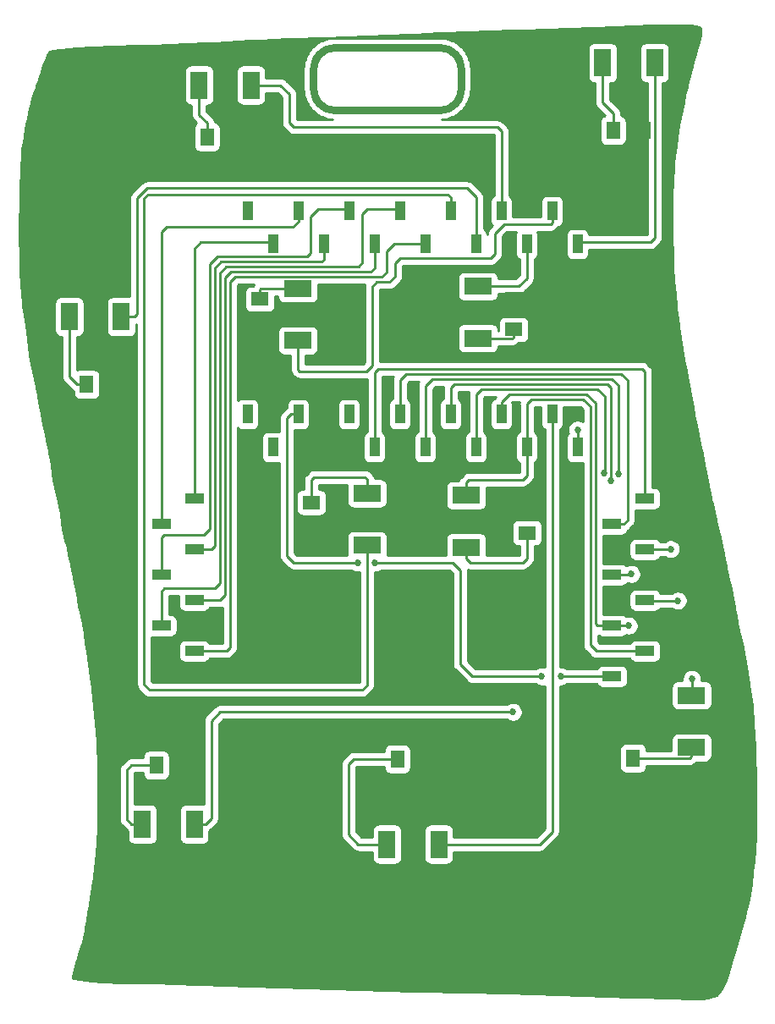
<source format=gbl>
G04 #@! TF.GenerationSoftware,KiCad,Pcbnew,(5.0.0)*
G04 #@! TF.CreationDate,2019-03-05T23:07:52-06:00*
G04 #@! TF.ProjectId,001,3030312E6B696361645F706362000000,rev?*
G04 #@! TF.SameCoordinates,Original*
G04 #@! TF.FileFunction,Copper,L2,Bot,Signal*
G04 #@! TF.FilePolarity,Positive*
%FSLAX46Y46*%
G04 Gerber Fmt 4.6, Leading zero omitted, Abs format (unit mm)*
G04 Created by KiCad (PCBNEW (5.0.0)) date 03/05/19 23:07:52*
%MOMM*%
%LPD*%
G01*
G04 APERTURE LIST*
G04 #@! TA.AperFunction,EtchedComponent*
%ADD10C,0.750000*%
G04 #@! TD*
G04 #@! TA.AperFunction,SMDPad,CuDef*
%ADD11R,1.800000X1.395000*%
G04 #@! TD*
G04 #@! TA.AperFunction,SMDPad,CuDef*
%ADD12R,2.800000X1.700000*%
G04 #@! TD*
G04 #@! TA.AperFunction,SMDPad,CuDef*
%ADD13R,1.700000X2.800000*%
G04 #@! TD*
G04 #@! TA.AperFunction,SMDPad,CuDef*
%ADD14R,1.900000X1.000000*%
G04 #@! TD*
G04 #@! TA.AperFunction,SMDPad,CuDef*
%ADD15R,1.395000X1.800000*%
G04 #@! TD*
G04 #@! TA.AperFunction,SMDPad,CuDef*
%ADD16R,1.000000X1.900000*%
G04 #@! TD*
G04 #@! TA.AperFunction,ViaPad*
%ADD17C,0.685800*%
G04 #@! TD*
G04 #@! TA.AperFunction,Conductor*
%ADD18C,0.254000*%
G04 #@! TD*
G04 APERTURE END LIST*
D10*
G04 #@! TO.C,U9*
X143701731Y-53948918D02*
X143039980Y-53948918D01*
X143039980Y-53948918D02*
X142378225Y-53948918D01*
X142378225Y-53948918D02*
X141716473Y-53948918D01*
X141716473Y-53948918D02*
X141054724Y-53948918D01*
X141054724Y-53948918D02*
X140393043Y-53948918D01*
X140393043Y-53948918D02*
X139731353Y-53948918D01*
X139731353Y-53948918D02*
X139069675Y-53948918D01*
X139069675Y-53948918D02*
X138407990Y-53948918D01*
X138407990Y-53948918D02*
X137746236Y-53948918D01*
X137746236Y-53948918D02*
X137084487Y-53948918D01*
X137084487Y-53948918D02*
X136422732Y-53948918D01*
X136422732Y-53948918D02*
X135760986Y-53948918D01*
X135760986Y-53948918D02*
X135099203Y-53948918D01*
X135099203Y-53948918D02*
X134437426Y-53948918D01*
X134437426Y-53948918D02*
X133775649Y-53948918D01*
X133775649Y-53948918D02*
X133113869Y-53948918D01*
X133113869Y-53948918D02*
X132690397Y-53993371D01*
X132690397Y-53993371D02*
X132296443Y-54120930D01*
X132296443Y-54120930D02*
X131940329Y-54322902D01*
X131940329Y-54322902D02*
X131630348Y-54590585D01*
X131630348Y-54590585D02*
X131374796Y-54915278D01*
X131374796Y-54915278D02*
X131181973Y-55288294D01*
X131181973Y-55288294D02*
X131060197Y-55700937D01*
X131060197Y-55700937D02*
X131017759Y-56144506D01*
X131017759Y-56144506D02*
X131017759Y-56594862D01*
X131017759Y-56594862D02*
X131017759Y-57045224D01*
X131017759Y-57045224D02*
X131017759Y-57495577D01*
X131017759Y-57495577D02*
X131017759Y-57945933D01*
X131017759Y-57945933D02*
X131060197Y-58389504D01*
X131060197Y-58389504D02*
X131181973Y-58802147D01*
X131181973Y-58802147D02*
X131374796Y-59175160D01*
X131374796Y-59175160D02*
X131630348Y-59499857D01*
X131630348Y-59499857D02*
X131940329Y-59767539D01*
X131940329Y-59767539D02*
X132296443Y-59969506D01*
X132296443Y-59969506D02*
X132690397Y-60097070D01*
X132690397Y-60097070D02*
X133113869Y-60141520D01*
X133113869Y-60141520D02*
X133775620Y-60141520D01*
X133775620Y-60141520D02*
X134437372Y-60141520D01*
X134437372Y-60141520D02*
X135099124Y-60141520D01*
X135099124Y-60141520D02*
X135760876Y-60141520D01*
X135760876Y-60141520D02*
X136422554Y-60141520D01*
X136422554Y-60141520D02*
X137084241Y-60141520D01*
X137084241Y-60141520D02*
X137745923Y-60141520D01*
X137745923Y-60141520D02*
X138407609Y-60141520D01*
X138407609Y-60141520D02*
X139069361Y-60141520D01*
X139069361Y-60141520D02*
X139731107Y-60141520D01*
X139731107Y-60141520D02*
X140392859Y-60141520D01*
X140392859Y-60141520D02*
X141054611Y-60141520D01*
X141054611Y-60141520D02*
X141716388Y-60141520D01*
X141716388Y-60141520D02*
X142378171Y-60141520D01*
X142378171Y-60141520D02*
X143039949Y-60141520D01*
X143039949Y-60141520D02*
X143701731Y-60141520D01*
X143701731Y-60141520D02*
X144125200Y-60097070D01*
X144125200Y-60097070D02*
X144519151Y-59969506D01*
X144519151Y-59969506D02*
X144875265Y-59767539D01*
X144875265Y-59767539D02*
X145185252Y-59499857D01*
X145185252Y-59499857D02*
X145440807Y-59175160D01*
X145440807Y-59175160D02*
X145633619Y-58802147D01*
X145633619Y-58802147D02*
X145755400Y-58389504D01*
X145755400Y-58389504D02*
X145797841Y-57945933D01*
X145797841Y-57945933D02*
X145797841Y-57495577D01*
X145797841Y-57495577D02*
X145797841Y-57045224D01*
X145797841Y-57045224D02*
X145797841Y-56594862D01*
X145797841Y-56594862D02*
X145797841Y-56144506D01*
X145797841Y-56144506D02*
X145755400Y-55700937D01*
X145755400Y-55700937D02*
X145633619Y-55288294D01*
X145633619Y-55288294D02*
X145440807Y-54915278D01*
X145440807Y-54915278D02*
X145185252Y-54590585D01*
X145185252Y-54590585D02*
X144875265Y-54322902D01*
X144875265Y-54322902D02*
X144519151Y-54120930D01*
X144519151Y-54120930D02*
X144125200Y-53993371D01*
X144125200Y-53993371D02*
X143701731Y-53948918D01*
G04 #@! TD*
D11*
G04 #@! TO.P,R5,2*
G04 #@! TO.N,GND*
X125680000Y-82132500D03*
G04 #@! TO.P,R5,1*
G04 #@! TO.N,Net-(D5-Pad1)*
X125680000Y-79097500D03*
G04 #@! TD*
G04 #@! TO.P,R1,1*
G04 #@! TO.N,Net-(D1-Pad1)*
X130810000Y-99447500D03*
G04 #@! TO.P,R1,2*
G04 #@! TO.N,GND*
X130810000Y-102482500D03*
G04 #@! TD*
D12*
G04 #@! TO.P,D1,1*
G04 #@! TO.N,Net-(D1-Pad1)*
X136390757Y-98532191D03*
G04 #@! TO.P,D1,2*
G04 #@! TO.N,/D0*
X136390757Y-103732191D03*
G04 #@! TD*
D13*
G04 #@! TO.P,D2,1*
G04 #@! TO.N,Net-(D2-Pad1)*
X106620000Y-80848200D03*
G04 #@! TO.P,D2,2*
G04 #@! TO.N,/D1*
X111820000Y-80848200D03*
G04 #@! TD*
G04 #@! TO.P,D3,1*
G04 #@! TO.N,Net-(D3-Pad1)*
X119599400Y-57683400D03*
G04 #@! TO.P,D3,2*
G04 #@! TO.N,/~D2*
X124799400Y-57683400D03*
G04 #@! TD*
D12*
G04 #@! TO.P,D4,2*
G04 #@! TO.N,/~D3*
X147491723Y-77807809D03*
G04 #@! TO.P,D4,1*
G04 #@! TO.N,Net-(D4-Pad1)*
X147491723Y-83007809D03*
G04 #@! TD*
G04 #@! TO.P,D5,2*
G04 #@! TO.N,/~D4*
X129490000Y-83215000D03*
G04 #@! TO.P,D5,1*
G04 #@! TO.N,Net-(D5-Pad1)*
X129490000Y-78015000D03*
G04 #@! TD*
D13*
G04 #@! TO.P,D6,2*
G04 #@! TO.N,/~D5*
X165185400Y-55448200D03*
G04 #@! TO.P,D6,1*
G04 #@! TO.N,Net-(D6-Pad1)*
X159985400Y-55448200D03*
G04 #@! TD*
D12*
G04 #@! TO.P,D7,2*
G04 #@! TO.N,/D6*
X168884600Y-118735800D03*
G04 #@! TO.P,D7,1*
G04 #@! TO.N,Net-(D7-Pad1)*
X168884600Y-123935800D03*
G04 #@! TD*
D13*
G04 #@! TO.P,D8,1*
G04 #@! TO.N,Net-(D8-Pad1)*
X138395400Y-133629400D03*
G04 #@! TO.P,D8,2*
G04 #@! TO.N,/D7*
X143595400Y-133629400D03*
G04 #@! TD*
D14*
G04 #@! TO.P,J1,8*
G04 #@! TO.N,GND*
X115825000Y-116840000D03*
G04 #@! TO.P,J1,6*
G04 #@! TO.N,/A5*
X115825000Y-111760000D03*
G04 #@! TO.P,J1,4*
G04 #@! TO.N,/A3*
X115825000Y-106680000D03*
G04 #@! TO.P,J1,2*
G04 #@! TO.N,/A1*
X115825000Y-101600000D03*
G04 #@! TO.P,J1,7*
G04 #@! TO.N,/A6*
X119125000Y-114300000D03*
G04 #@! TO.P,J1,5*
G04 #@! TO.N,/A4*
X119125000Y-109220000D03*
G04 #@! TO.P,J1,3*
G04 #@! TO.N,/A2*
X119125000Y-104140000D03*
G04 #@! TO.P,J1,1*
G04 #@! TO.N,/DAC0-A0*
X119125000Y-99060000D03*
G04 #@! TD*
G04 #@! TO.P,J2,1*
G04 #@! TO.N,/D14<-TX*
X164210000Y-99060000D03*
G04 #@! TO.P,J2,3*
G04 #@! TO.N,/D12-SCL*
X164210000Y-104140000D03*
G04 #@! TO.P,J2,5*
G04 #@! TO.N,/D10-MISO*
X164210000Y-109220000D03*
G04 #@! TO.P,J2,7*
G04 #@! TO.N,/D8-MOSI*
X164210000Y-114300000D03*
G04 #@! TO.P,J2,2*
G04 #@! TO.N,/D13->RX*
X160910000Y-101600000D03*
G04 #@! TO.P,J2,4*
G04 #@! TO.N,/D11-SDA*
X160910000Y-106680000D03*
G04 #@! TO.P,J2,6*
G04 #@! TO.N,/D9-SCK*
X160910000Y-111760000D03*
G04 #@! TO.P,J2,8*
G04 #@! TO.N,+3V3*
X160910000Y-116840000D03*
G04 #@! TD*
D15*
G04 #@! TO.P,R2,1*
G04 #@! TO.N,Net-(D2-Pad1)*
X108337500Y-87630000D03*
G04 #@! TO.P,R2,2*
G04 #@! TO.N,GND*
X111372500Y-87630000D03*
G04 #@! TD*
G04 #@! TO.P,R3,1*
G04 #@! TO.N,Net-(D3-Pad1)*
X120402500Y-62865000D03*
G04 #@! TO.P,R3,2*
G04 #@! TO.N,GND*
X123437500Y-62865000D03*
G04 #@! TD*
D11*
G04 #@! TO.P,R4,2*
G04 #@! TO.N,GND*
X151080000Y-79097500D03*
G04 #@! TO.P,R4,1*
G04 #@! TO.N,Net-(D4-Pad1)*
X151080000Y-82132500D03*
G04 #@! TD*
D15*
G04 #@! TO.P,R6,2*
G04 #@! TO.N,GND*
X164077500Y-62230000D03*
G04 #@! TO.P,R6,1*
G04 #@! TO.N,Net-(D6-Pad1)*
X161042500Y-62230000D03*
G04 #@! TD*
G04 #@! TO.P,R7,2*
G04 #@! TO.N,GND*
X159975700Y-125018800D03*
G04 #@! TO.P,R7,1*
G04 #@! TO.N,Net-(D7-Pad1)*
X163010700Y-125018800D03*
G04 #@! TD*
G04 #@! TO.P,R8,1*
G04 #@! TO.N,Net-(D8-Pad1)*
X139452500Y-125095000D03*
G04 #@! TO.P,R8,2*
G04 #@! TO.N,GND*
X142487500Y-125095000D03*
G04 #@! TD*
D16*
G04 #@! TO.P,U15,1*
G04 #@! TO.N,N/C*
X124440000Y-70280000D03*
G04 #@! TO.P,U15,3*
G04 #@! TO.N,/A1*
X129520000Y-70280000D03*
G04 #@! TO.P,U15,5*
G04 #@! TO.N,/A3*
X134600000Y-70280000D03*
G04 #@! TO.P,U15,7*
G04 #@! TO.N,/A5*
X139680000Y-70280000D03*
G04 #@! TO.P,U15,9*
G04 #@! TO.N,/D0*
X144760000Y-70280000D03*
G04 #@! TO.P,U15,11*
G04 #@! TO.N,/~D2*
X149840000Y-70280000D03*
G04 #@! TO.P,U15,13*
G04 #@! TO.N,/~D4*
X154920000Y-70280000D03*
G04 #@! TO.P,U15,2*
G04 #@! TO.N,/DAC0-A0*
X126980000Y-73580000D03*
G04 #@! TO.P,U15,4*
G04 #@! TO.N,/A2*
X132060000Y-73580000D03*
G04 #@! TO.P,U15,6*
G04 #@! TO.N,/A4*
X137140000Y-73580000D03*
G04 #@! TO.P,U15,8*
G04 #@! TO.N,/A6*
X142220000Y-73580000D03*
G04 #@! TO.P,U15,10*
G04 #@! TO.N,/D1*
X147300000Y-73580000D03*
G04 #@! TO.P,U15,12*
G04 #@! TO.N,/~D3*
X152380000Y-73580000D03*
G04 #@! TO.P,U15,14*
G04 #@! TO.N,/~D5*
X157460000Y-73580000D03*
G04 #@! TO.P,U15,19*
G04 #@! TO.N,/D10-MISO*
X147300000Y-93900000D03*
G04 #@! TO.P,U15,17*
G04 #@! TO.N,/D8-MOSI*
X152380000Y-93900000D03*
G04 #@! TO.P,U15,15*
G04 #@! TO.N,/D6*
X157460000Y-93900000D03*
G04 #@! TO.P,U15,23*
G04 #@! TO.N,/D14<-TX*
X137140000Y-93900000D03*
G04 #@! TO.P,U15,21*
G04 #@! TO.N,/D12-SCL*
X142220000Y-93900000D03*
G04 #@! TO.P,U15,28*
G04 #@! TO.N,N/C*
X124440000Y-90600000D03*
G04 #@! TO.P,U15,22*
G04 #@! TO.N,/D13->RX*
X139680000Y-90600000D03*
G04 #@! TO.P,U15,20*
G04 #@! TO.N,/D11-SDA*
X144760000Y-90600000D03*
G04 #@! TO.P,U15,18*
G04 #@! TO.N,/D9-SCK*
X149840000Y-90600000D03*
G04 #@! TO.P,U15,16*
G04 #@! TO.N,/D7*
X154920000Y-90600000D03*
G04 #@! TO.P,U15,27*
G04 #@! TO.N,N/C*
X126980000Y-93900000D03*
G04 #@! TO.P,U15,25*
G04 #@! TO.N,GND*
X132060000Y-93900000D03*
G04 #@! TO.P,U15,26*
G04 #@! TO.N,+3V3*
X129520000Y-90600000D03*
G04 #@! TO.P,U15,24*
G04 #@! TO.N,N/C*
X134600000Y-90600000D03*
G04 #@! TD*
D12*
G04 #@! TO.P,D9,1*
G04 #@! TO.N,Net-(D9-Pad1)*
X146304999Y-103925000D03*
G04 #@! TO.P,D9,2*
G04 #@! TO.N,/D8-MOSI*
X146304999Y-98725000D03*
G04 #@! TD*
D13*
G04 #@! TO.P,D10,2*
G04 #@! TO.N,/D9-SCK*
X119135200Y-131622800D03*
G04 #@! TO.P,D10,1*
G04 #@! TO.N,Net-(D10-Pad1)*
X113935200Y-131622800D03*
G04 #@! TD*
D11*
G04 #@! TO.P,R9,2*
G04 #@! TO.N,GND*
X152400000Y-99447500D03*
G04 #@! TO.P,R9,1*
G04 #@! TO.N,Net-(D9-Pad1)*
X152400000Y-102482500D03*
G04 #@! TD*
D15*
G04 #@! TO.P,R10,1*
G04 #@! TO.N,Net-(D10-Pad1)*
X115322500Y-125730000D03*
G04 #@! TO.P,R10,2*
G04 #@! TO.N,GND*
X118357500Y-125730000D03*
G04 #@! TD*
D17*
G04 #@! TO.N,/D6*
X157460000Y-92150000D03*
X168900000Y-117100000D03*
G04 #@! TO.N,GND*
X170180000Y-146685000D03*
X105410000Y-55880000D03*
G04 #@! TO.N,/D12-SCL*
X161550000Y-96550000D03*
X166800000Y-104100000D03*
G04 #@! TO.N,/D10-MISO*
X160102199Y-96500000D03*
X167500000Y-109250000D03*
G04 #@! TO.N,/D11-SDA*
X160826099Y-97276099D03*
X162850000Y-106600000D03*
G04 #@! TO.N,/D9-SCK*
X151000000Y-120400000D03*
X162590000Y-111760000D03*
G04 #@! TO.N,+3V3*
X155800000Y-116850000D03*
X153900000Y-116850000D03*
X137200000Y-105450000D03*
X135450000Y-105450000D03*
G04 #@! TD*
D18*
G04 #@! TO.N,Net-(D1-Pad1)*
X130810000Y-99447500D02*
X130810000Y-97190000D01*
X130810000Y-97190000D02*
X131100000Y-96900000D01*
X131100000Y-96900000D02*
X136200000Y-96900000D01*
X136390757Y-97090757D02*
X136390757Y-98532191D01*
X136200000Y-96900000D02*
X136390757Y-97090757D01*
G04 #@! TO.N,/D0*
X114100000Y-117650000D02*
X114100000Y-69000000D01*
X114650000Y-118200000D02*
X114100000Y-117650000D01*
X114100000Y-69000000D02*
X114500000Y-68600000D01*
X135900000Y-118200000D02*
X114650000Y-118200000D01*
X136390757Y-117709243D02*
X135900000Y-118200000D01*
X136390757Y-103732191D02*
X136390757Y-117709243D01*
X144479000Y-68600000D02*
X144780000Y-68901000D01*
X114500000Y-68600000D02*
X144479000Y-68600000D01*
X144780000Y-68901000D02*
X144780000Y-70105000D01*
G04 #@! TO.N,Net-(D2-Pad1)*
X106620000Y-82502200D02*
X106620000Y-80848200D01*
X106620000Y-86864000D02*
X106620000Y-82502200D01*
X107386000Y-87630000D02*
X106620000Y-86864000D01*
X108337500Y-87630000D02*
X107386000Y-87630000D01*
G04 #@! TO.N,/D1*
X147320000Y-70650000D02*
X147320000Y-73405000D01*
X147320000Y-68870000D02*
X147320000Y-70650000D01*
X111820000Y-80848200D02*
X113150000Y-80848200D01*
X113150000Y-80848200D02*
X113400000Y-80598200D01*
X113400000Y-80598200D02*
X113400000Y-68981566D01*
X113400000Y-68981566D02*
X114381566Y-68000000D01*
X114381566Y-68000000D02*
X146450000Y-68000000D01*
X146450000Y-68000000D02*
X147320000Y-68870000D01*
G04 #@! TO.N,Net-(D3-Pad1)*
X120402500Y-62865000D02*
X120402500Y-61452500D01*
X119599400Y-60649400D02*
X119599400Y-57683400D01*
X120402500Y-61452500D02*
X119599400Y-60649400D01*
G04 #@! TO.N,/~D2*
X149860000Y-68901000D02*
X149850000Y-68891000D01*
X149860000Y-70105000D02*
X149860000Y-68901000D01*
X149850000Y-68891000D02*
X149850000Y-62300000D01*
X149850000Y-62300000D02*
X149450000Y-61900000D01*
X149450000Y-61900000D02*
X129050000Y-61900000D01*
X129050000Y-61900000D02*
X128600000Y-61450000D01*
X128600000Y-61450000D02*
X128600000Y-58550000D01*
X127733400Y-57683400D02*
X124799400Y-57683400D01*
X128600000Y-58550000D02*
X127733400Y-57683400D01*
G04 #@! TO.N,/~D3*
X152380000Y-74650000D02*
X152380000Y-73580000D01*
X152380000Y-77020000D02*
X152380000Y-74650000D01*
X151592191Y-77807809D02*
X152380000Y-77020000D01*
X147491723Y-77807809D02*
X151592191Y-77807809D01*
G04 #@! TO.N,Net-(D4-Pad1)*
X147491723Y-83007809D02*
X149145723Y-83007809D01*
X149145723Y-83007809D02*
X150957809Y-83007809D01*
X151080000Y-82885618D02*
X151080000Y-82132500D01*
X150957809Y-83007809D02*
X151080000Y-82885618D01*
G04 #@! TO.N,/~D4*
X136900000Y-77850000D02*
X137359950Y-77390050D01*
X136900000Y-85750000D02*
X136900000Y-77850000D01*
X136350000Y-86300000D02*
X136900000Y-85750000D01*
X129650000Y-86300000D02*
X136350000Y-86300000D01*
X139700000Y-75000000D02*
X148800000Y-75000000D01*
X129490000Y-86140000D02*
X129650000Y-86300000D01*
X129490000Y-83215000D02*
X129490000Y-86140000D01*
X149200000Y-72500000D02*
X150100000Y-71600000D01*
X138650000Y-77390050D02*
X139200000Y-76840050D01*
X139200000Y-76840050D02*
X139200000Y-75500000D01*
X154940000Y-71410000D02*
X154940000Y-70105000D01*
X139200000Y-75500000D02*
X139700000Y-75000000D01*
X137359950Y-77390050D02*
X138650000Y-77390050D01*
X148800000Y-75000000D02*
X149200000Y-74600000D01*
X149200000Y-74600000D02*
X149200000Y-72500000D01*
X150100000Y-71600000D02*
X154750000Y-71600000D01*
X154750000Y-71600000D02*
X154940000Y-71410000D01*
G04 #@! TO.N,Net-(D5-Pad1)*
X125680000Y-79097500D02*
X125680000Y-78146000D01*
X129490000Y-78015000D02*
X127836000Y-78015000D01*
X125811000Y-78015000D02*
X125776000Y-78050000D01*
X127836000Y-78015000D02*
X125811000Y-78015000D01*
X125680000Y-78146000D02*
X125776000Y-78050000D01*
G04 #@! TO.N,/~D5*
X164745000Y-73405000D02*
X157480000Y-73405000D01*
X165185400Y-72964600D02*
X164745000Y-73405000D01*
X165185400Y-55448200D02*
X165185400Y-72964600D01*
G04 #@! TO.N,Net-(D6-Pad1)*
X161042500Y-62230000D02*
X161042500Y-60742500D01*
X161042500Y-62230000D02*
X161042500Y-60492500D01*
X159985400Y-59435400D02*
X159985400Y-59300000D01*
X161042500Y-60492500D02*
X159985400Y-59435400D01*
X159985400Y-59300000D02*
X159985400Y-55448200D01*
G04 #@! TO.N,/D6*
X157460000Y-92150000D02*
X157460000Y-92010000D01*
X157460000Y-93900000D02*
X157460000Y-92150000D01*
X168900000Y-118720400D02*
X168884600Y-118735800D01*
X168900000Y-117100000D02*
X168900000Y-118720400D01*
G04 #@! TO.N,Net-(D7-Pad1)*
X168884600Y-124850000D02*
X168884600Y-123935800D01*
X168715800Y-125018800D02*
X168884600Y-124850000D01*
X163010700Y-125018800D02*
X168715800Y-125018800D01*
G04 #@! TO.N,Net-(D8-Pad1)*
X135055000Y-125095000D02*
X139452500Y-125095000D01*
X134550000Y-125600000D02*
X135055000Y-125095000D01*
X134550000Y-132650000D02*
X134550000Y-125600000D01*
X138395400Y-133629400D02*
X135529400Y-133629400D01*
X135529400Y-133629400D02*
X134550000Y-132650000D01*
G04 #@! TO.N,/D7*
X143595400Y-133629400D02*
X144699400Y-133629400D01*
X146650000Y-133629400D02*
X146720600Y-133629400D01*
X154920000Y-90600000D02*
X154920000Y-132380000D01*
X153670600Y-133629400D02*
X146400000Y-133629400D01*
X154920000Y-132380000D02*
X153670600Y-133629400D01*
X144699400Y-133629400D02*
X146400000Y-133629400D01*
X146400000Y-133629400D02*
X146650000Y-133629400D01*
G04 #@! TO.N,/A5*
X136445000Y-70105000D02*
X139700000Y-70105000D01*
X135950000Y-70600000D02*
X136445000Y-70105000D01*
X135950000Y-75450000D02*
X135950000Y-70600000D01*
X135533980Y-75866020D02*
X135950000Y-75450000D01*
X115825000Y-108325000D02*
X116100000Y-108050000D01*
X115825000Y-111760000D02*
X115825000Y-108325000D01*
X116100000Y-108050000D02*
X121150000Y-108050000D01*
X121150000Y-108050000D02*
X121666020Y-107533980D01*
X122300000Y-75866020D02*
X121666020Y-76500000D01*
X121666020Y-107533980D02*
X121666020Y-76500000D01*
X122300000Y-75866020D02*
X135533980Y-75866020D01*
G04 #@! TO.N,/A3*
X115825000Y-106680000D02*
X115825000Y-105926000D01*
X115825000Y-105926000D02*
X115825000Y-102925000D01*
X115825000Y-102925000D02*
X116100000Y-102650000D01*
X116100000Y-102650000D02*
X120100000Y-102650000D01*
X120100000Y-102650000D02*
X120650000Y-102100000D01*
X120650000Y-97600000D02*
X120650000Y-75600000D01*
X120650000Y-97600000D02*
X120650000Y-97150000D01*
X120650000Y-102100000D02*
X120650000Y-97600000D01*
X120650000Y-75600000D02*
X121400000Y-74850000D01*
X121400000Y-74850000D02*
X130400000Y-74850000D01*
X130400000Y-74850000D02*
X130750000Y-74500000D01*
X130750000Y-74500000D02*
X130750000Y-70850000D01*
X131495000Y-70105000D02*
X134620000Y-70105000D01*
X130750000Y-70850000D02*
X131495000Y-70105000D01*
G04 #@! TO.N,/A1*
X115825000Y-72350000D02*
X115825000Y-101600000D01*
X116325000Y-71850000D02*
X115825000Y-72350000D01*
X128999000Y-71850000D02*
X116325000Y-71850000D01*
X129540000Y-71309000D02*
X128999000Y-71850000D01*
X129540000Y-70105000D02*
X129540000Y-71309000D01*
G04 #@! TO.N,/A6*
X138382040Y-74317960D02*
X139120000Y-73580000D01*
X119125000Y-114300000D02*
X122350000Y-114300000D01*
X139120000Y-73580000D02*
X142220000Y-73580000D01*
X122350000Y-114300000D02*
X122682040Y-113967960D01*
X138382040Y-76400000D02*
X138382040Y-74317960D01*
X122682040Y-113967960D02*
X122682040Y-77400000D01*
X122682040Y-77400000D02*
X123200000Y-76882040D01*
X123200000Y-76882040D02*
X137900000Y-76882040D01*
X137900000Y-76882040D02*
X138382040Y-76400000D01*
G04 #@! TO.N,/A4*
X120400000Y-109220000D02*
X119125000Y-109220000D01*
X121680000Y-109220000D02*
X120400000Y-109220000D01*
X137160000Y-73405000D02*
X137160000Y-75990000D01*
X137160000Y-75990000D02*
X136775970Y-76374030D01*
X136775970Y-76374030D02*
X122750000Y-76374030D01*
X122750000Y-76374030D02*
X122174030Y-76950000D01*
X122174030Y-76950000D02*
X122174030Y-108725970D01*
X122174030Y-108725970D02*
X121680000Y-109220000D01*
G04 #@! TO.N,/A2*
X121158010Y-102556990D02*
X121158010Y-102310424D01*
X121158010Y-102100000D02*
X121158010Y-103791990D01*
X121158010Y-102556990D02*
X121158010Y-102100000D01*
X120810000Y-104140000D02*
X119125000Y-104140000D01*
X121158010Y-103791990D02*
X120810000Y-104140000D01*
X121158010Y-75991990D02*
X121158010Y-102100000D01*
X121791990Y-75358010D02*
X121158010Y-75991990D01*
X131841990Y-75358010D02*
X121791990Y-75358010D01*
X132080000Y-75120000D02*
X131841990Y-75358010D01*
X132080000Y-73405000D02*
X132080000Y-75120000D01*
G04 #@! TO.N,/DAC0-A0*
X126246000Y-73405000D02*
X127000000Y-73405000D01*
X119745000Y-73405000D02*
X126246000Y-73405000D01*
X119125000Y-74025000D02*
X119745000Y-73405000D01*
X119125000Y-99060000D02*
X119125000Y-74025000D01*
G04 #@! TO.N,/D14<-TX*
X137160000Y-90100000D02*
X137160000Y-89608434D01*
X137160000Y-93725000D02*
X137160000Y-90100000D01*
X137160000Y-88800000D02*
X137160000Y-86390000D01*
X137160000Y-88800000D02*
X137160000Y-90100000D01*
X137160000Y-86390000D02*
X137500000Y-86050000D01*
X137500000Y-86050000D02*
X163900000Y-86050000D01*
X164210000Y-86360000D02*
X164210000Y-86900000D01*
X163900000Y-86050000D02*
X164210000Y-86360000D01*
X164210000Y-86900000D02*
X164210000Y-86760000D01*
X164210000Y-86900000D02*
X164210000Y-98460000D01*
X164210000Y-98460000D02*
X164210000Y-99060000D01*
G04 #@! TO.N,/D12-SCL*
X142240000Y-87760000D02*
X142240000Y-93725000D01*
X142933980Y-87066020D02*
X142240000Y-87760000D01*
X160916020Y-87066020D02*
X142933980Y-87066020D01*
X161550000Y-87700000D02*
X160916020Y-87066020D01*
X161550000Y-87700000D02*
X161550000Y-96550000D01*
X164250000Y-104100000D02*
X164210000Y-104140000D01*
X166800000Y-104100000D02*
X164250000Y-104100000D01*
G04 #@! TO.N,/D10-MISO*
X147300000Y-88650000D02*
X147300000Y-93900000D01*
X147867960Y-88082040D02*
X147300000Y-88650000D01*
X159150000Y-88082040D02*
X159482040Y-88082040D01*
X159150000Y-88082040D02*
X147867960Y-88082040D01*
X159482040Y-88082040D02*
X160200000Y-88800000D01*
X160200000Y-88800000D02*
X160200000Y-96402199D01*
X160200000Y-96402199D02*
X160102199Y-96500000D01*
X164240000Y-109250000D02*
X164210000Y-109220000D01*
X167500000Y-109250000D02*
X164240000Y-109250000D01*
G04 #@! TO.N,/D8-MOSI*
X152400000Y-93725000D02*
X152400000Y-96750000D01*
X152400000Y-96750000D02*
X152000000Y-97150000D01*
X152000000Y-97150000D02*
X146600000Y-97150000D01*
X146304999Y-97445001D02*
X146304999Y-98725000D01*
X146600000Y-97150000D02*
X146304999Y-97445001D01*
X152380000Y-89570000D02*
X152851940Y-89098060D01*
X152380000Y-93900000D02*
X152380000Y-89570000D01*
X157950000Y-89098060D02*
X158048060Y-89098060D01*
X152851940Y-89098060D02*
X157950000Y-89098060D01*
X158048060Y-89098060D02*
X158750000Y-89800000D01*
X158750000Y-89800000D02*
X158750000Y-113700000D01*
X159350000Y-114300000D02*
X164210000Y-114300000D01*
X158750000Y-113700000D02*
X159350000Y-114300000D01*
G04 #@! TO.N,/D13->RX*
X162114000Y-101600000D02*
X160910000Y-101600000D01*
X139700000Y-90425000D02*
X139700000Y-87200000D01*
X140341990Y-86558010D02*
X161858010Y-86558010D01*
X161858010Y-86558010D02*
X162500000Y-87200000D01*
X162500000Y-87200000D02*
X162500000Y-101214000D01*
X139700000Y-87200000D02*
X140341990Y-86558010D01*
X162500000Y-101214000D02*
X162114000Y-101600000D01*
G04 #@! TO.N,/D11-SDA*
X144760000Y-87914030D02*
X144760000Y-90600000D01*
X145100000Y-87574030D02*
X144760000Y-87914030D01*
X160474030Y-87574030D02*
X145100000Y-87574030D01*
X160826099Y-87926099D02*
X160474030Y-87574030D01*
X160826099Y-97276099D02*
X160826099Y-87926099D01*
X162770000Y-106680000D02*
X162850000Y-106600000D01*
X160910000Y-106680000D02*
X162770000Y-106680000D01*
G04 #@! TO.N,/D9-SCK*
X149840000Y-89396000D02*
X150645950Y-88590050D01*
X149840000Y-90600000D02*
X149840000Y-89396000D01*
X155000000Y-88590050D02*
X157850000Y-88590050D01*
X150645950Y-88590050D02*
X155000000Y-88590050D01*
X157850000Y-88590050D02*
X158340050Y-88590050D01*
X158340050Y-88590050D02*
X159258009Y-89508009D01*
X159258009Y-90550000D02*
X159258009Y-111558009D01*
X159258009Y-90550000D02*
X159258009Y-90758009D01*
X159258009Y-89508009D02*
X159258009Y-90550000D01*
X159460000Y-111760000D02*
X160910000Y-111760000D01*
X159258009Y-111558009D02*
X159460000Y-111760000D01*
X120239200Y-131622800D02*
X120800000Y-131062000D01*
X119135200Y-131622800D02*
X120239200Y-131622800D01*
X120800000Y-131062000D02*
X120800000Y-121300000D01*
X120800000Y-121300000D02*
X121700000Y-120400000D01*
X121700000Y-120400000D02*
X151000000Y-120400000D01*
X160910000Y-111760000D02*
X162114000Y-111760000D01*
X162114000Y-111760000D02*
X162590000Y-111760000D01*
G04 #@! TO.N,+3V3*
X155800000Y-116850000D02*
X160900000Y-116850000D01*
X160900000Y-116850000D02*
X160910000Y-116840000D01*
X137200000Y-105450000D02*
X137684933Y-105450000D01*
X137684933Y-105450000D02*
X144950000Y-105450000D01*
X128400000Y-104800000D02*
X129050000Y-105450000D01*
X128766000Y-90600000D02*
X128400000Y-90966000D01*
X144950000Y-105450000D02*
X145700000Y-106200000D01*
X128400000Y-90966000D02*
X128400000Y-104800000D01*
X145700000Y-106200000D02*
X145700000Y-115600000D01*
X146950000Y-116850000D02*
X153900000Y-116850000D01*
X129520000Y-90600000D02*
X128766000Y-90600000D01*
X145700000Y-115600000D02*
X146950000Y-116850000D01*
X130600000Y-105450000D02*
X135450000Y-105450000D01*
X129050000Y-105450000D02*
X130600000Y-105450000D01*
G04 #@! TO.N,Net-(D9-Pad1)*
X146304999Y-105029000D02*
X146725999Y-105450000D01*
X146304999Y-103925000D02*
X146304999Y-105029000D01*
X146725999Y-105450000D02*
X152000000Y-105450000D01*
X152400000Y-105050000D02*
X152400000Y-102482500D01*
X152000000Y-105450000D02*
X152400000Y-105050000D01*
G04 #@! TO.N,Net-(D10-Pad1)*
X112831200Y-131622800D02*
X112350000Y-131141600D01*
X113935200Y-131622800D02*
X112831200Y-131622800D01*
X112350000Y-131141600D02*
X112350000Y-126200000D01*
X112820000Y-125730000D02*
X115322500Y-125730000D01*
X112350000Y-126200000D02*
X112820000Y-125730000D01*
G04 #@! TD*
G04 #@! TO.N,GND*
G36*
X167860193Y-51688043D02*
X168757208Y-51729969D01*
X169330070Y-51808421D01*
X169631939Y-51903047D01*
X169750804Y-51979765D01*
X169767245Y-52001135D01*
X169794273Y-52088903D01*
X169803258Y-52331981D01*
X169750374Y-52752055D01*
X169695771Y-53017758D01*
X169617917Y-53335628D01*
X169518478Y-53696276D01*
X169395862Y-54105359D01*
X169241677Y-54614926D01*
X169240168Y-54618699D01*
X169231674Y-54647984D01*
X169222877Y-54677058D01*
X169222090Y-54681029D01*
X169074766Y-55188978D01*
X169073465Y-55192329D01*
X169065154Y-55222117D01*
X169056556Y-55251762D01*
X169055899Y-55255289D01*
X168910128Y-55777766D01*
X168908935Y-55780930D01*
X168900865Y-55810967D01*
X168892505Y-55840932D01*
X168891920Y-55844264D01*
X168750692Y-56369937D01*
X168749479Y-56373253D01*
X168741771Y-56403142D01*
X168733720Y-56433108D01*
X168733139Y-56436610D01*
X168586288Y-57006028D01*
X168584969Y-57009765D01*
X168577686Y-57039384D01*
X168570058Y-57068960D01*
X168569448Y-57072882D01*
X168435532Y-57617471D01*
X168434057Y-57621831D01*
X168427317Y-57650878D01*
X168420168Y-57679950D01*
X168419510Y-57684524D01*
X168302335Y-58189500D01*
X168300552Y-58195074D01*
X168294538Y-58223103D01*
X168288068Y-58250984D01*
X168287311Y-58256778D01*
X168191359Y-58703940D01*
X168190255Y-58707524D01*
X168184122Y-58737667D01*
X168177677Y-58767703D01*
X168177254Y-58771424D01*
X168132656Y-58990623D01*
X168132629Y-58990711D01*
X168125583Y-59025385D01*
X168118924Y-59058116D01*
X168118915Y-59058202D01*
X168062623Y-59335235D01*
X168062603Y-59335301D01*
X168055415Y-59370709D01*
X168048903Y-59402758D01*
X168048897Y-59402818D01*
X167983284Y-59726027D01*
X167983270Y-59726074D01*
X167976219Y-59760831D01*
X167969574Y-59793565D01*
X167969569Y-59793609D01*
X167897722Y-60147773D01*
X167897712Y-60147806D01*
X167891683Y-60177542D01*
X167884020Y-60215316D01*
X167884016Y-60215359D01*
X167823549Y-60513590D01*
X167823539Y-60513623D01*
X167817707Y-60542404D01*
X167809854Y-60581137D01*
X167809850Y-60581178D01*
X167748990Y-60881515D01*
X167748974Y-60881568D01*
X167742240Y-60914825D01*
X167735306Y-60949046D01*
X167735300Y-60949103D01*
X167603682Y-61599167D01*
X167600635Y-61610402D01*
X167596846Y-61632931D01*
X167592309Y-61655337D01*
X167591128Y-61666925D01*
X167381358Y-62914049D01*
X167377635Y-62931078D01*
X167375642Y-62948030D01*
X167372811Y-62964860D01*
X167371618Y-62982250D01*
X167199735Y-64444132D01*
X167197616Y-64455654D01*
X167195713Y-64478341D01*
X167193052Y-64500971D01*
X167192831Y-64512694D01*
X167083169Y-65819901D01*
X167081823Y-65828376D01*
X167080287Y-65854248D01*
X167078121Y-65880070D01*
X167078245Y-65888648D01*
X166995129Y-67288840D01*
X166994154Y-67295900D01*
X166993084Y-67323286D01*
X166991464Y-67350580D01*
X166991740Y-67357686D01*
X166939877Y-68685341D01*
X166939141Y-68691462D01*
X166938532Y-68719784D01*
X166937426Y-68748087D01*
X166937790Y-68754241D01*
X166908211Y-70129025D01*
X166907622Y-70134694D01*
X166907469Y-70163486D01*
X166906850Y-70192270D01*
X166907287Y-70197953D01*
X166900171Y-71539759D01*
X166899693Y-71545174D01*
X166899988Y-71574228D01*
X166899834Y-71603281D01*
X166900338Y-71608694D01*
X166914142Y-72967890D01*
X166913748Y-72973310D01*
X166914492Y-73002342D01*
X166914787Y-73031408D01*
X166915375Y-73036815D01*
X166950058Y-74390528D01*
X166949741Y-74396106D01*
X166950941Y-74425023D01*
X166951681Y-74453892D01*
X166952369Y-74459425D01*
X167008246Y-75805503D01*
X167008008Y-75811499D01*
X167009678Y-75840002D01*
X167010858Y-75868429D01*
X167011690Y-75874351D01*
X167091772Y-77241177D01*
X167091634Y-77247781D01*
X167093788Y-77275589D01*
X167095419Y-77303427D01*
X167096450Y-77309950D01*
X167199755Y-78643623D01*
X167199797Y-78652608D01*
X167202419Y-78678016D01*
X167204388Y-78703433D01*
X167205954Y-78712264D01*
X167301450Y-79637573D01*
X167301633Y-79644827D01*
X167304990Y-79671882D01*
X167307785Y-79698961D01*
X167309232Y-79706061D01*
X167447586Y-80820990D01*
X167447760Y-80825534D01*
X167451832Y-80855206D01*
X167455519Y-80884916D01*
X167456518Y-80889350D01*
X167592138Y-81877541D01*
X167592300Y-81880919D01*
X167596831Y-81911737D01*
X167601056Y-81942519D01*
X167601840Y-81945800D01*
X167753474Y-82977052D01*
X167753653Y-82980193D01*
X167758489Y-83011154D01*
X167763049Y-83042167D01*
X167763810Y-83045221D01*
X167923290Y-84066267D01*
X167923504Y-84069511D01*
X167928620Y-84100397D01*
X167933432Y-84131202D01*
X167934243Y-84134337D01*
X168098637Y-85126709D01*
X168098952Y-85130767D01*
X168104272Y-85160726D01*
X168109242Y-85190729D01*
X168110297Y-85194658D01*
X168301627Y-86272154D01*
X168302176Y-86277970D01*
X168307653Y-86306090D01*
X168312662Y-86334301D01*
X168314242Y-86339926D01*
X168501756Y-87302730D01*
X168764224Y-88660228D01*
X168974480Y-89880979D01*
X168974590Y-89882420D01*
X168980328Y-89914935D01*
X168985939Y-89947513D01*
X168986323Y-89948908D01*
X169110257Y-90651199D01*
X169110904Y-90657937D01*
X169116247Y-90685144D01*
X169121065Y-90712445D01*
X169122889Y-90718963D01*
X169320379Y-91724565D01*
X169320769Y-91728223D01*
X169327034Y-91758450D01*
X169332962Y-91788636D01*
X169334018Y-91792147D01*
X169509990Y-92641200D01*
X169510344Y-92644262D01*
X169516985Y-92674950D01*
X169523360Y-92705707D01*
X169524279Y-92708651D01*
X169706636Y-93551273D01*
X169706670Y-93551566D01*
X169713903Y-93584852D01*
X169721160Y-93618385D01*
X169721251Y-93618667D01*
X169932286Y-94589855D01*
X170155320Y-95650093D01*
X170389404Y-96801040D01*
X170560133Y-97685944D01*
X170560194Y-97686590D01*
X170566655Y-97719750D01*
X170573074Y-97753019D01*
X170573259Y-97753643D01*
X170718661Y-98499862D01*
X170719206Y-98504866D01*
X170725260Y-98533731D01*
X170730889Y-98562620D01*
X170732328Y-98567432D01*
X170915616Y-99441339D01*
X170916096Y-99445321D01*
X170922686Y-99475049D01*
X170928947Y-99504901D01*
X170930153Y-99508733D01*
X171120570Y-100367716D01*
X171121195Y-100372374D01*
X171128031Y-100401373D01*
X171134478Y-100430455D01*
X171135940Y-100434921D01*
X171313111Y-101186480D01*
X171313161Y-101186849D01*
X171321077Y-101220272D01*
X171328850Y-101253244D01*
X171328969Y-101253592D01*
X171509329Y-102015088D01*
X171707221Y-102898148D01*
X171900257Y-103804632D01*
X172054559Y-104581357D01*
X172178771Y-105224577D01*
X172179048Y-105227323D01*
X172185317Y-105258472D01*
X172191325Y-105289585D01*
X172192109Y-105292223D01*
X172325212Y-105953600D01*
X172325500Y-105956259D01*
X172332029Y-105987475D01*
X172338292Y-106018595D01*
X172339071Y-106021141D01*
X172487346Y-106730057D01*
X172487800Y-106733856D01*
X172494411Y-106763836D01*
X172500683Y-106793821D01*
X172501827Y-106797463D01*
X172632853Y-107391615D01*
X172785457Y-108093002D01*
X172977122Y-109028549D01*
X173141251Y-109860333D01*
X173290253Y-110642457D01*
X173290317Y-110643147D01*
X173296715Y-110676376D01*
X173303030Y-110709523D01*
X173303225Y-110710185D01*
X173445364Y-111448388D01*
X173445724Y-111451899D01*
X173451874Y-111482197D01*
X173457734Y-111512630D01*
X173458740Y-111516022D01*
X173611340Y-112267782D01*
X173611796Y-112271780D01*
X173618197Y-112301560D01*
X173624258Y-112331420D01*
X173625442Y-112335267D01*
X173812230Y-113204321D01*
X173813162Y-113211261D01*
X173819468Y-113237995D01*
X173825248Y-113264888D01*
X173827386Y-113271565D01*
X173979448Y-113916245D01*
X174112382Y-114541243D01*
X174250993Y-115373776D01*
X174397700Y-116457108D01*
X174398100Y-116464178D01*
X174402326Y-116491268D01*
X174406004Y-116518430D01*
X174407637Y-116525318D01*
X174574525Y-117595203D01*
X174574591Y-117596315D01*
X174579848Y-117629329D01*
X174584982Y-117662244D01*
X174585260Y-117663319D01*
X174755493Y-118732445D01*
X174903595Y-119758738D01*
X175041962Y-121447773D01*
X175106781Y-122632627D01*
X175163659Y-123962765D01*
X175205544Y-125204279D01*
X175239269Y-126490033D01*
X175263499Y-127760763D01*
X175278307Y-129018010D01*
X175282801Y-130320858D01*
X175274592Y-131541825D01*
X175244451Y-132921307D01*
X175193328Y-133990754D01*
X175192350Y-133994893D01*
X175190387Y-134049767D01*
X175097543Y-135242343D01*
X174983345Y-136371142D01*
X174831699Y-137540501D01*
X174647173Y-138674326D01*
X174423809Y-139805526D01*
X174297326Y-140371980D01*
X174158864Y-140949250D01*
X174020364Y-141492291D01*
X173871121Y-142047600D01*
X173710694Y-142617523D01*
X173538172Y-143206021D01*
X173351022Y-143831375D01*
X173176718Y-144409955D01*
X173014931Y-144941625D01*
X172864799Y-145428002D01*
X172650327Y-146105049D01*
X172458316Y-146684105D01*
X172285493Y-147172176D01*
X172133428Y-147564495D01*
X171834528Y-148189973D01*
X171596489Y-148513104D01*
X171361847Y-148694552D01*
X171009476Y-148858102D01*
X170773787Y-148939984D01*
X170472451Y-148998324D01*
X169937784Y-149036652D01*
X169032621Y-149047107D01*
X168586874Y-149043266D01*
X168065840Y-149035201D01*
X167467127Y-149023012D01*
X166784594Y-149006723D01*
X166283184Y-148993723D01*
X165739840Y-148978927D01*
X164520940Y-148944105D01*
X163446169Y-148912344D01*
X162254277Y-148876600D01*
X161040501Y-148839794D01*
X159794208Y-148801504D01*
X158560457Y-148763153D01*
X157332441Y-148724562D01*
X156083093Y-148684868D01*
X154872304Y-148645959D01*
X153590286Y-148604221D01*
X152411685Y-148565236D01*
X151032830Y-148518533D01*
X149986140Y-148481581D01*
X149985690Y-148481521D01*
X149951935Y-148480373D01*
X149917682Y-148479164D01*
X149917222Y-148479193D01*
X148866820Y-148443477D01*
X148865028Y-148443248D01*
X148832415Y-148442307D01*
X148799710Y-148441195D01*
X148797901Y-148441311D01*
X147846268Y-148413855D01*
X147842887Y-148413456D01*
X147811834Y-148412861D01*
X147780744Y-148411964D01*
X147777343Y-148412200D01*
X146335855Y-148384581D01*
X146322260Y-148383511D01*
X146301411Y-148383921D01*
X146280551Y-148383521D01*
X146266951Y-148384598D01*
X145655278Y-148396617D01*
X144920463Y-148397170D01*
X142999816Y-148355442D01*
X141751557Y-148322757D01*
X140323721Y-148282752D01*
X139029698Y-148244737D01*
X137646817Y-148202607D01*
X136331976Y-148161279D01*
X134969347Y-148117235D01*
X133664720Y-148074556D01*
X133664685Y-148074551D01*
X133630515Y-148073437D01*
X133595831Y-148072302D01*
X133595795Y-148072304D01*
X132330694Y-148031047D01*
X132330658Y-148031042D01*
X132292719Y-148029808D01*
X132261800Y-148028800D01*
X132261770Y-148028802D01*
X130978148Y-147987062D01*
X130978108Y-147987057D01*
X130938246Y-147985765D01*
X130909253Y-147984822D01*
X130909224Y-147984824D01*
X129658031Y-147944263D01*
X129657991Y-147944258D01*
X129620833Y-147943057D01*
X129589141Y-147942030D01*
X129589107Y-147942032D01*
X128286010Y-147899928D01*
X128285975Y-147899923D01*
X128255307Y-147898936D01*
X128217130Y-147897702D01*
X128217086Y-147897705D01*
X126985423Y-147858048D01*
X126985373Y-147858041D01*
X126951379Y-147856951D01*
X126916550Y-147855830D01*
X126916498Y-147855833D01*
X125573564Y-147812790D01*
X125573503Y-147812782D01*
X125541079Y-147811749D01*
X125504708Y-147810583D01*
X125504639Y-147810588D01*
X124312389Y-147772595D01*
X124312270Y-147772579D01*
X124278287Y-147771508D01*
X124243585Y-147770402D01*
X124243462Y-147770410D01*
X122696857Y-147721660D01*
X122696562Y-147721622D01*
X122662390Y-147720574D01*
X122628228Y-147719497D01*
X122627931Y-147719517D01*
X121604247Y-147688116D01*
X120361655Y-147649588D01*
X118999660Y-147604653D01*
X117583895Y-147555380D01*
X116950008Y-147532243D01*
X116430317Y-147512461D01*
X116429482Y-147512349D01*
X116395657Y-147511142D01*
X116362237Y-147509870D01*
X116361406Y-147509920D01*
X115935496Y-147494723D01*
X115933500Y-147494466D01*
X115901059Y-147493494D01*
X115868593Y-147492336D01*
X115866582Y-147492462D01*
X115402251Y-147478555D01*
X115400602Y-147478351D01*
X115367837Y-147477525D01*
X115334988Y-147476541D01*
X115333326Y-147476655D01*
X114847251Y-147464398D01*
X114845731Y-147464216D01*
X114812772Y-147463528D01*
X114779840Y-147462698D01*
X114778314Y-147462810D01*
X114285459Y-147452528D01*
X114283890Y-147452347D01*
X114250907Y-147451807D01*
X114218086Y-147451122D01*
X114216519Y-147451243D01*
X113684326Y-147442526D01*
X113682574Y-147442333D01*
X113649784Y-147441960D01*
X113617130Y-147441425D01*
X113615380Y-147441568D01*
X113112542Y-147435847D01*
X113110466Y-147435631D01*
X113078061Y-147435455D01*
X113045673Y-147435086D01*
X113043595Y-147435267D01*
X112589166Y-147432792D01*
X112586165Y-147432506D01*
X112554760Y-147432605D01*
X112523234Y-147432433D01*
X112520221Y-147432713D01*
X112102891Y-147434025D01*
X111604803Y-147434861D01*
X111117341Y-147429157D01*
X110639531Y-147417227D01*
X110174531Y-147399400D01*
X109656067Y-147371875D01*
X109162903Y-147337467D01*
X108699253Y-147296737D01*
X108273762Y-147250730D01*
X107591960Y-147153271D01*
X107086122Y-147047831D01*
X106961828Y-147006404D01*
X106966190Y-146884256D01*
X107040534Y-146432567D01*
X107184886Y-145838640D01*
X107292951Y-145463995D01*
X107422043Y-145055908D01*
X107570188Y-144622410D01*
X107733226Y-144176376D01*
X107740008Y-144160286D01*
X107745050Y-144144027D01*
X107750899Y-144128027D01*
X107755260Y-144111107D01*
X107912331Y-143604654D01*
X107920047Y-143582222D01*
X107922528Y-143571774D01*
X107925714Y-143561501D01*
X107930494Y-143538226D01*
X108088795Y-142871566D01*
X108093301Y-142856235D01*
X108096756Y-142838041D01*
X108101034Y-142820025D01*
X108103184Y-142804190D01*
X108241988Y-142073258D01*
X108245797Y-142057712D01*
X108248413Y-142039424D01*
X108251864Y-142021253D01*
X108253296Y-142005296D01*
X108356374Y-141284790D01*
X108401887Y-141023429D01*
X108402000Y-141023019D01*
X108407744Y-140989792D01*
X108413643Y-140955918D01*
X108413675Y-140955485D01*
X108454775Y-140717746D01*
X108454910Y-140717256D01*
X108460631Y-140683878D01*
X108466436Y-140650297D01*
X108466473Y-140649787D01*
X108507138Y-140412515D01*
X108507295Y-140411941D01*
X108512993Y-140378357D01*
X108518688Y-140345126D01*
X108518730Y-140344538D01*
X108558913Y-140107686D01*
X108559089Y-140107036D01*
X108564631Y-140073983D01*
X108570333Y-140040373D01*
X108570381Y-140039690D01*
X108610020Y-139803278D01*
X108610214Y-139802553D01*
X108615698Y-139769410D01*
X108621298Y-139736011D01*
X108621349Y-139735256D01*
X108660402Y-139499239D01*
X108660620Y-139498420D01*
X108666038Y-139465177D01*
X108671522Y-139432037D01*
X108671578Y-139431193D01*
X108709989Y-139195533D01*
X108710223Y-139194643D01*
X108715500Y-139161723D01*
X108720933Y-139128390D01*
X108720992Y-139127460D01*
X108758708Y-138892166D01*
X108758963Y-138891186D01*
X108764167Y-138858109D01*
X108769463Y-138825073D01*
X108769524Y-138824063D01*
X108806498Y-138589081D01*
X108806768Y-138588028D01*
X108811820Y-138555256D01*
X108817045Y-138522049D01*
X108817109Y-138520949D01*
X108853284Y-138286281D01*
X108853574Y-138285136D01*
X108858517Y-138252335D01*
X108863610Y-138219300D01*
X108863675Y-138218112D01*
X108898998Y-137983733D01*
X108899305Y-137982502D01*
X108904161Y-137949479D01*
X108909088Y-137916785D01*
X108909153Y-137915530D01*
X108943580Y-137681392D01*
X108943902Y-137680079D01*
X108948591Y-137647312D01*
X108953415Y-137614507D01*
X108953480Y-137613154D01*
X108986954Y-137379249D01*
X108987289Y-137377859D01*
X108991809Y-137345325D01*
X108996519Y-137312416D01*
X108996583Y-137310970D01*
X109029051Y-137077290D01*
X109029400Y-137075810D01*
X109033787Y-137043200D01*
X109038331Y-137010496D01*
X109038392Y-137008972D01*
X109069805Y-136775467D01*
X109070169Y-136773895D01*
X109074391Y-136741380D01*
X109078784Y-136708727D01*
X109078842Y-136707107D01*
X109109140Y-136473776D01*
X109109514Y-136472124D01*
X109113586Y-136439538D01*
X109117803Y-136407064D01*
X109117855Y-136405376D01*
X109146996Y-136172185D01*
X109147383Y-136170435D01*
X109151290Y-136137830D01*
X109155327Y-136105522D01*
X109155373Y-136103745D01*
X109183302Y-135870647D01*
X109183695Y-135868823D01*
X109187393Y-135836505D01*
X109191283Y-135804038D01*
X109191323Y-135802163D01*
X109217982Y-135569171D01*
X109218383Y-135567259D01*
X109221893Y-135534998D01*
X109225599Y-135502606D01*
X109225630Y-135500643D01*
X109250968Y-135267730D01*
X109251376Y-135265724D01*
X109254709Y-135233345D01*
X109258206Y-135201195D01*
X109258227Y-135199161D01*
X109282196Y-134966270D01*
X109282609Y-134964177D01*
X109285726Y-134931971D01*
X109289038Y-134899795D01*
X109289047Y-134897662D01*
X109311588Y-134664795D01*
X109312003Y-134662617D01*
X109314915Y-134630419D01*
X109318019Y-134598354D01*
X109318015Y-134596145D01*
X109339079Y-134363258D01*
X109339497Y-134360987D01*
X109342181Y-134328972D01*
X109345083Y-134296883D01*
X109345065Y-134294567D01*
X109364588Y-134061655D01*
X109365003Y-134059308D01*
X109367467Y-134027306D01*
X109370149Y-133995313D01*
X109370114Y-133992929D01*
X109388052Y-133759984D01*
X109388463Y-133757560D01*
X109390701Y-133725581D01*
X109393158Y-133693672D01*
X109393106Y-133691218D01*
X109409414Y-133458180D01*
X109409824Y-133455651D01*
X109411820Y-133423793D01*
X109414049Y-133391946D01*
X109413976Y-133389384D01*
X109428587Y-133156221D01*
X109428988Y-133153626D01*
X109430738Y-133121895D01*
X109432735Y-133090028D01*
X109432641Y-133087392D01*
X109445506Y-132854136D01*
X109445898Y-132851465D01*
X109447403Y-132819755D01*
X109449155Y-132787983D01*
X109449038Y-132785279D01*
X109460115Y-132551844D01*
X109460499Y-132549070D01*
X109461745Y-132517479D01*
X109463250Y-132485770D01*
X109463107Y-132482962D01*
X109472326Y-132249316D01*
X109472701Y-132246432D01*
X109473685Y-132214863D01*
X109474930Y-132183314D01*
X109474759Y-132180411D01*
X109482050Y-131946570D01*
X109482405Y-131943648D01*
X109483124Y-131912103D01*
X109484107Y-131880584D01*
X109483910Y-131877648D01*
X109489309Y-131640884D01*
X109489911Y-131635150D01*
X109490096Y-131606389D01*
X109490750Y-131577695D01*
X109490317Y-131571958D01*
X109497630Y-130433063D01*
X109497849Y-130430836D01*
X109497851Y-130398502D01*
X109498058Y-130366331D01*
X109497854Y-130364114D01*
X109497948Y-129116908D01*
X109498114Y-129115131D01*
X109497951Y-129082374D01*
X109497953Y-129049725D01*
X109497779Y-129047955D01*
X109491840Y-127857831D01*
X109491983Y-127856221D01*
X109491668Y-127823425D01*
X109491504Y-127790493D01*
X109491337Y-127788879D01*
X109479915Y-126598395D01*
X109480064Y-126596609D01*
X109479583Y-126563833D01*
X109479270Y-126531222D01*
X109479078Y-126529449D01*
X109474243Y-126200000D01*
X111584314Y-126200000D01*
X111588001Y-126237433D01*
X111588000Y-131104177D01*
X111584314Y-131141600D01*
X111588000Y-131179023D01*
X111588000Y-131179025D01*
X111599026Y-131290977D01*
X111642598Y-131434614D01*
X111670809Y-131487393D01*
X111713355Y-131566992D01*
X111752983Y-131615278D01*
X111808578Y-131683022D01*
X111837654Y-131706884D01*
X112265912Y-132135141D01*
X112289778Y-132164222D01*
X112363359Y-132224608D01*
X112405807Y-132259445D01*
X112447128Y-132281531D01*
X112447128Y-133022800D01*
X112459388Y-133147282D01*
X112495698Y-133266980D01*
X112554663Y-133377294D01*
X112634015Y-133473985D01*
X112730706Y-133553337D01*
X112841020Y-133612302D01*
X112960718Y-133648612D01*
X113085200Y-133660872D01*
X114785200Y-133660872D01*
X114909682Y-133648612D01*
X115029380Y-133612302D01*
X115139694Y-133553337D01*
X115236385Y-133473985D01*
X115315737Y-133377294D01*
X115374702Y-133266980D01*
X115411012Y-133147282D01*
X115423272Y-133022800D01*
X115423272Y-130222800D01*
X117647128Y-130222800D01*
X117647128Y-133022800D01*
X117659388Y-133147282D01*
X117695698Y-133266980D01*
X117754663Y-133377294D01*
X117834015Y-133473985D01*
X117930706Y-133553337D01*
X118041020Y-133612302D01*
X118160718Y-133648612D01*
X118285200Y-133660872D01*
X119985200Y-133660872D01*
X120109682Y-133648612D01*
X120229380Y-133612302D01*
X120339694Y-133553337D01*
X120436385Y-133473985D01*
X120515737Y-133377294D01*
X120574702Y-133266980D01*
X120611012Y-133147282D01*
X120623272Y-133022800D01*
X120623272Y-132281531D01*
X120664592Y-132259445D01*
X120780622Y-132164222D01*
X120804483Y-132135147D01*
X121312352Y-131627278D01*
X121341422Y-131603422D01*
X121399415Y-131532757D01*
X121436645Y-131487393D01*
X121507401Y-131355016D01*
X121507402Y-131355015D01*
X121550974Y-131211378D01*
X121562000Y-131099426D01*
X121562000Y-131099423D01*
X121565686Y-131062000D01*
X121562000Y-131024577D01*
X121562000Y-125600000D01*
X133784314Y-125600000D01*
X133788001Y-125637433D01*
X133788000Y-132612577D01*
X133784314Y-132650000D01*
X133788000Y-132687423D01*
X133788000Y-132687425D01*
X133799026Y-132799377D01*
X133842598Y-132943014D01*
X133859072Y-132973835D01*
X133913355Y-133075392D01*
X133947542Y-133117049D01*
X134008578Y-133191422D01*
X134037654Y-133215284D01*
X134964121Y-134141751D01*
X134987978Y-134170822D01*
X135017048Y-134194679D01*
X135104007Y-134266045D01*
X135142398Y-134286565D01*
X135236385Y-134336802D01*
X135380022Y-134380374D01*
X135491974Y-134391400D01*
X135491977Y-134391400D01*
X135529400Y-134395086D01*
X135566823Y-134391400D01*
X136907328Y-134391400D01*
X136907328Y-135029400D01*
X136919588Y-135153882D01*
X136955898Y-135273580D01*
X137014863Y-135383894D01*
X137094215Y-135480585D01*
X137190906Y-135559937D01*
X137301220Y-135618902D01*
X137420918Y-135655212D01*
X137545400Y-135667472D01*
X139245400Y-135667472D01*
X139369882Y-135655212D01*
X139489580Y-135618902D01*
X139599894Y-135559937D01*
X139696585Y-135480585D01*
X139775937Y-135383894D01*
X139834902Y-135273580D01*
X139871212Y-135153882D01*
X139883472Y-135029400D01*
X139883472Y-132229400D01*
X139871212Y-132104918D01*
X139834902Y-131985220D01*
X139775937Y-131874906D01*
X139696585Y-131778215D01*
X139599894Y-131698863D01*
X139489580Y-131639898D01*
X139369882Y-131603588D01*
X139245400Y-131591328D01*
X137545400Y-131591328D01*
X137420918Y-131603588D01*
X137301220Y-131639898D01*
X137190906Y-131698863D01*
X137094215Y-131778215D01*
X137014863Y-131874906D01*
X136955898Y-131985220D01*
X136919588Y-132104918D01*
X136907328Y-132229400D01*
X136907328Y-132867400D01*
X135845031Y-132867400D01*
X135312000Y-132334370D01*
X135312000Y-125915630D01*
X135370630Y-125857000D01*
X138116928Y-125857000D01*
X138116928Y-125995000D01*
X138129188Y-126119482D01*
X138165498Y-126239180D01*
X138224463Y-126349494D01*
X138303815Y-126446185D01*
X138400506Y-126525537D01*
X138510820Y-126584502D01*
X138630518Y-126620812D01*
X138755000Y-126633072D01*
X140150000Y-126633072D01*
X140274482Y-126620812D01*
X140394180Y-126584502D01*
X140504494Y-126525537D01*
X140601185Y-126446185D01*
X140680537Y-126349494D01*
X140739502Y-126239180D01*
X140775812Y-126119482D01*
X140788072Y-125995000D01*
X140788072Y-124195000D01*
X140775812Y-124070518D01*
X140739502Y-123950820D01*
X140680537Y-123840506D01*
X140601185Y-123743815D01*
X140504494Y-123664463D01*
X140394180Y-123605498D01*
X140274482Y-123569188D01*
X140150000Y-123556928D01*
X138755000Y-123556928D01*
X138630518Y-123569188D01*
X138510820Y-123605498D01*
X138400506Y-123664463D01*
X138303815Y-123743815D01*
X138224463Y-123840506D01*
X138165498Y-123950820D01*
X138129188Y-124070518D01*
X138116928Y-124195000D01*
X138116928Y-124333000D01*
X135092423Y-124333000D01*
X135055000Y-124329314D01*
X135017577Y-124333000D01*
X135017574Y-124333000D01*
X134905622Y-124344026D01*
X134761985Y-124387598D01*
X134711021Y-124414839D01*
X134629607Y-124458355D01*
X134608709Y-124475506D01*
X134513578Y-124553578D01*
X134489716Y-124582654D01*
X134037649Y-125034721D01*
X134008579Y-125058578D01*
X133984722Y-125087648D01*
X133984721Y-125087649D01*
X133913355Y-125174608D01*
X133842599Y-125306985D01*
X133799027Y-125450622D01*
X133784314Y-125600000D01*
X121562000Y-125600000D01*
X121562000Y-121615630D01*
X122015631Y-121162000D01*
X150380239Y-121162000D01*
X150536790Y-121266604D01*
X150714757Y-121340320D01*
X150903685Y-121377900D01*
X151096315Y-121377900D01*
X151285243Y-121340320D01*
X151463210Y-121266604D01*
X151623375Y-121159585D01*
X151759585Y-121023375D01*
X151866604Y-120863210D01*
X151940320Y-120685243D01*
X151977900Y-120496315D01*
X151977900Y-120303685D01*
X151940320Y-120114757D01*
X151866604Y-119936790D01*
X151759585Y-119776625D01*
X151623375Y-119640415D01*
X151463210Y-119533396D01*
X151285243Y-119459680D01*
X151096315Y-119422100D01*
X150903685Y-119422100D01*
X150714757Y-119459680D01*
X150536790Y-119533396D01*
X150380239Y-119638000D01*
X121737422Y-119638000D01*
X121699999Y-119634314D01*
X121662576Y-119638000D01*
X121662574Y-119638000D01*
X121550622Y-119649026D01*
X121406985Y-119692598D01*
X121274608Y-119763355D01*
X121158578Y-119858578D01*
X121134721Y-119887649D01*
X120287649Y-120734721D01*
X120258579Y-120758578D01*
X120234722Y-120787648D01*
X120234721Y-120787649D01*
X120163355Y-120874608D01*
X120092599Y-121006985D01*
X120049027Y-121150622D01*
X120034314Y-121300000D01*
X120038001Y-121337433D01*
X120038000Y-129589928D01*
X119985200Y-129584728D01*
X118285200Y-129584728D01*
X118160718Y-129596988D01*
X118041020Y-129633298D01*
X117930706Y-129692263D01*
X117834015Y-129771615D01*
X117754663Y-129868306D01*
X117695698Y-129978620D01*
X117659388Y-130098318D01*
X117647128Y-130222800D01*
X115423272Y-130222800D01*
X115411012Y-130098318D01*
X115374702Y-129978620D01*
X115315737Y-129868306D01*
X115236385Y-129771615D01*
X115139694Y-129692263D01*
X115029380Y-129633298D01*
X114909682Y-129596988D01*
X114785200Y-129584728D01*
X113112000Y-129584728D01*
X113112000Y-126515630D01*
X113135630Y-126492000D01*
X113986928Y-126492000D01*
X113986928Y-126630000D01*
X113999188Y-126754482D01*
X114035498Y-126874180D01*
X114094463Y-126984494D01*
X114173815Y-127081185D01*
X114270506Y-127160537D01*
X114380820Y-127219502D01*
X114500518Y-127255812D01*
X114625000Y-127268072D01*
X116020000Y-127268072D01*
X116144482Y-127255812D01*
X116264180Y-127219502D01*
X116374494Y-127160537D01*
X116471185Y-127081185D01*
X116550537Y-126984494D01*
X116609502Y-126874180D01*
X116645812Y-126754482D01*
X116658072Y-126630000D01*
X116658072Y-124830000D01*
X116645812Y-124705518D01*
X116609502Y-124585820D01*
X116550537Y-124475506D01*
X116471185Y-124378815D01*
X116374494Y-124299463D01*
X116264180Y-124240498D01*
X116144482Y-124204188D01*
X116020000Y-124191928D01*
X114625000Y-124191928D01*
X114500518Y-124204188D01*
X114380820Y-124240498D01*
X114270506Y-124299463D01*
X114173815Y-124378815D01*
X114094463Y-124475506D01*
X114035498Y-124585820D01*
X113999188Y-124705518D01*
X113986928Y-124830000D01*
X113986928Y-124968000D01*
X112857422Y-124968000D01*
X112819999Y-124964314D01*
X112782576Y-124968000D01*
X112782574Y-124968000D01*
X112670622Y-124979026D01*
X112526985Y-125022598D01*
X112394608Y-125093355D01*
X112278578Y-125188578D01*
X112254716Y-125217654D01*
X111837649Y-125634721D01*
X111808579Y-125658578D01*
X111784722Y-125687648D01*
X111784721Y-125687649D01*
X111713355Y-125774608D01*
X111642599Y-125906985D01*
X111599027Y-126050622D01*
X111584314Y-126200000D01*
X109474243Y-126200000D01*
X109460784Y-125283138D01*
X109460957Y-125280900D01*
X109460279Y-125248702D01*
X109459805Y-125216434D01*
X109459552Y-125214200D01*
X109435356Y-124065732D01*
X109435873Y-124050844D01*
X109434630Y-124031276D01*
X109434217Y-124011681D01*
X109432446Y-123996894D01*
X109405831Y-123577972D01*
X109405889Y-123575989D01*
X109403647Y-123543581D01*
X109401585Y-123511132D01*
X109401266Y-123509173D01*
X109373831Y-123112705D01*
X109373877Y-123110777D01*
X109371451Y-123078305D01*
X109369204Y-123045830D01*
X109368883Y-123043929D01*
X109339905Y-122656035D01*
X109339939Y-122654180D01*
X109337338Y-122621676D01*
X109334906Y-122589119D01*
X109334587Y-122587289D01*
X109304154Y-122206954D01*
X109304178Y-122205181D01*
X109301400Y-122172526D01*
X109298795Y-122139974D01*
X109298482Y-122138235D01*
X109266679Y-121764440D01*
X109266693Y-121762775D01*
X109263748Y-121729993D01*
X109260973Y-121697379D01*
X109260672Y-121695751D01*
X109227586Y-121327483D01*
X109227593Y-121325934D01*
X109224485Y-121292961D01*
X109221553Y-121260324D01*
X109221267Y-121258819D01*
X109186979Y-120895041D01*
X109186979Y-120893629D01*
X109183731Y-120860589D01*
X109180639Y-120827780D01*
X109180371Y-120826404D01*
X109144957Y-120466108D01*
X109144953Y-120464851D01*
X109141580Y-120431751D01*
X109138334Y-120398724D01*
X109138090Y-120397495D01*
X109101628Y-120039660D01*
X109101621Y-120038555D01*
X109098107Y-120005107D01*
X109094748Y-119972138D01*
X109094532Y-119971071D01*
X109057090Y-119614646D01*
X109057082Y-119613720D01*
X109053492Y-119580393D01*
X109049983Y-119546986D01*
X109049796Y-119546078D01*
X109011449Y-119190062D01*
X109011441Y-119189312D01*
X109007742Y-119155639D01*
X109004144Y-119122238D01*
X109003992Y-119121509D01*
X108964808Y-118764842D01*
X108964801Y-118764270D01*
X108961041Y-118730552D01*
X108957340Y-118696862D01*
X108957222Y-118696303D01*
X108917263Y-118337949D01*
X108917258Y-118337568D01*
X108913477Y-118303993D01*
X108909664Y-118269798D01*
X108909583Y-118269418D01*
X108868921Y-117908342D01*
X108868918Y-117908133D01*
X108865048Y-117873946D01*
X108861227Y-117840020D01*
X108861184Y-117839817D01*
X108819875Y-117474948D01*
X108819875Y-117474921D01*
X108815309Y-117434615D01*
X108812121Y-117406455D01*
X108812115Y-117406427D01*
X108768579Y-117022152D01*
X108767768Y-117007671D01*
X108764701Y-116987927D01*
X108762450Y-116968057D01*
X108759410Y-116953864D01*
X108648402Y-116239201D01*
X108646920Y-116224236D01*
X108643113Y-116205150D01*
X108640126Y-116185920D01*
X108636373Y-116171359D01*
X108522898Y-115602471D01*
X108359447Y-114338907D01*
X108256030Y-113535616D01*
X108255614Y-113527689D01*
X108251631Y-113501443D01*
X108248239Y-113475099D01*
X108246458Y-113467359D01*
X108110690Y-112572810D01*
X108110231Y-112566347D01*
X108105522Y-112538759D01*
X108101316Y-112511047D01*
X108099718Y-112504758D01*
X107948288Y-111617614D01*
X107947569Y-111609895D01*
X107942490Y-111583643D01*
X107937990Y-111557281D01*
X107935942Y-111549803D01*
X107786999Y-110779980D01*
X107786619Y-110776320D01*
X107780440Y-110746079D01*
X107774596Y-110715876D01*
X107773550Y-110712361D01*
X107581369Y-109771858D01*
X107339005Y-108548084D01*
X107120204Y-107419565D01*
X106923013Y-106380512D01*
X106922870Y-106378986D01*
X106916558Y-106346495D01*
X106910439Y-106314254D01*
X106910011Y-106312796D01*
X106749942Y-105488887D01*
X106749463Y-105484405D01*
X106743367Y-105455040D01*
X106737650Y-105425616D01*
X106736361Y-105421299D01*
X106571210Y-104625820D01*
X106570446Y-104619691D01*
X106564190Y-104592006D01*
X106558443Y-104564324D01*
X106556608Y-104558452D01*
X106328758Y-103550115D01*
X106326510Y-103536477D01*
X106321160Y-103516491D01*
X106316604Y-103496328D01*
X106312255Y-103483221D01*
X106140748Y-102842504D01*
X105959248Y-102114409D01*
X105887407Y-101493225D01*
X105887331Y-101490231D01*
X105883448Y-101458989D01*
X105879829Y-101427698D01*
X105879195Y-101424769D01*
X105775890Y-100593630D01*
X105772099Y-100561498D01*
X105771631Y-100559361D01*
X105771363Y-100557205D01*
X105764287Y-100525830D01*
X105512373Y-99375684D01*
X105511520Y-99369421D01*
X105504993Y-99341987D01*
X105498969Y-99314485D01*
X105497021Y-99308482D01*
X105345596Y-98672052D01*
X105186608Y-97906329D01*
X105047070Y-97146556D01*
X104945554Y-96495189D01*
X104945516Y-96494535D01*
X104940278Y-96461336D01*
X104935037Y-96427707D01*
X104934871Y-96427064D01*
X104718809Y-95057613D01*
X104717688Y-95045558D01*
X104713437Y-95023560D01*
X104709948Y-95001449D01*
X104706901Y-94989742D01*
X104467378Y-93750414D01*
X104466155Y-93740392D01*
X104460841Y-93716587D01*
X104456210Y-93692627D01*
X104453331Y-93682946D01*
X104210568Y-92595506D01*
X103988394Y-91597318D01*
X103785620Y-90582020D01*
X103582621Y-89420622D01*
X103468820Y-88767288D01*
X103468324Y-88761790D01*
X103462900Y-88733299D01*
X103457932Y-88704780D01*
X103456459Y-88699470D01*
X103306432Y-87911476D01*
X103306057Y-87907761D01*
X103299995Y-87877668D01*
X103294235Y-87847413D01*
X103293177Y-87843820D01*
X103147335Y-87119796D01*
X103146916Y-87116049D01*
X103140519Y-87085959D01*
X103134460Y-87055880D01*
X103133360Y-87052284D01*
X102983912Y-86349326D01*
X102827376Y-85568996D01*
X102677919Y-84704157D01*
X102545483Y-83811284D01*
X102459917Y-83077762D01*
X102459906Y-83077205D01*
X102455915Y-83043458D01*
X102451991Y-83009817D01*
X102451873Y-83009275D01*
X102297832Y-81706650D01*
X102296397Y-81687403D01*
X102293784Y-81672413D01*
X102291999Y-81657322D01*
X102287869Y-81638491D01*
X102113074Y-80635908D01*
X101973918Y-79803270D01*
X101939558Y-79448200D01*
X105131928Y-79448200D01*
X105131928Y-82248200D01*
X105144188Y-82372682D01*
X105180498Y-82492380D01*
X105239463Y-82602694D01*
X105318815Y-82699385D01*
X105415506Y-82778737D01*
X105525820Y-82837702D01*
X105645518Y-82874012D01*
X105770000Y-82886272D01*
X105858001Y-82886272D01*
X105858000Y-86826577D01*
X105854314Y-86864000D01*
X105858000Y-86901421D01*
X105858000Y-86901425D01*
X105869026Y-87013377D01*
X105912598Y-87157014D01*
X105931841Y-87193015D01*
X105983355Y-87289392D01*
X106020463Y-87334608D01*
X106078578Y-87405422D01*
X106107654Y-87429284D01*
X106820716Y-88142346D01*
X106844578Y-88171422D01*
X106909386Y-88224608D01*
X106960607Y-88266645D01*
X107001928Y-88288731D01*
X107001928Y-88530000D01*
X107014188Y-88654482D01*
X107050498Y-88774180D01*
X107109463Y-88884494D01*
X107188815Y-88981185D01*
X107285506Y-89060537D01*
X107395820Y-89119502D01*
X107515518Y-89155812D01*
X107640000Y-89168072D01*
X109035000Y-89168072D01*
X109159482Y-89155812D01*
X109279180Y-89119502D01*
X109389494Y-89060537D01*
X109486185Y-88981185D01*
X109565537Y-88884494D01*
X109624502Y-88774180D01*
X109660812Y-88654482D01*
X109673072Y-88530000D01*
X109673072Y-86730000D01*
X109660812Y-86605518D01*
X109624502Y-86485820D01*
X109565537Y-86375506D01*
X109486185Y-86278815D01*
X109389494Y-86199463D01*
X109279180Y-86140498D01*
X109159482Y-86104188D01*
X109035000Y-86091928D01*
X107640000Y-86091928D01*
X107515518Y-86104188D01*
X107395820Y-86140498D01*
X107382000Y-86147885D01*
X107382000Y-82886272D01*
X107470000Y-82886272D01*
X107594482Y-82874012D01*
X107714180Y-82837702D01*
X107824494Y-82778737D01*
X107921185Y-82699385D01*
X108000537Y-82602694D01*
X108059502Y-82492380D01*
X108095812Y-82372682D01*
X108108072Y-82248200D01*
X108108072Y-79448200D01*
X110331928Y-79448200D01*
X110331928Y-82248200D01*
X110344188Y-82372682D01*
X110380498Y-82492380D01*
X110439463Y-82602694D01*
X110518815Y-82699385D01*
X110615506Y-82778737D01*
X110725820Y-82837702D01*
X110845518Y-82874012D01*
X110970000Y-82886272D01*
X112670000Y-82886272D01*
X112794482Y-82874012D01*
X112914180Y-82837702D01*
X113024494Y-82778737D01*
X113121185Y-82699385D01*
X113200537Y-82602694D01*
X113259502Y-82492380D01*
X113295812Y-82372682D01*
X113308072Y-82248200D01*
X113308072Y-81596537D01*
X113338001Y-81587458D01*
X113338000Y-117612577D01*
X113334314Y-117650000D01*
X113338000Y-117687423D01*
X113338000Y-117687425D01*
X113349026Y-117799377D01*
X113392598Y-117943014D01*
X113404784Y-117965812D01*
X113463355Y-118075392D01*
X113489015Y-118106658D01*
X113558578Y-118191422D01*
X113587653Y-118215283D01*
X114084720Y-118712351D01*
X114108578Y-118741422D01*
X114224608Y-118836645D01*
X114290412Y-118871818D01*
X114352269Y-118904881D01*
X114356985Y-118907402D01*
X114500622Y-118950974D01*
X114612574Y-118962000D01*
X114612576Y-118962000D01*
X114649999Y-118965686D01*
X114687422Y-118962000D01*
X135862577Y-118962000D01*
X135900000Y-118965686D01*
X135937423Y-118962000D01*
X135937426Y-118962000D01*
X136049378Y-118950974D01*
X136193015Y-118907402D01*
X136325392Y-118836645D01*
X136441422Y-118741422D01*
X136465284Y-118712346D01*
X136903103Y-118274527D01*
X136932179Y-118250665D01*
X137027402Y-118134635D01*
X137092418Y-118012999D01*
X137098158Y-118002260D01*
X137101664Y-117990703D01*
X137141731Y-117858621D01*
X137152757Y-117746669D01*
X137152757Y-117746667D01*
X137156443Y-117709244D01*
X137152757Y-117671821D01*
X137152757Y-106427900D01*
X137296315Y-106427900D01*
X137485243Y-106390320D01*
X137663210Y-106316604D01*
X137819761Y-106212000D01*
X144634370Y-106212000D01*
X144938000Y-106515631D01*
X144938001Y-115562567D01*
X144934314Y-115600000D01*
X144949027Y-115749378D01*
X144992599Y-115893015D01*
X145063355Y-116025392D01*
X145134721Y-116112351D01*
X145158579Y-116141422D01*
X145187649Y-116165279D01*
X146384721Y-117362352D01*
X146408578Y-117391422D01*
X146437648Y-117415279D01*
X146524607Y-117486645D01*
X146573961Y-117513025D01*
X146656985Y-117557402D01*
X146800622Y-117600974D01*
X146912574Y-117612000D01*
X146912577Y-117612000D01*
X146950000Y-117615686D01*
X146987423Y-117612000D01*
X153280239Y-117612000D01*
X153436790Y-117716604D01*
X153614757Y-117790320D01*
X153803685Y-117827900D01*
X153996315Y-117827900D01*
X154158001Y-117795739D01*
X154158001Y-132064368D01*
X153354970Y-132867400D01*
X145083472Y-132867400D01*
X145083472Y-132229400D01*
X145071212Y-132104918D01*
X145034902Y-131985220D01*
X144975937Y-131874906D01*
X144896585Y-131778215D01*
X144799894Y-131698863D01*
X144689580Y-131639898D01*
X144569882Y-131603588D01*
X144445400Y-131591328D01*
X142745400Y-131591328D01*
X142620918Y-131603588D01*
X142501220Y-131639898D01*
X142390906Y-131698863D01*
X142294215Y-131778215D01*
X142214863Y-131874906D01*
X142155898Y-131985220D01*
X142119588Y-132104918D01*
X142107328Y-132229400D01*
X142107328Y-135029400D01*
X142119588Y-135153882D01*
X142155898Y-135273580D01*
X142214863Y-135383894D01*
X142294215Y-135480585D01*
X142390906Y-135559937D01*
X142501220Y-135618902D01*
X142620918Y-135655212D01*
X142745400Y-135667472D01*
X144445400Y-135667472D01*
X144569882Y-135655212D01*
X144689580Y-135618902D01*
X144799894Y-135559937D01*
X144896585Y-135480585D01*
X144975937Y-135383894D01*
X145034902Y-135273580D01*
X145071212Y-135153882D01*
X145083472Y-135029400D01*
X145083472Y-134391400D01*
X153633177Y-134391400D01*
X153670600Y-134395086D01*
X153708023Y-134391400D01*
X153708026Y-134391400D01*
X153819978Y-134380374D01*
X153963615Y-134336802D01*
X154095992Y-134266045D01*
X154212022Y-134170822D01*
X154235884Y-134141746D01*
X155432352Y-132945279D01*
X155461422Y-132921422D01*
X155556645Y-132805392D01*
X155627402Y-132673015D01*
X155670974Y-132529378D01*
X155682000Y-132417426D01*
X155682000Y-132417424D01*
X155685686Y-132380001D01*
X155682000Y-132342578D01*
X155682000Y-124118800D01*
X161675128Y-124118800D01*
X161675128Y-125918800D01*
X161687388Y-126043282D01*
X161723698Y-126162980D01*
X161782663Y-126273294D01*
X161862015Y-126369985D01*
X161958706Y-126449337D01*
X162069020Y-126508302D01*
X162188718Y-126544612D01*
X162313200Y-126556872D01*
X163708200Y-126556872D01*
X163832682Y-126544612D01*
X163952380Y-126508302D01*
X164062694Y-126449337D01*
X164159385Y-126369985D01*
X164238737Y-126273294D01*
X164297702Y-126162980D01*
X164334012Y-126043282D01*
X164346272Y-125918800D01*
X164346272Y-125780800D01*
X168678377Y-125780800D01*
X168715800Y-125784486D01*
X168753223Y-125780800D01*
X168753226Y-125780800D01*
X168865178Y-125769774D01*
X169008815Y-125726202D01*
X169141192Y-125655445D01*
X169257222Y-125560222D01*
X169281084Y-125531146D01*
X169388358Y-125423872D01*
X170284600Y-125423872D01*
X170409082Y-125411612D01*
X170528780Y-125375302D01*
X170639094Y-125316337D01*
X170735785Y-125236985D01*
X170815137Y-125140294D01*
X170874102Y-125029980D01*
X170910412Y-124910282D01*
X170922672Y-124785800D01*
X170922672Y-123085800D01*
X170910412Y-122961318D01*
X170874102Y-122841620D01*
X170815137Y-122731306D01*
X170735785Y-122634615D01*
X170639094Y-122555263D01*
X170528780Y-122496298D01*
X170409082Y-122459988D01*
X170284600Y-122447728D01*
X167484600Y-122447728D01*
X167360118Y-122459988D01*
X167240420Y-122496298D01*
X167130106Y-122555263D01*
X167033415Y-122634615D01*
X166954063Y-122731306D01*
X166895098Y-122841620D01*
X166858788Y-122961318D01*
X166846528Y-123085800D01*
X166846528Y-124256800D01*
X164346272Y-124256800D01*
X164346272Y-124118800D01*
X164334012Y-123994318D01*
X164297702Y-123874620D01*
X164238737Y-123764306D01*
X164159385Y-123667615D01*
X164062694Y-123588263D01*
X163952380Y-123529298D01*
X163832682Y-123492988D01*
X163708200Y-123480728D01*
X162313200Y-123480728D01*
X162188718Y-123492988D01*
X162069020Y-123529298D01*
X161958706Y-123588263D01*
X161862015Y-123667615D01*
X161782663Y-123764306D01*
X161723698Y-123874620D01*
X161687388Y-123994318D01*
X161675128Y-124118800D01*
X155682000Y-124118800D01*
X155682000Y-117823587D01*
X155703685Y-117827900D01*
X155896315Y-117827900D01*
X156085243Y-117790320D01*
X156263210Y-117716604D01*
X156419761Y-117612000D01*
X159385368Y-117612000D01*
X159429463Y-117694494D01*
X159508815Y-117791185D01*
X159605506Y-117870537D01*
X159715820Y-117929502D01*
X159835518Y-117965812D01*
X159960000Y-117978072D01*
X161860000Y-117978072D01*
X161984482Y-117965812D01*
X162104180Y-117929502D01*
X162185939Y-117885800D01*
X166846528Y-117885800D01*
X166846528Y-119585800D01*
X166858788Y-119710282D01*
X166895098Y-119829980D01*
X166954063Y-119940294D01*
X167033415Y-120036985D01*
X167130106Y-120116337D01*
X167240420Y-120175302D01*
X167360118Y-120211612D01*
X167484600Y-120223872D01*
X170284600Y-120223872D01*
X170409082Y-120211612D01*
X170528780Y-120175302D01*
X170639094Y-120116337D01*
X170735785Y-120036985D01*
X170815137Y-119940294D01*
X170874102Y-119829980D01*
X170910412Y-119710282D01*
X170922672Y-119585800D01*
X170922672Y-117885800D01*
X170910412Y-117761318D01*
X170874102Y-117641620D01*
X170815137Y-117531306D01*
X170735785Y-117434615D01*
X170639094Y-117355263D01*
X170528780Y-117296298D01*
X170409082Y-117259988D01*
X170284600Y-117247728D01*
X169867673Y-117247728D01*
X169877900Y-117196315D01*
X169877900Y-117003685D01*
X169840320Y-116814757D01*
X169766604Y-116636790D01*
X169659585Y-116476625D01*
X169523375Y-116340415D01*
X169363210Y-116233396D01*
X169185243Y-116159680D01*
X168996315Y-116122100D01*
X168803685Y-116122100D01*
X168614757Y-116159680D01*
X168436790Y-116233396D01*
X168276625Y-116340415D01*
X168140415Y-116476625D01*
X168033396Y-116636790D01*
X167959680Y-116814757D01*
X167922100Y-117003685D01*
X167922100Y-117196315D01*
X167932327Y-117247728D01*
X167484600Y-117247728D01*
X167360118Y-117259988D01*
X167240420Y-117296298D01*
X167130106Y-117355263D01*
X167033415Y-117434615D01*
X166954063Y-117531306D01*
X166895098Y-117641620D01*
X166858788Y-117761318D01*
X166846528Y-117885800D01*
X162185939Y-117885800D01*
X162214494Y-117870537D01*
X162311185Y-117791185D01*
X162390537Y-117694494D01*
X162449502Y-117584180D01*
X162485812Y-117464482D01*
X162498072Y-117340000D01*
X162498072Y-116340000D01*
X162485812Y-116215518D01*
X162449502Y-116095820D01*
X162390537Y-115985506D01*
X162311185Y-115888815D01*
X162214494Y-115809463D01*
X162104180Y-115750498D01*
X161984482Y-115714188D01*
X161860000Y-115701928D01*
X159960000Y-115701928D01*
X159835518Y-115714188D01*
X159715820Y-115750498D01*
X159605506Y-115809463D01*
X159508815Y-115888815D01*
X159429463Y-115985506D01*
X159374678Y-116088000D01*
X156419761Y-116088000D01*
X156263210Y-115983396D01*
X156085243Y-115909680D01*
X155896315Y-115872100D01*
X155703685Y-115872100D01*
X155682000Y-115876413D01*
X155682000Y-92129977D01*
X155774494Y-92080537D01*
X155871185Y-92001185D01*
X155950537Y-91904494D01*
X156009502Y-91794180D01*
X156045812Y-91674482D01*
X156058072Y-91550000D01*
X156058072Y-89860060D01*
X157732430Y-89860060D01*
X157988000Y-90115631D01*
X157988000Y-91326687D01*
X157923210Y-91283396D01*
X157745243Y-91209680D01*
X157556315Y-91172100D01*
X157363685Y-91172100D01*
X157174757Y-91209680D01*
X156996790Y-91283396D01*
X156836625Y-91390415D01*
X156700415Y-91526625D01*
X156593396Y-91686790D01*
X156519680Y-91864757D01*
X156482100Y-92053685D01*
X156482100Y-92246315D01*
X156519680Y-92435243D01*
X156536576Y-92476033D01*
X156508815Y-92498815D01*
X156429463Y-92595506D01*
X156370498Y-92705820D01*
X156334188Y-92825518D01*
X156321928Y-92950000D01*
X156321928Y-94850000D01*
X156334188Y-94974482D01*
X156370498Y-95094180D01*
X156429463Y-95204494D01*
X156508815Y-95301185D01*
X156605506Y-95380537D01*
X156715820Y-95439502D01*
X156835518Y-95475812D01*
X156960000Y-95488072D01*
X157960000Y-95488072D01*
X157988000Y-95485314D01*
X157988001Y-113662567D01*
X157984314Y-113700000D01*
X157999027Y-113849378D01*
X158042599Y-113993015D01*
X158113355Y-114125392D01*
X158176809Y-114202710D01*
X158208579Y-114241422D01*
X158237649Y-114265279D01*
X158784720Y-114812351D01*
X158808578Y-114841422D01*
X158924608Y-114936645D01*
X159056985Y-115007402D01*
X159200622Y-115050974D01*
X159312574Y-115062000D01*
X159312576Y-115062000D01*
X159349999Y-115065686D01*
X159387422Y-115062000D01*
X162680023Y-115062000D01*
X162729463Y-115154494D01*
X162808815Y-115251185D01*
X162905506Y-115330537D01*
X163015820Y-115389502D01*
X163135518Y-115425812D01*
X163260000Y-115438072D01*
X165160000Y-115438072D01*
X165284482Y-115425812D01*
X165404180Y-115389502D01*
X165514494Y-115330537D01*
X165611185Y-115251185D01*
X165690537Y-115154494D01*
X165749502Y-115044180D01*
X165785812Y-114924482D01*
X165798072Y-114800000D01*
X165798072Y-113800000D01*
X165785812Y-113675518D01*
X165749502Y-113555820D01*
X165690537Y-113445506D01*
X165611185Y-113348815D01*
X165514494Y-113269463D01*
X165404180Y-113210498D01*
X165284482Y-113174188D01*
X165160000Y-113161928D01*
X163260000Y-113161928D01*
X163135518Y-113174188D01*
X163015820Y-113210498D01*
X162905506Y-113269463D01*
X162808815Y-113348815D01*
X162729463Y-113445506D01*
X162680023Y-113538000D01*
X159665631Y-113538000D01*
X159512000Y-113384370D01*
X159512000Y-112713799D01*
X159605506Y-112790537D01*
X159715820Y-112849502D01*
X159835518Y-112885812D01*
X159960000Y-112898072D01*
X161860000Y-112898072D01*
X161984482Y-112885812D01*
X162104180Y-112849502D01*
X162214494Y-112790537D01*
X162311185Y-112711185D01*
X162317948Y-112702944D01*
X162493685Y-112737900D01*
X162686315Y-112737900D01*
X162875243Y-112700320D01*
X163053210Y-112626604D01*
X163213375Y-112519585D01*
X163349585Y-112383375D01*
X163456604Y-112223210D01*
X163530320Y-112045243D01*
X163567900Y-111856315D01*
X163567900Y-111663685D01*
X163530320Y-111474757D01*
X163456604Y-111296790D01*
X163349585Y-111136625D01*
X163213375Y-111000415D01*
X163053210Y-110893396D01*
X162875243Y-110819680D01*
X162686315Y-110782100D01*
X162493685Y-110782100D01*
X162317948Y-110817056D01*
X162311185Y-110808815D01*
X162214494Y-110729463D01*
X162104180Y-110670498D01*
X161984482Y-110634188D01*
X161860000Y-110621928D01*
X160020009Y-110621928D01*
X160020009Y-108720000D01*
X162621928Y-108720000D01*
X162621928Y-109720000D01*
X162634188Y-109844482D01*
X162670498Y-109964180D01*
X162729463Y-110074494D01*
X162808815Y-110171185D01*
X162905506Y-110250537D01*
X163015820Y-110309502D01*
X163135518Y-110345812D01*
X163260000Y-110358072D01*
X165160000Y-110358072D01*
X165284482Y-110345812D01*
X165404180Y-110309502D01*
X165514494Y-110250537D01*
X165611185Y-110171185D01*
X165690537Y-110074494D01*
X165723941Y-110012000D01*
X166880239Y-110012000D01*
X167036790Y-110116604D01*
X167214757Y-110190320D01*
X167403685Y-110227900D01*
X167596315Y-110227900D01*
X167785243Y-110190320D01*
X167963210Y-110116604D01*
X168123375Y-110009585D01*
X168259585Y-109873375D01*
X168366604Y-109713210D01*
X168440320Y-109535243D01*
X168477900Y-109346315D01*
X168477900Y-109153685D01*
X168440320Y-108964757D01*
X168366604Y-108786790D01*
X168259585Y-108626625D01*
X168123375Y-108490415D01*
X167963210Y-108383396D01*
X167785243Y-108309680D01*
X167596315Y-108272100D01*
X167403685Y-108272100D01*
X167214757Y-108309680D01*
X167036790Y-108383396D01*
X166880239Y-108488000D01*
X165753197Y-108488000D01*
X165749502Y-108475820D01*
X165690537Y-108365506D01*
X165611185Y-108268815D01*
X165514494Y-108189463D01*
X165404180Y-108130498D01*
X165284482Y-108094188D01*
X165160000Y-108081928D01*
X163260000Y-108081928D01*
X163135518Y-108094188D01*
X163015820Y-108130498D01*
X162905506Y-108189463D01*
X162808815Y-108268815D01*
X162729463Y-108365506D01*
X162670498Y-108475820D01*
X162634188Y-108595518D01*
X162621928Y-108720000D01*
X160020009Y-108720000D01*
X160020009Y-107818072D01*
X161860000Y-107818072D01*
X161984482Y-107805812D01*
X162104180Y-107769502D01*
X162214494Y-107710537D01*
X162311185Y-107631185D01*
X162390537Y-107534494D01*
X162419568Y-107480181D01*
X162564757Y-107540320D01*
X162753685Y-107577900D01*
X162946315Y-107577900D01*
X163135243Y-107540320D01*
X163313210Y-107466604D01*
X163473375Y-107359585D01*
X163609585Y-107223375D01*
X163716604Y-107063210D01*
X163790320Y-106885243D01*
X163827900Y-106696315D01*
X163827900Y-106503685D01*
X163790320Y-106314757D01*
X163716604Y-106136790D01*
X163609585Y-105976625D01*
X163473375Y-105840415D01*
X163313210Y-105733396D01*
X163135243Y-105659680D01*
X162946315Y-105622100D01*
X162753685Y-105622100D01*
X162564757Y-105659680D01*
X162386790Y-105733396D01*
X162340389Y-105764400D01*
X162311185Y-105728815D01*
X162214494Y-105649463D01*
X162104180Y-105590498D01*
X161984482Y-105554188D01*
X161860000Y-105541928D01*
X160020009Y-105541928D01*
X160020009Y-103640000D01*
X162621928Y-103640000D01*
X162621928Y-104640000D01*
X162634188Y-104764482D01*
X162670498Y-104884180D01*
X162729463Y-104994494D01*
X162808815Y-105091185D01*
X162905506Y-105170537D01*
X163015820Y-105229502D01*
X163135518Y-105265812D01*
X163260000Y-105278072D01*
X165160000Y-105278072D01*
X165284482Y-105265812D01*
X165404180Y-105229502D01*
X165514494Y-105170537D01*
X165611185Y-105091185D01*
X165690537Y-104994494D01*
X165749502Y-104884180D01*
X165756230Y-104862000D01*
X166180239Y-104862000D01*
X166336790Y-104966604D01*
X166514757Y-105040320D01*
X166703685Y-105077900D01*
X166896315Y-105077900D01*
X167085243Y-105040320D01*
X167263210Y-104966604D01*
X167423375Y-104859585D01*
X167559585Y-104723375D01*
X167666604Y-104563210D01*
X167740320Y-104385243D01*
X167777900Y-104196315D01*
X167777900Y-104003685D01*
X167740320Y-103814757D01*
X167666604Y-103636790D01*
X167559585Y-103476625D01*
X167423375Y-103340415D01*
X167263210Y-103233396D01*
X167085243Y-103159680D01*
X166896315Y-103122100D01*
X166703685Y-103122100D01*
X166514757Y-103159680D01*
X166336790Y-103233396D01*
X166180239Y-103338000D01*
X165718596Y-103338000D01*
X165690537Y-103285506D01*
X165611185Y-103188815D01*
X165514494Y-103109463D01*
X165404180Y-103050498D01*
X165284482Y-103014188D01*
X165160000Y-103001928D01*
X163260000Y-103001928D01*
X163135518Y-103014188D01*
X163015820Y-103050498D01*
X162905506Y-103109463D01*
X162808815Y-103188815D01*
X162729463Y-103285506D01*
X162670498Y-103395820D01*
X162634188Y-103515518D01*
X162621928Y-103640000D01*
X160020009Y-103640000D01*
X160020009Y-102738072D01*
X161860000Y-102738072D01*
X161984482Y-102725812D01*
X162104180Y-102689502D01*
X162214494Y-102630537D01*
X162311185Y-102551185D01*
X162390537Y-102454494D01*
X162449502Y-102344180D01*
X162471040Y-102273180D01*
X162539392Y-102236645D01*
X162655422Y-102141422D01*
X162679284Y-102112346D01*
X163012346Y-101779284D01*
X163041422Y-101755422D01*
X163136645Y-101639392D01*
X163207402Y-101507015D01*
X163250974Y-101363378D01*
X163262000Y-101251426D01*
X163262000Y-101251424D01*
X163265686Y-101214001D01*
X163262000Y-101176578D01*
X163262000Y-100198072D01*
X165160000Y-100198072D01*
X165284482Y-100185812D01*
X165404180Y-100149502D01*
X165514494Y-100090537D01*
X165611185Y-100011185D01*
X165690537Y-99914494D01*
X165749502Y-99804180D01*
X165785812Y-99684482D01*
X165798072Y-99560000D01*
X165798072Y-98560000D01*
X165785812Y-98435518D01*
X165749502Y-98315820D01*
X165690537Y-98205506D01*
X165611185Y-98108815D01*
X165514494Y-98029463D01*
X165404180Y-97970498D01*
X165284482Y-97934188D01*
X165160000Y-97921928D01*
X164972000Y-97921928D01*
X164972000Y-86397422D01*
X164975686Y-86359999D01*
X164972000Y-86322574D01*
X164960974Y-86210622D01*
X164917402Y-86066985D01*
X164846645Y-85934608D01*
X164751422Y-85818578D01*
X164722347Y-85794717D01*
X164465284Y-85537654D01*
X164441422Y-85508578D01*
X164325392Y-85413355D01*
X164193015Y-85342598D01*
X164049378Y-85299026D01*
X163937426Y-85288000D01*
X163937423Y-85288000D01*
X163900000Y-85284314D01*
X163862577Y-85288000D01*
X137662000Y-85288000D01*
X137662000Y-82157809D01*
X145453651Y-82157809D01*
X145453651Y-83857809D01*
X145465911Y-83982291D01*
X145502221Y-84101989D01*
X145561186Y-84212303D01*
X145640538Y-84308994D01*
X145737229Y-84388346D01*
X145847543Y-84447311D01*
X145967241Y-84483621D01*
X146091723Y-84495881D01*
X148891723Y-84495881D01*
X149016205Y-84483621D01*
X149135903Y-84447311D01*
X149246217Y-84388346D01*
X149342908Y-84308994D01*
X149422260Y-84212303D01*
X149481225Y-84101989D01*
X149517535Y-83982291D01*
X149529795Y-83857809D01*
X149529795Y-83769809D01*
X150920386Y-83769809D01*
X150957809Y-83773495D01*
X150995232Y-83769809D01*
X150995235Y-83769809D01*
X151107187Y-83758783D01*
X151250824Y-83715211D01*
X151383201Y-83644454D01*
X151499231Y-83549231D01*
X151523093Y-83520155D01*
X151575176Y-83468072D01*
X151980000Y-83468072D01*
X152104482Y-83455812D01*
X152224180Y-83419502D01*
X152334494Y-83360537D01*
X152431185Y-83281185D01*
X152510537Y-83184494D01*
X152569502Y-83074180D01*
X152605812Y-82954482D01*
X152618072Y-82830000D01*
X152618072Y-81435000D01*
X152605812Y-81310518D01*
X152569502Y-81190820D01*
X152510537Y-81080506D01*
X152431185Y-80983815D01*
X152334494Y-80904463D01*
X152224180Y-80845498D01*
X152104482Y-80809188D01*
X151980000Y-80796928D01*
X150180000Y-80796928D01*
X150055518Y-80809188D01*
X149935820Y-80845498D01*
X149825506Y-80904463D01*
X149728815Y-80983815D01*
X149649463Y-81080506D01*
X149590498Y-81190820D01*
X149554188Y-81310518D01*
X149541928Y-81435000D01*
X149541928Y-82245809D01*
X149529795Y-82245809D01*
X149529795Y-82157809D01*
X149517535Y-82033327D01*
X149481225Y-81913629D01*
X149422260Y-81803315D01*
X149342908Y-81706624D01*
X149246217Y-81627272D01*
X149135903Y-81568307D01*
X149016205Y-81531997D01*
X148891723Y-81519737D01*
X146091723Y-81519737D01*
X145967241Y-81531997D01*
X145847543Y-81568307D01*
X145737229Y-81627272D01*
X145640538Y-81706624D01*
X145561186Y-81803315D01*
X145502221Y-81913629D01*
X145465911Y-82033327D01*
X145453651Y-82157809D01*
X137662000Y-82157809D01*
X137662000Y-78165630D01*
X137675579Y-78152050D01*
X138612577Y-78152050D01*
X138650000Y-78155736D01*
X138687423Y-78152050D01*
X138687426Y-78152050D01*
X138799378Y-78141024D01*
X138943015Y-78097452D01*
X139075392Y-78026695D01*
X139191422Y-77931472D01*
X139215283Y-77902397D01*
X139712352Y-77405328D01*
X139741422Y-77381472D01*
X139836645Y-77265442D01*
X139905106Y-77137360D01*
X139907401Y-77133067D01*
X139909847Y-77125004D01*
X139950974Y-76989428D01*
X139962000Y-76877476D01*
X139962000Y-76877474D01*
X139965686Y-76840051D01*
X139962000Y-76802628D01*
X139962000Y-75815630D01*
X140015630Y-75762000D01*
X148762577Y-75762000D01*
X148800000Y-75765686D01*
X148837423Y-75762000D01*
X148837426Y-75762000D01*
X148949378Y-75750974D01*
X149093015Y-75707402D01*
X149225392Y-75636645D01*
X149341422Y-75541422D01*
X149365284Y-75512346D01*
X149712347Y-75165283D01*
X149741422Y-75141422D01*
X149836645Y-75025392D01*
X149907402Y-74893015D01*
X149950974Y-74749378D01*
X149962000Y-74637426D01*
X149962000Y-74637424D01*
X149965686Y-74600001D01*
X149962000Y-74562578D01*
X149962000Y-72815630D01*
X150415631Y-72362000D01*
X151303230Y-72362000D01*
X151290498Y-72385820D01*
X151254188Y-72505518D01*
X151241928Y-72630000D01*
X151241928Y-74530000D01*
X151254188Y-74654482D01*
X151290498Y-74774180D01*
X151349463Y-74884494D01*
X151428815Y-74981185D01*
X151525506Y-75060537D01*
X151618001Y-75109977D01*
X151618000Y-76704369D01*
X151276561Y-77045809D01*
X149529795Y-77045809D01*
X149529795Y-76957809D01*
X149517535Y-76833327D01*
X149481225Y-76713629D01*
X149422260Y-76603315D01*
X149342908Y-76506624D01*
X149246217Y-76427272D01*
X149135903Y-76368307D01*
X149016205Y-76331997D01*
X148891723Y-76319737D01*
X146091723Y-76319737D01*
X145967241Y-76331997D01*
X145847543Y-76368307D01*
X145737229Y-76427272D01*
X145640538Y-76506624D01*
X145561186Y-76603315D01*
X145502221Y-76713629D01*
X145465911Y-76833327D01*
X145453651Y-76957809D01*
X145453651Y-78657809D01*
X145465911Y-78782291D01*
X145502221Y-78901989D01*
X145561186Y-79012303D01*
X145640538Y-79108994D01*
X145737229Y-79188346D01*
X145847543Y-79247311D01*
X145967241Y-79283621D01*
X146091723Y-79295881D01*
X148891723Y-79295881D01*
X149016205Y-79283621D01*
X149135903Y-79247311D01*
X149246217Y-79188346D01*
X149342908Y-79108994D01*
X149422260Y-79012303D01*
X149481225Y-78901989D01*
X149517535Y-78782291D01*
X149529795Y-78657809D01*
X149529795Y-78569809D01*
X151554768Y-78569809D01*
X151592191Y-78573495D01*
X151629614Y-78569809D01*
X151629617Y-78569809D01*
X151741569Y-78558783D01*
X151885206Y-78515211D01*
X152017583Y-78444454D01*
X152133613Y-78349231D01*
X152157475Y-78320156D01*
X152892353Y-77585278D01*
X152921422Y-77561422D01*
X153016645Y-77445392D01*
X153087402Y-77313015D01*
X153130974Y-77169378D01*
X153142000Y-77057426D01*
X153142000Y-77057424D01*
X153145686Y-77020001D01*
X153142000Y-76982578D01*
X153142000Y-75109977D01*
X153234494Y-75060537D01*
X153331185Y-74981185D01*
X153410537Y-74884494D01*
X153469502Y-74774180D01*
X153505812Y-74654482D01*
X153518072Y-74530000D01*
X153518072Y-72630000D01*
X156321928Y-72630000D01*
X156321928Y-74530000D01*
X156334188Y-74654482D01*
X156370498Y-74774180D01*
X156429463Y-74884494D01*
X156508815Y-74981185D01*
X156605506Y-75060537D01*
X156715820Y-75119502D01*
X156835518Y-75155812D01*
X156960000Y-75168072D01*
X157960000Y-75168072D01*
X158084482Y-75155812D01*
X158204180Y-75119502D01*
X158314494Y-75060537D01*
X158411185Y-74981185D01*
X158490537Y-74884494D01*
X158549502Y-74774180D01*
X158585812Y-74654482D01*
X158598072Y-74530000D01*
X158598072Y-74167000D01*
X164707577Y-74167000D01*
X164745000Y-74170686D01*
X164782423Y-74167000D01*
X164782426Y-74167000D01*
X164894378Y-74155974D01*
X165038015Y-74112402D01*
X165170392Y-74041645D01*
X165286422Y-73946422D01*
X165310284Y-73917346D01*
X165697741Y-73529888D01*
X165726822Y-73506022D01*
X165806756Y-73408622D01*
X165822045Y-73389993D01*
X165867180Y-73305551D01*
X165892802Y-73257615D01*
X165936374Y-73113978D01*
X165947400Y-73002026D01*
X165947400Y-73002023D01*
X165951086Y-72964600D01*
X165947400Y-72927177D01*
X165947400Y-57486272D01*
X166035400Y-57486272D01*
X166159882Y-57474012D01*
X166279580Y-57437702D01*
X166389894Y-57378737D01*
X166486585Y-57299385D01*
X166565937Y-57202694D01*
X166624902Y-57092380D01*
X166661212Y-56972682D01*
X166673472Y-56848200D01*
X166673472Y-54048200D01*
X166661212Y-53923718D01*
X166624902Y-53804020D01*
X166565937Y-53693706D01*
X166486585Y-53597015D01*
X166389894Y-53517663D01*
X166279580Y-53458698D01*
X166159882Y-53422388D01*
X166035400Y-53410128D01*
X164335400Y-53410128D01*
X164210918Y-53422388D01*
X164091220Y-53458698D01*
X163980906Y-53517663D01*
X163884215Y-53597015D01*
X163804863Y-53693706D01*
X163745898Y-53804020D01*
X163709588Y-53923718D01*
X163697328Y-54048200D01*
X163697328Y-56848200D01*
X163709588Y-56972682D01*
X163745898Y-57092380D01*
X163804863Y-57202694D01*
X163884215Y-57299385D01*
X163980906Y-57378737D01*
X164091220Y-57437702D01*
X164210918Y-57474012D01*
X164335400Y-57486272D01*
X164423400Y-57486272D01*
X164423401Y-72643000D01*
X158598072Y-72643000D01*
X158598072Y-72630000D01*
X158585812Y-72505518D01*
X158549502Y-72385820D01*
X158490537Y-72275506D01*
X158411185Y-72178815D01*
X158314494Y-72099463D01*
X158204180Y-72040498D01*
X158084482Y-72004188D01*
X157960000Y-71991928D01*
X156960000Y-71991928D01*
X156835518Y-72004188D01*
X156715820Y-72040498D01*
X156605506Y-72099463D01*
X156508815Y-72178815D01*
X156429463Y-72275506D01*
X156370498Y-72385820D01*
X156334188Y-72505518D01*
X156321928Y-72630000D01*
X153518072Y-72630000D01*
X153505812Y-72505518D01*
X153469502Y-72385820D01*
X153456770Y-72362000D01*
X154712577Y-72362000D01*
X154750000Y-72365686D01*
X154787423Y-72362000D01*
X154787426Y-72362000D01*
X154899378Y-72350974D01*
X155043015Y-72307402D01*
X155175392Y-72236645D01*
X155291422Y-72141422D01*
X155315285Y-72112345D01*
X155452343Y-71975286D01*
X155481422Y-71951422D01*
X155564993Y-71849590D01*
X155664180Y-71819502D01*
X155774494Y-71760537D01*
X155871185Y-71681185D01*
X155950537Y-71584494D01*
X156009502Y-71474180D01*
X156045812Y-71354482D01*
X156058072Y-71230000D01*
X156058072Y-69330000D01*
X156045812Y-69205518D01*
X156009502Y-69085820D01*
X155950537Y-68975506D01*
X155871185Y-68878815D01*
X155774494Y-68799463D01*
X155664180Y-68740498D01*
X155544482Y-68704188D01*
X155420000Y-68691928D01*
X154420000Y-68691928D01*
X154295518Y-68704188D01*
X154175820Y-68740498D01*
X154065506Y-68799463D01*
X153968815Y-68878815D01*
X153889463Y-68975506D01*
X153830498Y-69085820D01*
X153794188Y-69205518D01*
X153781928Y-69330000D01*
X153781928Y-70838000D01*
X150978072Y-70838000D01*
X150978072Y-69330000D01*
X150965812Y-69205518D01*
X150929502Y-69085820D01*
X150870537Y-68975506D01*
X150791185Y-68878815D01*
X150694494Y-68799463D01*
X150612000Y-68755368D01*
X150612000Y-62337422D01*
X150615686Y-62299999D01*
X150605933Y-62200974D01*
X150600974Y-62150622D01*
X150557402Y-62006985D01*
X150486645Y-61874608D01*
X150391422Y-61758578D01*
X150362346Y-61734716D01*
X150015284Y-61387654D01*
X149991422Y-61358578D01*
X149875392Y-61263355D01*
X149743015Y-61192598D01*
X149599378Y-61149026D01*
X149487426Y-61138000D01*
X149487423Y-61138000D01*
X149450000Y-61134314D01*
X149412577Y-61138000D01*
X143888607Y-61138000D01*
X143899725Y-61136905D01*
X143902847Y-61135958D01*
X144187452Y-61106084D01*
X144243472Y-61105040D01*
X144334664Y-61085129D01*
X144426022Y-61066347D01*
X144477641Y-61044577D01*
X144786177Y-60944670D01*
X144837975Y-60933012D01*
X144926044Y-60893922D01*
X145014153Y-60855488D01*
X145057732Y-60825181D01*
X145330391Y-60670544D01*
X145375966Y-60650313D01*
X145463591Y-60588532D01*
X145538537Y-60535694D01*
X145572902Y-60499564D01*
X145806036Y-60298246D01*
X145844976Y-60271061D01*
X145881123Y-60233407D01*
X145882906Y-60231867D01*
X145915492Y-60197604D01*
X145948234Y-60163497D01*
X145949691Y-60161646D01*
X145985662Y-60123824D01*
X146011049Y-60083688D01*
X146201717Y-59841433D01*
X146234130Y-59808113D01*
X146263072Y-59763478D01*
X146265152Y-59760835D01*
X146290110Y-59721779D01*
X146315250Y-59683007D01*
X146316790Y-59680028D01*
X146345440Y-59635194D01*
X146362352Y-59591884D01*
X146506609Y-59312805D01*
X146532253Y-59273792D01*
X146552168Y-59224666D01*
X146553621Y-59221856D01*
X146570831Y-59178631D01*
X146588271Y-59135611D01*
X146589164Y-59132584D01*
X146608775Y-59083329D01*
X146617251Y-59037416D01*
X146709373Y-58725273D01*
X146727401Y-58681403D01*
X146737452Y-58630129D01*
X146738136Y-58627811D01*
X146747006Y-58581389D01*
X146756083Y-58535084D01*
X146756313Y-58532682D01*
X146766120Y-58481356D01*
X146765762Y-58433923D01*
X146803143Y-58043237D01*
X146807841Y-57995541D01*
X146807841Y-57994139D01*
X146807974Y-57992749D01*
X146807841Y-57945079D01*
X146807841Y-56145191D01*
X146807974Y-56097690D01*
X146807841Y-56096300D01*
X146807841Y-56094899D01*
X146803146Y-56047231D01*
X146765762Y-55656517D01*
X146766120Y-55609085D01*
X146756313Y-55557759D01*
X146756083Y-55555357D01*
X146747004Y-55509039D01*
X146738136Y-55462630D01*
X146737452Y-55460314D01*
X146727401Y-55409037D01*
X146709372Y-55365166D01*
X146617252Y-55053029D01*
X146608776Y-55007115D01*
X146589164Y-54957856D01*
X146588271Y-54954830D01*
X146570858Y-54911878D01*
X146553623Y-54868588D01*
X146552167Y-54865771D01*
X146532253Y-54816649D01*
X146506613Y-54777641D01*
X146362348Y-54498547D01*
X146345437Y-54455239D01*
X146316793Y-54410415D01*
X146315252Y-54407434D01*
X146290051Y-54368567D01*
X146265148Y-54329598D01*
X146263076Y-54326965D01*
X146234133Y-54282328D01*
X146201712Y-54249000D01*
X146043670Y-54048200D01*
X158497328Y-54048200D01*
X158497328Y-56848200D01*
X158509588Y-56972682D01*
X158545898Y-57092380D01*
X158604863Y-57202694D01*
X158684215Y-57299385D01*
X158780906Y-57378737D01*
X158891220Y-57437702D01*
X159010918Y-57474012D01*
X159135400Y-57486272D01*
X159223400Y-57486272D01*
X159223400Y-59397977D01*
X159219714Y-59435400D01*
X159223400Y-59472823D01*
X159223400Y-59472825D01*
X159234426Y-59584777D01*
X159277998Y-59728414D01*
X159308296Y-59785098D01*
X159348755Y-59860792D01*
X159378184Y-59896651D01*
X159443978Y-59976822D01*
X159473054Y-60000684D01*
X160186789Y-60714420D01*
X160100820Y-60740498D01*
X159990506Y-60799463D01*
X159893815Y-60878815D01*
X159814463Y-60975506D01*
X159755498Y-61085820D01*
X159719188Y-61205518D01*
X159706928Y-61330000D01*
X159706928Y-63130000D01*
X159719188Y-63254482D01*
X159755498Y-63374180D01*
X159814463Y-63484494D01*
X159893815Y-63581185D01*
X159990506Y-63660537D01*
X160100820Y-63719502D01*
X160220518Y-63755812D01*
X160345000Y-63768072D01*
X161740000Y-63768072D01*
X161864482Y-63755812D01*
X161984180Y-63719502D01*
X162094494Y-63660537D01*
X162191185Y-63581185D01*
X162270537Y-63484494D01*
X162329502Y-63374180D01*
X162365812Y-63254482D01*
X162378072Y-63130000D01*
X162378072Y-61330000D01*
X162365812Y-61205518D01*
X162329502Y-61085820D01*
X162270537Y-60975506D01*
X162191185Y-60878815D01*
X162094494Y-60799463D01*
X161984180Y-60740498D01*
X161864482Y-60704188D01*
X161804500Y-60698280D01*
X161804500Y-60529922D01*
X161808186Y-60492499D01*
X161804006Y-60450057D01*
X161793474Y-60343122D01*
X161749902Y-60199485D01*
X161679145Y-60067108D01*
X161583922Y-59951078D01*
X161554851Y-59927221D01*
X160747400Y-59119770D01*
X160747400Y-57486272D01*
X160835400Y-57486272D01*
X160959882Y-57474012D01*
X161079580Y-57437702D01*
X161189894Y-57378737D01*
X161286585Y-57299385D01*
X161365937Y-57202694D01*
X161424902Y-57092380D01*
X161461212Y-56972682D01*
X161473472Y-56848200D01*
X161473472Y-54048200D01*
X161461212Y-53923718D01*
X161424902Y-53804020D01*
X161365937Y-53693706D01*
X161286585Y-53597015D01*
X161189894Y-53517663D01*
X161079580Y-53458698D01*
X160959882Y-53422388D01*
X160835400Y-53410128D01*
X159135400Y-53410128D01*
X159010918Y-53422388D01*
X158891220Y-53458698D01*
X158780906Y-53517663D01*
X158684215Y-53597015D01*
X158604863Y-53693706D01*
X158545898Y-53804020D01*
X158509588Y-53923718D01*
X158497328Y-54048200D01*
X146043670Y-54048200D01*
X146011047Y-54006752D01*
X145985663Y-53966619D01*
X145949691Y-53928796D01*
X145948230Y-53926940D01*
X145915444Y-53892787D01*
X145882907Y-53858576D01*
X145881124Y-53857037D01*
X145844972Y-53819377D01*
X145806032Y-53792192D01*
X145572907Y-53590882D01*
X145538545Y-53554754D01*
X145459575Y-53499078D01*
X145375968Y-53440129D01*
X145330394Y-53419898D01*
X145057737Y-53265260D01*
X145014143Y-53234942D01*
X144925935Y-53196466D01*
X144837985Y-53157428D01*
X144786185Y-53145769D01*
X144477645Y-53045865D01*
X144426030Y-53024096D01*
X144334634Y-53005306D01*
X144243460Y-52985400D01*
X144187452Y-52984357D01*
X143902853Y-52954482D01*
X143899725Y-52953533D01*
X143803980Y-52944103D01*
X143757837Y-52939259D01*
X143754590Y-52939238D01*
X143751339Y-52938918D01*
X143704709Y-52938918D01*
X143608737Y-52938302D01*
X143605533Y-52938918D01*
X133210067Y-52938918D01*
X133206863Y-52938302D01*
X133110891Y-52938918D01*
X133064261Y-52938918D01*
X133061010Y-52939238D01*
X133057763Y-52939259D01*
X133011617Y-52944103D01*
X132915875Y-52953533D01*
X132912748Y-52954482D01*
X132628154Y-52984356D01*
X132572138Y-52985399D01*
X132480945Y-53005310D01*
X132389568Y-53024096D01*
X132337953Y-53045865D01*
X132029412Y-53145768D01*
X131977608Y-53157428D01*
X131889656Y-53196467D01*
X131801453Y-53234941D01*
X131757858Y-53265259D01*
X131485200Y-53419899D01*
X131439618Y-53440133D01*
X131355681Y-53499316D01*
X131277049Y-53554754D01*
X131242684Y-53590884D01*
X131009562Y-53792197D01*
X130970624Y-53819381D01*
X130934469Y-53857043D01*
X130932686Y-53858583D01*
X130900202Y-53892739D01*
X130867366Y-53926944D01*
X130865900Y-53928806D01*
X130829931Y-53966627D01*
X130804551Y-54006755D01*
X130613896Y-54248993D01*
X130581485Y-54282309D01*
X130552534Y-54326956D01*
X130550452Y-54329602D01*
X130525546Y-54368578D01*
X130500363Y-54407414D01*
X130498816Y-54410407D01*
X130470164Y-54455244D01*
X130453259Y-54498537D01*
X130308983Y-54777638D01*
X130283334Y-54816659D01*
X130263427Y-54865764D01*
X130261979Y-54868566D01*
X130244765Y-54911800D01*
X130227317Y-54954840D01*
X130226426Y-54957859D01*
X130206823Y-55007093D01*
X130198344Y-55053015D01*
X130106222Y-55365174D01*
X130088194Y-55409044D01*
X130078143Y-55460321D01*
X130077458Y-55462642D01*
X130068588Y-55509065D01*
X130059513Y-55555364D01*
X130059283Y-55557768D01*
X130049476Y-55609097D01*
X130049835Y-55656525D01*
X130012467Y-56047094D01*
X130007759Y-56094899D01*
X130007759Y-56096308D01*
X130007626Y-56097698D01*
X130007759Y-56145191D01*
X130007759Y-57945071D01*
X130007626Y-57992741D01*
X130007759Y-57994131D01*
X130007759Y-57995541D01*
X130012463Y-58043298D01*
X130049835Y-58433915D01*
X130049476Y-58481344D01*
X130059283Y-58532673D01*
X130059513Y-58535077D01*
X130068586Y-58581363D01*
X130077458Y-58627799D01*
X130078143Y-58630121D01*
X130088194Y-58681396D01*
X130106221Y-58725263D01*
X130198345Y-59037429D01*
X130206824Y-59083351D01*
X130226426Y-59132581D01*
X130227317Y-59135601D01*
X130244793Y-59178709D01*
X130261981Y-59221878D01*
X130263426Y-59224673D01*
X130283334Y-59273782D01*
X130308985Y-59312807D01*
X130453259Y-59591902D01*
X130470161Y-59635189D01*
X130498814Y-59680028D01*
X130500364Y-59683027D01*
X130525541Y-59721854D01*
X130550448Y-59760831D01*
X130552535Y-59763483D01*
X130581487Y-59808131D01*
X130613891Y-59841440D01*
X130804548Y-60083683D01*
X130829932Y-60123817D01*
X130865903Y-60161639D01*
X130867362Y-60163493D01*
X130900156Y-60197655D01*
X130932687Y-60231860D01*
X130934467Y-60233397D01*
X130970619Y-60271057D01*
X131009561Y-60298244D01*
X131242691Y-60499562D01*
X131277057Y-60535694D01*
X131352003Y-60588532D01*
X131439620Y-60650308D01*
X131485197Y-60670540D01*
X131757864Y-60825182D01*
X131801443Y-60855489D01*
X131889629Y-60893957D01*
X131977618Y-60933011D01*
X132029406Y-60944667D01*
X132337953Y-61044576D01*
X132389575Y-61066347D01*
X132480940Y-61085130D01*
X132572126Y-61105040D01*
X132628146Y-61106084D01*
X132912754Y-61135958D01*
X132915875Y-61136905D01*
X132926993Y-61138000D01*
X129365630Y-61138000D01*
X129362000Y-61134370D01*
X129362000Y-58587422D01*
X129365686Y-58549999D01*
X129362000Y-58512574D01*
X129350974Y-58400622D01*
X129307402Y-58256985D01*
X129236645Y-58124608D01*
X129141422Y-58008578D01*
X129112351Y-57984721D01*
X128298684Y-57171053D01*
X128274822Y-57141978D01*
X128158792Y-57046755D01*
X128026415Y-56975998D01*
X127882778Y-56932426D01*
X127770826Y-56921400D01*
X127770823Y-56921400D01*
X127733400Y-56917714D01*
X127695977Y-56921400D01*
X126287472Y-56921400D01*
X126287472Y-56283400D01*
X126275212Y-56158918D01*
X126238902Y-56039220D01*
X126179937Y-55928906D01*
X126100585Y-55832215D01*
X126003894Y-55752863D01*
X125893580Y-55693898D01*
X125773882Y-55657588D01*
X125649400Y-55645328D01*
X123949400Y-55645328D01*
X123824918Y-55657588D01*
X123705220Y-55693898D01*
X123594906Y-55752863D01*
X123498215Y-55832215D01*
X123418863Y-55928906D01*
X123359898Y-56039220D01*
X123323588Y-56158918D01*
X123311328Y-56283400D01*
X123311328Y-59083400D01*
X123323588Y-59207882D01*
X123359898Y-59327580D01*
X123418863Y-59437894D01*
X123498215Y-59534585D01*
X123594906Y-59613937D01*
X123705220Y-59672902D01*
X123824918Y-59709212D01*
X123949400Y-59721472D01*
X125649400Y-59721472D01*
X125773882Y-59709212D01*
X125893580Y-59672902D01*
X126003894Y-59613937D01*
X126100585Y-59534585D01*
X126179937Y-59437894D01*
X126238902Y-59327580D01*
X126275212Y-59207882D01*
X126287472Y-59083400D01*
X126287472Y-58445400D01*
X127417770Y-58445400D01*
X127838001Y-58865632D01*
X127838000Y-61412577D01*
X127834314Y-61450000D01*
X127838000Y-61487423D01*
X127838000Y-61487425D01*
X127849026Y-61599377D01*
X127892598Y-61743014D01*
X127913976Y-61783009D01*
X127963355Y-61875392D01*
X127993119Y-61911659D01*
X128058578Y-61991422D01*
X128087654Y-62015284D01*
X128484716Y-62412346D01*
X128508578Y-62441422D01*
X128624608Y-62536645D01*
X128756985Y-62607402D01*
X128900622Y-62650974D01*
X129012574Y-62662000D01*
X129012576Y-62662000D01*
X129049999Y-62665686D01*
X129087422Y-62662000D01*
X149088001Y-62662000D01*
X149088000Y-68744678D01*
X148985506Y-68799463D01*
X148888815Y-68878815D01*
X148809463Y-68975506D01*
X148750498Y-69085820D01*
X148714188Y-69205518D01*
X148701928Y-69330000D01*
X148701928Y-71230000D01*
X148714188Y-71354482D01*
X148750498Y-71474180D01*
X148809463Y-71584494D01*
X148888815Y-71681185D01*
X148917579Y-71704791D01*
X148687649Y-71934721D01*
X148658579Y-71958578D01*
X148634722Y-71987648D01*
X148634721Y-71987649D01*
X148563355Y-72074608D01*
X148492599Y-72206985D01*
X148449027Y-72350622D01*
X148434314Y-72500000D01*
X148438001Y-72537433D01*
X148438001Y-72629278D01*
X148425812Y-72505518D01*
X148389502Y-72385820D01*
X148330537Y-72275506D01*
X148251185Y-72178815D01*
X148154494Y-72099463D01*
X148082000Y-72060714D01*
X148082000Y-68907423D01*
X148085686Y-68870000D01*
X148079076Y-68802888D01*
X148070974Y-68720622D01*
X148027402Y-68576985D01*
X147978335Y-68485187D01*
X147956645Y-68444607D01*
X147885279Y-68357648D01*
X147861422Y-68328578D01*
X147832353Y-68304722D01*
X147015284Y-67487653D01*
X146991422Y-67458578D01*
X146875392Y-67363355D01*
X146743015Y-67292598D01*
X146599378Y-67249026D01*
X146487426Y-67238000D01*
X146487423Y-67238000D01*
X146450000Y-67234314D01*
X146412577Y-67238000D01*
X114418989Y-67238000D01*
X114381566Y-67234314D01*
X114344143Y-67238000D01*
X114344140Y-67238000D01*
X114232188Y-67249026D01*
X114088551Y-67292598D01*
X114026930Y-67325535D01*
X113956173Y-67363355D01*
X113873470Y-67431228D01*
X113840144Y-67458578D01*
X113816287Y-67487649D01*
X112887649Y-68416287D01*
X112858579Y-68440144D01*
X112834722Y-68469214D01*
X112834721Y-68469215D01*
X112763355Y-68556174D01*
X112692599Y-68688551D01*
X112649027Y-68832188D01*
X112634314Y-68981566D01*
X112638001Y-69018999D01*
X112638000Y-78810128D01*
X110970000Y-78810128D01*
X110845518Y-78822388D01*
X110725820Y-78858698D01*
X110615506Y-78917663D01*
X110518815Y-78997015D01*
X110439463Y-79093706D01*
X110380498Y-79204020D01*
X110344188Y-79323718D01*
X110331928Y-79448200D01*
X108108072Y-79448200D01*
X108095812Y-79323718D01*
X108059502Y-79204020D01*
X108000537Y-79093706D01*
X107921185Y-78997015D01*
X107824494Y-78917663D01*
X107714180Y-78858698D01*
X107594482Y-78822388D01*
X107470000Y-78810128D01*
X105770000Y-78810128D01*
X105645518Y-78822388D01*
X105525820Y-78858698D01*
X105415506Y-78917663D01*
X105318815Y-78997015D01*
X105239463Y-79093706D01*
X105180498Y-79204020D01*
X105144188Y-79323718D01*
X105131928Y-79448200D01*
X101939558Y-79448200D01*
X101854149Y-78565633D01*
X101788174Y-77569698D01*
X101733237Y-76446875D01*
X101696351Y-75410455D01*
X101669354Y-74313761D01*
X101653874Y-73260245D01*
X101648068Y-72177728D01*
X101652474Y-71076571D01*
X101666710Y-69952281D01*
X101689826Y-68822830D01*
X101720550Y-67725979D01*
X101763139Y-66555394D01*
X101812205Y-65503877D01*
X101837178Y-65059740D01*
X101862976Y-64656100D01*
X101889317Y-64299136D01*
X101914440Y-64010092D01*
X102005903Y-63402814D01*
X102108629Y-62779169D01*
X102219496Y-62157507D01*
X102336933Y-61544376D01*
X102453798Y-61012857D01*
X102454857Y-61009486D01*
X102461194Y-60979217D01*
X102467846Y-60948962D01*
X102468264Y-60945448D01*
X102565123Y-60482782D01*
X102664824Y-60014944D01*
X102779254Y-59520671D01*
X102917187Y-59011454D01*
X103087524Y-58477521D01*
X103177630Y-58215883D01*
X103177845Y-58215412D01*
X103188812Y-58183415D01*
X103199916Y-58151172D01*
X103200037Y-58150664D01*
X103294605Y-57874749D01*
X103294767Y-57874392D01*
X103305624Y-57842598D01*
X103316832Y-57809897D01*
X103316925Y-57809503D01*
X103420260Y-57506891D01*
X103420402Y-57506578D01*
X103431487Y-57474012D01*
X103442435Y-57441952D01*
X103442512Y-57441623D01*
X103550548Y-57124240D01*
X103550673Y-57123963D01*
X103561392Y-57092380D01*
X103572666Y-57059261D01*
X103572739Y-57058948D01*
X103676786Y-56752389D01*
X103676920Y-56752093D01*
X103687961Y-56719463D01*
X103698847Y-56687390D01*
X103698920Y-56687078D01*
X103799894Y-56388675D01*
X103800043Y-56388343D01*
X103810944Y-56356019D01*
X103821881Y-56323696D01*
X103821963Y-56323341D01*
X103835432Y-56283400D01*
X118111328Y-56283400D01*
X118111328Y-59083400D01*
X118123588Y-59207882D01*
X118159898Y-59327580D01*
X118218863Y-59437894D01*
X118298215Y-59534585D01*
X118394906Y-59613937D01*
X118505220Y-59672902D01*
X118624918Y-59709212D01*
X118749400Y-59721472D01*
X118837400Y-59721472D01*
X118837400Y-60611977D01*
X118833714Y-60649400D01*
X118837400Y-60686823D01*
X118837400Y-60686825D01*
X118848426Y-60798777D01*
X118891998Y-60942414D01*
X118918957Y-60992850D01*
X118962755Y-61074792D01*
X118984632Y-61101449D01*
X119057978Y-61190822D01*
X119087053Y-61214684D01*
X119326519Y-61454149D01*
X119253815Y-61513815D01*
X119174463Y-61610506D01*
X119115498Y-61720820D01*
X119079188Y-61840518D01*
X119066928Y-61965000D01*
X119066928Y-63765000D01*
X119079188Y-63889482D01*
X119115498Y-64009180D01*
X119174463Y-64119494D01*
X119253815Y-64216185D01*
X119350506Y-64295537D01*
X119460820Y-64354502D01*
X119580518Y-64390812D01*
X119705000Y-64403072D01*
X121100000Y-64403072D01*
X121224482Y-64390812D01*
X121344180Y-64354502D01*
X121454494Y-64295537D01*
X121551185Y-64216185D01*
X121630537Y-64119494D01*
X121689502Y-64009180D01*
X121725812Y-63889482D01*
X121738072Y-63765000D01*
X121738072Y-61965000D01*
X121725812Y-61840518D01*
X121689502Y-61720820D01*
X121630537Y-61610506D01*
X121551185Y-61513815D01*
X121454494Y-61434463D01*
X121344180Y-61375498D01*
X121224482Y-61339188D01*
X121156365Y-61332479D01*
X121153474Y-61303122D01*
X121109902Y-61159485D01*
X121063906Y-61073433D01*
X121039145Y-61027107D01*
X120971272Y-60944404D01*
X120943922Y-60911078D01*
X120914851Y-60887220D01*
X120361400Y-60333770D01*
X120361400Y-59721472D01*
X120449400Y-59721472D01*
X120573882Y-59709212D01*
X120693580Y-59672902D01*
X120803894Y-59613937D01*
X120900585Y-59534585D01*
X120979937Y-59437894D01*
X121038902Y-59327580D01*
X121075212Y-59207882D01*
X121087472Y-59083400D01*
X121087472Y-56283400D01*
X121075212Y-56158918D01*
X121038902Y-56039220D01*
X120979937Y-55928906D01*
X120900585Y-55832215D01*
X120803894Y-55752863D01*
X120693580Y-55693898D01*
X120573882Y-55657588D01*
X120449400Y-55645328D01*
X118749400Y-55645328D01*
X118624918Y-55657588D01*
X118505220Y-55693898D01*
X118394906Y-55752863D01*
X118298215Y-55832215D01*
X118218863Y-55928906D01*
X118159898Y-56039220D01*
X118123588Y-56158918D01*
X118111328Y-56283400D01*
X103835432Y-56283400D01*
X103916216Y-56043847D01*
X103916398Y-56043443D01*
X103927170Y-56011367D01*
X103938109Y-55978928D01*
X103938210Y-55978491D01*
X104030290Y-55704294D01*
X104232470Y-55145983D01*
X104429072Y-54677870D01*
X104579577Y-54379418D01*
X104635131Y-54354441D01*
X105039751Y-54259718D01*
X105714941Y-54160414D01*
X106639557Y-54067292D01*
X107169612Y-54025653D01*
X107759862Y-53985819D01*
X108407573Y-53948037D01*
X109113835Y-53912257D01*
X109686403Y-53886549D01*
X110292639Y-53861965D01*
X111610085Y-53815989D01*
X112811714Y-53780972D01*
X114081005Y-53749508D01*
X114083715Y-53749686D01*
X114115514Y-53748652D01*
X114147237Y-53747866D01*
X114149925Y-53747534D01*
X115007949Y-53719644D01*
X115010606Y-53719798D01*
X115042318Y-53718526D01*
X115074200Y-53717490D01*
X115076852Y-53717142D01*
X116422688Y-53663173D01*
X116423743Y-53663231D01*
X116457141Y-53661791D01*
X116490538Y-53660452D01*
X116491584Y-53660306D01*
X117538732Y-53615165D01*
X117539320Y-53615196D01*
X117573094Y-53613683D01*
X117607037Y-53612220D01*
X117607623Y-53612137D01*
X118756950Y-53560658D01*
X118757424Y-53560683D01*
X118791280Y-53559121D01*
X118825364Y-53557594D01*
X118825837Y-53557526D01*
X119914138Y-53507303D01*
X119914564Y-53507325D01*
X119948535Y-53505716D01*
X119982600Y-53504144D01*
X119983023Y-53504083D01*
X121089990Y-53451653D01*
X121090435Y-53451675D01*
X121124824Y-53450003D01*
X121158437Y-53448411D01*
X121158868Y-53448348D01*
X122279834Y-53393847D01*
X122280331Y-53393871D01*
X122314458Y-53392164D01*
X122348223Y-53390522D01*
X122348710Y-53390450D01*
X123423423Y-53336682D01*
X123424081Y-53336713D01*
X123457656Y-53334970D01*
X123491632Y-53333270D01*
X123492292Y-53333172D01*
X124674595Y-53271787D01*
X124675604Y-53271831D01*
X124709309Y-53269985D01*
X124742472Y-53268263D01*
X124743454Y-53268114D01*
X125789964Y-53210792D01*
X127053938Y-53145448D01*
X128496600Y-53083433D01*
X129770576Y-53036441D01*
X131207921Y-52989393D01*
X132498472Y-52950937D01*
X133890068Y-52912341D01*
X133891666Y-52912446D01*
X133924548Y-52911384D01*
X133957404Y-52910473D01*
X133958991Y-52910272D01*
X134774098Y-52883953D01*
X134776161Y-52884077D01*
X134808611Y-52882839D01*
X134840963Y-52881794D01*
X134843005Y-52881526D01*
X135950879Y-52839247D01*
X135951975Y-52839309D01*
X135985202Y-52837937D01*
X136018684Y-52836659D01*
X136019779Y-52836509D01*
X136950458Y-52798073D01*
X136951228Y-52798115D01*
X136984933Y-52796649D01*
X137018591Y-52795259D01*
X137019354Y-52795152D01*
X138007686Y-52752165D01*
X138008417Y-52752204D01*
X138042009Y-52750673D01*
X138075844Y-52749201D01*
X138076574Y-52749097D01*
X139049547Y-52704741D01*
X139050335Y-52704781D01*
X139083861Y-52703177D01*
X139117642Y-52701637D01*
X139118429Y-52701523D01*
X140107743Y-52654191D01*
X141200366Y-52601973D01*
X142369575Y-52548691D01*
X143525280Y-52498226D01*
X144640889Y-52451594D01*
X145896646Y-52402160D01*
X146911561Y-52366227D01*
X148082092Y-52328470D01*
X148082095Y-52328470D01*
X149219354Y-52291785D01*
X149219357Y-52291785D01*
X150356710Y-52255099D01*
X150356713Y-52255099D01*
X151425466Y-52220624D01*
X151425791Y-52220645D01*
X151459977Y-52219511D01*
X151494067Y-52218411D01*
X151494389Y-52218369D01*
X152491662Y-52185277D01*
X152492306Y-52185318D01*
X152525879Y-52184142D01*
X152559931Y-52183012D01*
X152560579Y-52182926D01*
X153740151Y-52141605D01*
X153740585Y-52141632D01*
X153774660Y-52140396D01*
X153808635Y-52139206D01*
X153809065Y-52139148D01*
X154788892Y-52103612D01*
X154789135Y-52103627D01*
X154822374Y-52102398D01*
X154857550Y-52101122D01*
X154857806Y-52101087D01*
X156053865Y-52056855D01*
X156054013Y-52056864D01*
X156088015Y-52055592D01*
X156122627Y-52054312D01*
X156122777Y-52054292D01*
X157130258Y-52016603D01*
X157130347Y-52016608D01*
X157164496Y-52015322D01*
X157199082Y-52014028D01*
X157199171Y-52014016D01*
X158366708Y-51970042D01*
X158366768Y-51970046D01*
X158402316Y-51968701D01*
X158435565Y-51967449D01*
X158435621Y-51967441D01*
X159462700Y-51928589D01*
X159462741Y-51928591D01*
X159500120Y-51927173D01*
X159531577Y-51925983D01*
X159531611Y-51925978D01*
X160679318Y-51882438D01*
X160679346Y-51882440D01*
X160716048Y-51881045D01*
X160748205Y-51879825D01*
X160748229Y-51879822D01*
X161787923Y-51840302D01*
X161787939Y-51840303D01*
X161830428Y-51838686D01*
X161856824Y-51837683D01*
X161856834Y-51837682D01*
X162377636Y-51817866D01*
X162377643Y-51817866D01*
X162403655Y-51816876D01*
X162446537Y-51815244D01*
X162446548Y-51815243D01*
X163025296Y-51793207D01*
X163700006Y-51768134D01*
X164328870Y-51746143D01*
X164914436Y-51727282D01*
X165457580Y-51711653D01*
X166175176Y-51694837D01*
X166812574Y-51685184D01*
X167374697Y-51682878D01*
X167860193Y-51688043D01*
X167860193Y-51688043D01*
G37*
X167860193Y-51688043D02*
X168757208Y-51729969D01*
X169330070Y-51808421D01*
X169631939Y-51903047D01*
X169750804Y-51979765D01*
X169767245Y-52001135D01*
X169794273Y-52088903D01*
X169803258Y-52331981D01*
X169750374Y-52752055D01*
X169695771Y-53017758D01*
X169617917Y-53335628D01*
X169518478Y-53696276D01*
X169395862Y-54105359D01*
X169241677Y-54614926D01*
X169240168Y-54618699D01*
X169231674Y-54647984D01*
X169222877Y-54677058D01*
X169222090Y-54681029D01*
X169074766Y-55188978D01*
X169073465Y-55192329D01*
X169065154Y-55222117D01*
X169056556Y-55251762D01*
X169055899Y-55255289D01*
X168910128Y-55777766D01*
X168908935Y-55780930D01*
X168900865Y-55810967D01*
X168892505Y-55840932D01*
X168891920Y-55844264D01*
X168750692Y-56369937D01*
X168749479Y-56373253D01*
X168741771Y-56403142D01*
X168733720Y-56433108D01*
X168733139Y-56436610D01*
X168586288Y-57006028D01*
X168584969Y-57009765D01*
X168577686Y-57039384D01*
X168570058Y-57068960D01*
X168569448Y-57072882D01*
X168435532Y-57617471D01*
X168434057Y-57621831D01*
X168427317Y-57650878D01*
X168420168Y-57679950D01*
X168419510Y-57684524D01*
X168302335Y-58189500D01*
X168300552Y-58195074D01*
X168294538Y-58223103D01*
X168288068Y-58250984D01*
X168287311Y-58256778D01*
X168191359Y-58703940D01*
X168190255Y-58707524D01*
X168184122Y-58737667D01*
X168177677Y-58767703D01*
X168177254Y-58771424D01*
X168132656Y-58990623D01*
X168132629Y-58990711D01*
X168125583Y-59025385D01*
X168118924Y-59058116D01*
X168118915Y-59058202D01*
X168062623Y-59335235D01*
X168062603Y-59335301D01*
X168055415Y-59370709D01*
X168048903Y-59402758D01*
X168048897Y-59402818D01*
X167983284Y-59726027D01*
X167983270Y-59726074D01*
X167976219Y-59760831D01*
X167969574Y-59793565D01*
X167969569Y-59793609D01*
X167897722Y-60147773D01*
X167897712Y-60147806D01*
X167891683Y-60177542D01*
X167884020Y-60215316D01*
X167884016Y-60215359D01*
X167823549Y-60513590D01*
X167823539Y-60513623D01*
X167817707Y-60542404D01*
X167809854Y-60581137D01*
X167809850Y-60581178D01*
X167748990Y-60881515D01*
X167748974Y-60881568D01*
X167742240Y-60914825D01*
X167735306Y-60949046D01*
X167735300Y-60949103D01*
X167603682Y-61599167D01*
X167600635Y-61610402D01*
X167596846Y-61632931D01*
X167592309Y-61655337D01*
X167591128Y-61666925D01*
X167381358Y-62914049D01*
X167377635Y-62931078D01*
X167375642Y-62948030D01*
X167372811Y-62964860D01*
X167371618Y-62982250D01*
X167199735Y-64444132D01*
X167197616Y-64455654D01*
X167195713Y-64478341D01*
X167193052Y-64500971D01*
X167192831Y-64512694D01*
X167083169Y-65819901D01*
X167081823Y-65828376D01*
X167080287Y-65854248D01*
X167078121Y-65880070D01*
X167078245Y-65888648D01*
X166995129Y-67288840D01*
X166994154Y-67295900D01*
X166993084Y-67323286D01*
X166991464Y-67350580D01*
X166991740Y-67357686D01*
X166939877Y-68685341D01*
X166939141Y-68691462D01*
X166938532Y-68719784D01*
X166937426Y-68748087D01*
X166937790Y-68754241D01*
X166908211Y-70129025D01*
X166907622Y-70134694D01*
X166907469Y-70163486D01*
X166906850Y-70192270D01*
X166907287Y-70197953D01*
X166900171Y-71539759D01*
X166899693Y-71545174D01*
X166899988Y-71574228D01*
X166899834Y-71603281D01*
X166900338Y-71608694D01*
X166914142Y-72967890D01*
X166913748Y-72973310D01*
X166914492Y-73002342D01*
X166914787Y-73031408D01*
X166915375Y-73036815D01*
X166950058Y-74390528D01*
X166949741Y-74396106D01*
X166950941Y-74425023D01*
X166951681Y-74453892D01*
X166952369Y-74459425D01*
X167008246Y-75805503D01*
X167008008Y-75811499D01*
X167009678Y-75840002D01*
X167010858Y-75868429D01*
X167011690Y-75874351D01*
X167091772Y-77241177D01*
X167091634Y-77247781D01*
X167093788Y-77275589D01*
X167095419Y-77303427D01*
X167096450Y-77309950D01*
X167199755Y-78643623D01*
X167199797Y-78652608D01*
X167202419Y-78678016D01*
X167204388Y-78703433D01*
X167205954Y-78712264D01*
X167301450Y-79637573D01*
X167301633Y-79644827D01*
X167304990Y-79671882D01*
X167307785Y-79698961D01*
X167309232Y-79706061D01*
X167447586Y-80820990D01*
X167447760Y-80825534D01*
X167451832Y-80855206D01*
X167455519Y-80884916D01*
X167456518Y-80889350D01*
X167592138Y-81877541D01*
X167592300Y-81880919D01*
X167596831Y-81911737D01*
X167601056Y-81942519D01*
X167601840Y-81945800D01*
X167753474Y-82977052D01*
X167753653Y-82980193D01*
X167758489Y-83011154D01*
X167763049Y-83042167D01*
X167763810Y-83045221D01*
X167923290Y-84066267D01*
X167923504Y-84069511D01*
X167928620Y-84100397D01*
X167933432Y-84131202D01*
X167934243Y-84134337D01*
X168098637Y-85126709D01*
X168098952Y-85130767D01*
X168104272Y-85160726D01*
X168109242Y-85190729D01*
X168110297Y-85194658D01*
X168301627Y-86272154D01*
X168302176Y-86277970D01*
X168307653Y-86306090D01*
X168312662Y-86334301D01*
X168314242Y-86339926D01*
X168501756Y-87302730D01*
X168764224Y-88660228D01*
X168974480Y-89880979D01*
X168974590Y-89882420D01*
X168980328Y-89914935D01*
X168985939Y-89947513D01*
X168986323Y-89948908D01*
X169110257Y-90651199D01*
X169110904Y-90657937D01*
X169116247Y-90685144D01*
X169121065Y-90712445D01*
X169122889Y-90718963D01*
X169320379Y-91724565D01*
X169320769Y-91728223D01*
X169327034Y-91758450D01*
X169332962Y-91788636D01*
X169334018Y-91792147D01*
X169509990Y-92641200D01*
X169510344Y-92644262D01*
X169516985Y-92674950D01*
X169523360Y-92705707D01*
X169524279Y-92708651D01*
X169706636Y-93551273D01*
X169706670Y-93551566D01*
X169713903Y-93584852D01*
X169721160Y-93618385D01*
X169721251Y-93618667D01*
X169932286Y-94589855D01*
X170155320Y-95650093D01*
X170389404Y-96801040D01*
X170560133Y-97685944D01*
X170560194Y-97686590D01*
X170566655Y-97719750D01*
X170573074Y-97753019D01*
X170573259Y-97753643D01*
X170718661Y-98499862D01*
X170719206Y-98504866D01*
X170725260Y-98533731D01*
X170730889Y-98562620D01*
X170732328Y-98567432D01*
X170915616Y-99441339D01*
X170916096Y-99445321D01*
X170922686Y-99475049D01*
X170928947Y-99504901D01*
X170930153Y-99508733D01*
X171120570Y-100367716D01*
X171121195Y-100372374D01*
X171128031Y-100401373D01*
X171134478Y-100430455D01*
X171135940Y-100434921D01*
X171313111Y-101186480D01*
X171313161Y-101186849D01*
X171321077Y-101220272D01*
X171328850Y-101253244D01*
X171328969Y-101253592D01*
X171509329Y-102015088D01*
X171707221Y-102898148D01*
X171900257Y-103804632D01*
X172054559Y-104581357D01*
X172178771Y-105224577D01*
X172179048Y-105227323D01*
X172185317Y-105258472D01*
X172191325Y-105289585D01*
X172192109Y-105292223D01*
X172325212Y-105953600D01*
X172325500Y-105956259D01*
X172332029Y-105987475D01*
X172338292Y-106018595D01*
X172339071Y-106021141D01*
X172487346Y-106730057D01*
X172487800Y-106733856D01*
X172494411Y-106763836D01*
X172500683Y-106793821D01*
X172501827Y-106797463D01*
X172632853Y-107391615D01*
X172785457Y-108093002D01*
X172977122Y-109028549D01*
X173141251Y-109860333D01*
X173290253Y-110642457D01*
X173290317Y-110643147D01*
X173296715Y-110676376D01*
X173303030Y-110709523D01*
X173303225Y-110710185D01*
X173445364Y-111448388D01*
X173445724Y-111451899D01*
X173451874Y-111482197D01*
X173457734Y-111512630D01*
X173458740Y-111516022D01*
X173611340Y-112267782D01*
X173611796Y-112271780D01*
X173618197Y-112301560D01*
X173624258Y-112331420D01*
X173625442Y-112335267D01*
X173812230Y-113204321D01*
X173813162Y-113211261D01*
X173819468Y-113237995D01*
X173825248Y-113264888D01*
X173827386Y-113271565D01*
X173979448Y-113916245D01*
X174112382Y-114541243D01*
X174250993Y-115373776D01*
X174397700Y-116457108D01*
X174398100Y-116464178D01*
X174402326Y-116491268D01*
X174406004Y-116518430D01*
X174407637Y-116525318D01*
X174574525Y-117595203D01*
X174574591Y-117596315D01*
X174579848Y-117629329D01*
X174584982Y-117662244D01*
X174585260Y-117663319D01*
X174755493Y-118732445D01*
X174903595Y-119758738D01*
X175041962Y-121447773D01*
X175106781Y-122632627D01*
X175163659Y-123962765D01*
X175205544Y-125204279D01*
X175239269Y-126490033D01*
X175263499Y-127760763D01*
X175278307Y-129018010D01*
X175282801Y-130320858D01*
X175274592Y-131541825D01*
X175244451Y-132921307D01*
X175193328Y-133990754D01*
X175192350Y-133994893D01*
X175190387Y-134049767D01*
X175097543Y-135242343D01*
X174983345Y-136371142D01*
X174831699Y-137540501D01*
X174647173Y-138674326D01*
X174423809Y-139805526D01*
X174297326Y-140371980D01*
X174158864Y-140949250D01*
X174020364Y-141492291D01*
X173871121Y-142047600D01*
X173710694Y-142617523D01*
X173538172Y-143206021D01*
X173351022Y-143831375D01*
X173176718Y-144409955D01*
X173014931Y-144941625D01*
X172864799Y-145428002D01*
X172650327Y-146105049D01*
X172458316Y-146684105D01*
X172285493Y-147172176D01*
X172133428Y-147564495D01*
X171834528Y-148189973D01*
X171596489Y-148513104D01*
X171361847Y-148694552D01*
X171009476Y-148858102D01*
X170773787Y-148939984D01*
X170472451Y-148998324D01*
X169937784Y-149036652D01*
X169032621Y-149047107D01*
X168586874Y-149043266D01*
X168065840Y-149035201D01*
X167467127Y-149023012D01*
X166784594Y-149006723D01*
X166283184Y-148993723D01*
X165739840Y-148978927D01*
X164520940Y-148944105D01*
X163446169Y-148912344D01*
X162254277Y-148876600D01*
X161040501Y-148839794D01*
X159794208Y-148801504D01*
X158560457Y-148763153D01*
X157332441Y-148724562D01*
X156083093Y-148684868D01*
X154872304Y-148645959D01*
X153590286Y-148604221D01*
X152411685Y-148565236D01*
X151032830Y-148518533D01*
X149986140Y-148481581D01*
X149985690Y-148481521D01*
X149951935Y-148480373D01*
X149917682Y-148479164D01*
X149917222Y-148479193D01*
X148866820Y-148443477D01*
X148865028Y-148443248D01*
X148832415Y-148442307D01*
X148799710Y-148441195D01*
X148797901Y-148441311D01*
X147846268Y-148413855D01*
X147842887Y-148413456D01*
X147811834Y-148412861D01*
X147780744Y-148411964D01*
X147777343Y-148412200D01*
X146335855Y-148384581D01*
X146322260Y-148383511D01*
X146301411Y-148383921D01*
X146280551Y-148383521D01*
X146266951Y-148384598D01*
X145655278Y-148396617D01*
X144920463Y-148397170D01*
X142999816Y-148355442D01*
X141751557Y-148322757D01*
X140323721Y-148282752D01*
X139029698Y-148244737D01*
X137646817Y-148202607D01*
X136331976Y-148161279D01*
X134969347Y-148117235D01*
X133664720Y-148074556D01*
X133664685Y-148074551D01*
X133630515Y-148073437D01*
X133595831Y-148072302D01*
X133595795Y-148072304D01*
X132330694Y-148031047D01*
X132330658Y-148031042D01*
X132292719Y-148029808D01*
X132261800Y-148028800D01*
X132261770Y-148028802D01*
X130978148Y-147987062D01*
X130978108Y-147987057D01*
X130938246Y-147985765D01*
X130909253Y-147984822D01*
X130909224Y-147984824D01*
X129658031Y-147944263D01*
X129657991Y-147944258D01*
X129620833Y-147943057D01*
X129589141Y-147942030D01*
X129589107Y-147942032D01*
X128286010Y-147899928D01*
X128285975Y-147899923D01*
X128255307Y-147898936D01*
X128217130Y-147897702D01*
X128217086Y-147897705D01*
X126985423Y-147858048D01*
X126985373Y-147858041D01*
X126951379Y-147856951D01*
X126916550Y-147855830D01*
X126916498Y-147855833D01*
X125573564Y-147812790D01*
X125573503Y-147812782D01*
X125541079Y-147811749D01*
X125504708Y-147810583D01*
X125504639Y-147810588D01*
X124312389Y-147772595D01*
X124312270Y-147772579D01*
X124278287Y-147771508D01*
X124243585Y-147770402D01*
X124243462Y-147770410D01*
X122696857Y-147721660D01*
X122696562Y-147721622D01*
X122662390Y-147720574D01*
X122628228Y-147719497D01*
X122627931Y-147719517D01*
X121604247Y-147688116D01*
X120361655Y-147649588D01*
X118999660Y-147604653D01*
X117583895Y-147555380D01*
X116950008Y-147532243D01*
X116430317Y-147512461D01*
X116429482Y-147512349D01*
X116395657Y-147511142D01*
X116362237Y-147509870D01*
X116361406Y-147509920D01*
X115935496Y-147494723D01*
X115933500Y-147494466D01*
X115901059Y-147493494D01*
X115868593Y-147492336D01*
X115866582Y-147492462D01*
X115402251Y-147478555D01*
X115400602Y-147478351D01*
X115367837Y-147477525D01*
X115334988Y-147476541D01*
X115333326Y-147476655D01*
X114847251Y-147464398D01*
X114845731Y-147464216D01*
X114812772Y-147463528D01*
X114779840Y-147462698D01*
X114778314Y-147462810D01*
X114285459Y-147452528D01*
X114283890Y-147452347D01*
X114250907Y-147451807D01*
X114218086Y-147451122D01*
X114216519Y-147451243D01*
X113684326Y-147442526D01*
X113682574Y-147442333D01*
X113649784Y-147441960D01*
X113617130Y-147441425D01*
X113615380Y-147441568D01*
X113112542Y-147435847D01*
X113110466Y-147435631D01*
X113078061Y-147435455D01*
X113045673Y-147435086D01*
X113043595Y-147435267D01*
X112589166Y-147432792D01*
X112586165Y-147432506D01*
X112554760Y-147432605D01*
X112523234Y-147432433D01*
X112520221Y-147432713D01*
X112102891Y-147434025D01*
X111604803Y-147434861D01*
X111117341Y-147429157D01*
X110639531Y-147417227D01*
X110174531Y-147399400D01*
X109656067Y-147371875D01*
X109162903Y-147337467D01*
X108699253Y-147296737D01*
X108273762Y-147250730D01*
X107591960Y-147153271D01*
X107086122Y-147047831D01*
X106961828Y-147006404D01*
X106966190Y-146884256D01*
X107040534Y-146432567D01*
X107184886Y-145838640D01*
X107292951Y-145463995D01*
X107422043Y-145055908D01*
X107570188Y-144622410D01*
X107733226Y-144176376D01*
X107740008Y-144160286D01*
X107745050Y-144144027D01*
X107750899Y-144128027D01*
X107755260Y-144111107D01*
X107912331Y-143604654D01*
X107920047Y-143582222D01*
X107922528Y-143571774D01*
X107925714Y-143561501D01*
X107930494Y-143538226D01*
X108088795Y-142871566D01*
X108093301Y-142856235D01*
X108096756Y-142838041D01*
X108101034Y-142820025D01*
X108103184Y-142804190D01*
X108241988Y-142073258D01*
X108245797Y-142057712D01*
X108248413Y-142039424D01*
X108251864Y-142021253D01*
X108253296Y-142005296D01*
X108356374Y-141284790D01*
X108401887Y-141023429D01*
X108402000Y-141023019D01*
X108407744Y-140989792D01*
X108413643Y-140955918D01*
X108413675Y-140955485D01*
X108454775Y-140717746D01*
X108454910Y-140717256D01*
X108460631Y-140683878D01*
X108466436Y-140650297D01*
X108466473Y-140649787D01*
X108507138Y-140412515D01*
X108507295Y-140411941D01*
X108512993Y-140378357D01*
X108518688Y-140345126D01*
X108518730Y-140344538D01*
X108558913Y-140107686D01*
X108559089Y-140107036D01*
X108564631Y-140073983D01*
X108570333Y-140040373D01*
X108570381Y-140039690D01*
X108610020Y-139803278D01*
X108610214Y-139802553D01*
X108615698Y-139769410D01*
X108621298Y-139736011D01*
X108621349Y-139735256D01*
X108660402Y-139499239D01*
X108660620Y-139498420D01*
X108666038Y-139465177D01*
X108671522Y-139432037D01*
X108671578Y-139431193D01*
X108709989Y-139195533D01*
X108710223Y-139194643D01*
X108715500Y-139161723D01*
X108720933Y-139128390D01*
X108720992Y-139127460D01*
X108758708Y-138892166D01*
X108758963Y-138891186D01*
X108764167Y-138858109D01*
X108769463Y-138825073D01*
X108769524Y-138824063D01*
X108806498Y-138589081D01*
X108806768Y-138588028D01*
X108811820Y-138555256D01*
X108817045Y-138522049D01*
X108817109Y-138520949D01*
X108853284Y-138286281D01*
X108853574Y-138285136D01*
X108858517Y-138252335D01*
X108863610Y-138219300D01*
X108863675Y-138218112D01*
X108898998Y-137983733D01*
X108899305Y-137982502D01*
X108904161Y-137949479D01*
X108909088Y-137916785D01*
X108909153Y-137915530D01*
X108943580Y-137681392D01*
X108943902Y-137680079D01*
X108948591Y-137647312D01*
X108953415Y-137614507D01*
X108953480Y-137613154D01*
X108986954Y-137379249D01*
X108987289Y-137377859D01*
X108991809Y-137345325D01*
X108996519Y-137312416D01*
X108996583Y-137310970D01*
X109029051Y-137077290D01*
X109029400Y-137075810D01*
X109033787Y-137043200D01*
X109038331Y-137010496D01*
X109038392Y-137008972D01*
X109069805Y-136775467D01*
X109070169Y-136773895D01*
X109074391Y-136741380D01*
X109078784Y-136708727D01*
X109078842Y-136707107D01*
X109109140Y-136473776D01*
X109109514Y-136472124D01*
X109113586Y-136439538D01*
X109117803Y-136407064D01*
X109117855Y-136405376D01*
X109146996Y-136172185D01*
X109147383Y-136170435D01*
X109151290Y-136137830D01*
X109155327Y-136105522D01*
X109155373Y-136103745D01*
X109183302Y-135870647D01*
X109183695Y-135868823D01*
X109187393Y-135836505D01*
X109191283Y-135804038D01*
X109191323Y-135802163D01*
X109217982Y-135569171D01*
X109218383Y-135567259D01*
X109221893Y-135534998D01*
X109225599Y-135502606D01*
X109225630Y-135500643D01*
X109250968Y-135267730D01*
X109251376Y-135265724D01*
X109254709Y-135233345D01*
X109258206Y-135201195D01*
X109258227Y-135199161D01*
X109282196Y-134966270D01*
X109282609Y-134964177D01*
X109285726Y-134931971D01*
X109289038Y-134899795D01*
X109289047Y-134897662D01*
X109311588Y-134664795D01*
X109312003Y-134662617D01*
X109314915Y-134630419D01*
X109318019Y-134598354D01*
X109318015Y-134596145D01*
X109339079Y-134363258D01*
X109339497Y-134360987D01*
X109342181Y-134328972D01*
X109345083Y-134296883D01*
X109345065Y-134294567D01*
X109364588Y-134061655D01*
X109365003Y-134059308D01*
X109367467Y-134027306D01*
X109370149Y-133995313D01*
X109370114Y-133992929D01*
X109388052Y-133759984D01*
X109388463Y-133757560D01*
X109390701Y-133725581D01*
X109393158Y-133693672D01*
X109393106Y-133691218D01*
X109409414Y-133458180D01*
X109409824Y-133455651D01*
X109411820Y-133423793D01*
X109414049Y-133391946D01*
X109413976Y-133389384D01*
X109428587Y-133156221D01*
X109428988Y-133153626D01*
X109430738Y-133121895D01*
X109432735Y-133090028D01*
X109432641Y-133087392D01*
X109445506Y-132854136D01*
X109445898Y-132851465D01*
X109447403Y-132819755D01*
X109449155Y-132787983D01*
X109449038Y-132785279D01*
X109460115Y-132551844D01*
X109460499Y-132549070D01*
X109461745Y-132517479D01*
X109463250Y-132485770D01*
X109463107Y-132482962D01*
X109472326Y-132249316D01*
X109472701Y-132246432D01*
X109473685Y-132214863D01*
X109474930Y-132183314D01*
X109474759Y-132180411D01*
X109482050Y-131946570D01*
X109482405Y-131943648D01*
X109483124Y-131912103D01*
X109484107Y-131880584D01*
X109483910Y-131877648D01*
X109489309Y-131640884D01*
X109489911Y-131635150D01*
X109490096Y-131606389D01*
X109490750Y-131577695D01*
X109490317Y-131571958D01*
X109497630Y-130433063D01*
X109497849Y-130430836D01*
X109497851Y-130398502D01*
X109498058Y-130366331D01*
X109497854Y-130364114D01*
X109497948Y-129116908D01*
X109498114Y-129115131D01*
X109497951Y-129082374D01*
X109497953Y-129049725D01*
X109497779Y-129047955D01*
X109491840Y-127857831D01*
X109491983Y-127856221D01*
X109491668Y-127823425D01*
X109491504Y-127790493D01*
X109491337Y-127788879D01*
X109479915Y-126598395D01*
X109480064Y-126596609D01*
X109479583Y-126563833D01*
X109479270Y-126531222D01*
X109479078Y-126529449D01*
X109474243Y-126200000D01*
X111584314Y-126200000D01*
X111588001Y-126237433D01*
X111588000Y-131104177D01*
X111584314Y-131141600D01*
X111588000Y-131179023D01*
X111588000Y-131179025D01*
X111599026Y-131290977D01*
X111642598Y-131434614D01*
X111670809Y-131487393D01*
X111713355Y-131566992D01*
X111752983Y-131615278D01*
X111808578Y-131683022D01*
X111837654Y-131706884D01*
X112265912Y-132135141D01*
X112289778Y-132164222D01*
X112363359Y-132224608D01*
X112405807Y-132259445D01*
X112447128Y-132281531D01*
X112447128Y-133022800D01*
X112459388Y-133147282D01*
X112495698Y-133266980D01*
X112554663Y-133377294D01*
X112634015Y-133473985D01*
X112730706Y-133553337D01*
X112841020Y-133612302D01*
X112960718Y-133648612D01*
X113085200Y-133660872D01*
X114785200Y-133660872D01*
X114909682Y-133648612D01*
X115029380Y-133612302D01*
X115139694Y-133553337D01*
X115236385Y-133473985D01*
X115315737Y-133377294D01*
X115374702Y-133266980D01*
X115411012Y-133147282D01*
X115423272Y-133022800D01*
X115423272Y-130222800D01*
X117647128Y-130222800D01*
X117647128Y-133022800D01*
X117659388Y-133147282D01*
X117695698Y-133266980D01*
X117754663Y-133377294D01*
X117834015Y-133473985D01*
X117930706Y-133553337D01*
X118041020Y-133612302D01*
X118160718Y-133648612D01*
X118285200Y-133660872D01*
X119985200Y-133660872D01*
X120109682Y-133648612D01*
X120229380Y-133612302D01*
X120339694Y-133553337D01*
X120436385Y-133473985D01*
X120515737Y-133377294D01*
X120574702Y-133266980D01*
X120611012Y-133147282D01*
X120623272Y-133022800D01*
X120623272Y-132281531D01*
X120664592Y-132259445D01*
X120780622Y-132164222D01*
X120804483Y-132135147D01*
X121312352Y-131627278D01*
X121341422Y-131603422D01*
X121399415Y-131532757D01*
X121436645Y-131487393D01*
X121507401Y-131355016D01*
X121507402Y-131355015D01*
X121550974Y-131211378D01*
X121562000Y-131099426D01*
X121562000Y-131099423D01*
X121565686Y-131062000D01*
X121562000Y-131024577D01*
X121562000Y-125600000D01*
X133784314Y-125600000D01*
X133788001Y-125637433D01*
X133788000Y-132612577D01*
X133784314Y-132650000D01*
X133788000Y-132687423D01*
X133788000Y-132687425D01*
X133799026Y-132799377D01*
X133842598Y-132943014D01*
X133859072Y-132973835D01*
X133913355Y-133075392D01*
X133947542Y-133117049D01*
X134008578Y-133191422D01*
X134037654Y-133215284D01*
X134964121Y-134141751D01*
X134987978Y-134170822D01*
X135017048Y-134194679D01*
X135104007Y-134266045D01*
X135142398Y-134286565D01*
X135236385Y-134336802D01*
X135380022Y-134380374D01*
X135491974Y-134391400D01*
X135491977Y-134391400D01*
X135529400Y-134395086D01*
X135566823Y-134391400D01*
X136907328Y-134391400D01*
X136907328Y-135029400D01*
X136919588Y-135153882D01*
X136955898Y-135273580D01*
X137014863Y-135383894D01*
X137094215Y-135480585D01*
X137190906Y-135559937D01*
X137301220Y-135618902D01*
X137420918Y-135655212D01*
X137545400Y-135667472D01*
X139245400Y-135667472D01*
X139369882Y-135655212D01*
X139489580Y-135618902D01*
X139599894Y-135559937D01*
X139696585Y-135480585D01*
X139775937Y-135383894D01*
X139834902Y-135273580D01*
X139871212Y-135153882D01*
X139883472Y-135029400D01*
X139883472Y-132229400D01*
X139871212Y-132104918D01*
X139834902Y-131985220D01*
X139775937Y-131874906D01*
X139696585Y-131778215D01*
X139599894Y-131698863D01*
X139489580Y-131639898D01*
X139369882Y-131603588D01*
X139245400Y-131591328D01*
X137545400Y-131591328D01*
X137420918Y-131603588D01*
X137301220Y-131639898D01*
X137190906Y-131698863D01*
X137094215Y-131778215D01*
X137014863Y-131874906D01*
X136955898Y-131985220D01*
X136919588Y-132104918D01*
X136907328Y-132229400D01*
X136907328Y-132867400D01*
X135845031Y-132867400D01*
X135312000Y-132334370D01*
X135312000Y-125915630D01*
X135370630Y-125857000D01*
X138116928Y-125857000D01*
X138116928Y-125995000D01*
X138129188Y-126119482D01*
X138165498Y-126239180D01*
X138224463Y-126349494D01*
X138303815Y-126446185D01*
X138400506Y-126525537D01*
X138510820Y-126584502D01*
X138630518Y-126620812D01*
X138755000Y-126633072D01*
X140150000Y-126633072D01*
X140274482Y-126620812D01*
X140394180Y-126584502D01*
X140504494Y-126525537D01*
X140601185Y-126446185D01*
X140680537Y-126349494D01*
X140739502Y-126239180D01*
X140775812Y-126119482D01*
X140788072Y-125995000D01*
X140788072Y-124195000D01*
X140775812Y-124070518D01*
X140739502Y-123950820D01*
X140680537Y-123840506D01*
X140601185Y-123743815D01*
X140504494Y-123664463D01*
X140394180Y-123605498D01*
X140274482Y-123569188D01*
X140150000Y-123556928D01*
X138755000Y-123556928D01*
X138630518Y-123569188D01*
X138510820Y-123605498D01*
X138400506Y-123664463D01*
X138303815Y-123743815D01*
X138224463Y-123840506D01*
X138165498Y-123950820D01*
X138129188Y-124070518D01*
X138116928Y-124195000D01*
X138116928Y-124333000D01*
X135092423Y-124333000D01*
X135055000Y-124329314D01*
X135017577Y-124333000D01*
X135017574Y-124333000D01*
X134905622Y-124344026D01*
X134761985Y-124387598D01*
X134711021Y-124414839D01*
X134629607Y-124458355D01*
X134608709Y-124475506D01*
X134513578Y-124553578D01*
X134489716Y-124582654D01*
X134037649Y-125034721D01*
X134008579Y-125058578D01*
X133984722Y-125087648D01*
X133984721Y-125087649D01*
X133913355Y-125174608D01*
X133842599Y-125306985D01*
X133799027Y-125450622D01*
X133784314Y-125600000D01*
X121562000Y-125600000D01*
X121562000Y-121615630D01*
X122015631Y-121162000D01*
X150380239Y-121162000D01*
X150536790Y-121266604D01*
X150714757Y-121340320D01*
X150903685Y-121377900D01*
X151096315Y-121377900D01*
X151285243Y-121340320D01*
X151463210Y-121266604D01*
X151623375Y-121159585D01*
X151759585Y-121023375D01*
X151866604Y-120863210D01*
X151940320Y-120685243D01*
X151977900Y-120496315D01*
X151977900Y-120303685D01*
X151940320Y-120114757D01*
X151866604Y-119936790D01*
X151759585Y-119776625D01*
X151623375Y-119640415D01*
X151463210Y-119533396D01*
X151285243Y-119459680D01*
X151096315Y-119422100D01*
X150903685Y-119422100D01*
X150714757Y-119459680D01*
X150536790Y-119533396D01*
X150380239Y-119638000D01*
X121737422Y-119638000D01*
X121699999Y-119634314D01*
X121662576Y-119638000D01*
X121662574Y-119638000D01*
X121550622Y-119649026D01*
X121406985Y-119692598D01*
X121274608Y-119763355D01*
X121158578Y-119858578D01*
X121134721Y-119887649D01*
X120287649Y-120734721D01*
X120258579Y-120758578D01*
X120234722Y-120787648D01*
X120234721Y-120787649D01*
X120163355Y-120874608D01*
X120092599Y-121006985D01*
X120049027Y-121150622D01*
X120034314Y-121300000D01*
X120038001Y-121337433D01*
X120038000Y-129589928D01*
X119985200Y-129584728D01*
X118285200Y-129584728D01*
X118160718Y-129596988D01*
X118041020Y-129633298D01*
X117930706Y-129692263D01*
X117834015Y-129771615D01*
X117754663Y-129868306D01*
X117695698Y-129978620D01*
X117659388Y-130098318D01*
X117647128Y-130222800D01*
X115423272Y-130222800D01*
X115411012Y-130098318D01*
X115374702Y-129978620D01*
X115315737Y-129868306D01*
X115236385Y-129771615D01*
X115139694Y-129692263D01*
X115029380Y-129633298D01*
X114909682Y-129596988D01*
X114785200Y-129584728D01*
X113112000Y-129584728D01*
X113112000Y-126515630D01*
X113135630Y-126492000D01*
X113986928Y-126492000D01*
X113986928Y-126630000D01*
X113999188Y-126754482D01*
X114035498Y-126874180D01*
X114094463Y-126984494D01*
X114173815Y-127081185D01*
X114270506Y-127160537D01*
X114380820Y-127219502D01*
X114500518Y-127255812D01*
X114625000Y-127268072D01*
X116020000Y-127268072D01*
X116144482Y-127255812D01*
X116264180Y-127219502D01*
X116374494Y-127160537D01*
X116471185Y-127081185D01*
X116550537Y-126984494D01*
X116609502Y-126874180D01*
X116645812Y-126754482D01*
X116658072Y-126630000D01*
X116658072Y-124830000D01*
X116645812Y-124705518D01*
X116609502Y-124585820D01*
X116550537Y-124475506D01*
X116471185Y-124378815D01*
X116374494Y-124299463D01*
X116264180Y-124240498D01*
X116144482Y-124204188D01*
X116020000Y-124191928D01*
X114625000Y-124191928D01*
X114500518Y-124204188D01*
X114380820Y-124240498D01*
X114270506Y-124299463D01*
X114173815Y-124378815D01*
X114094463Y-124475506D01*
X114035498Y-124585820D01*
X113999188Y-124705518D01*
X113986928Y-124830000D01*
X113986928Y-124968000D01*
X112857422Y-124968000D01*
X112819999Y-124964314D01*
X112782576Y-124968000D01*
X112782574Y-124968000D01*
X112670622Y-124979026D01*
X112526985Y-125022598D01*
X112394608Y-125093355D01*
X112278578Y-125188578D01*
X112254716Y-125217654D01*
X111837649Y-125634721D01*
X111808579Y-125658578D01*
X111784722Y-125687648D01*
X111784721Y-125687649D01*
X111713355Y-125774608D01*
X111642599Y-125906985D01*
X111599027Y-126050622D01*
X111584314Y-126200000D01*
X109474243Y-126200000D01*
X109460784Y-125283138D01*
X109460957Y-125280900D01*
X109460279Y-125248702D01*
X109459805Y-125216434D01*
X109459552Y-125214200D01*
X109435356Y-124065732D01*
X109435873Y-124050844D01*
X109434630Y-124031276D01*
X109434217Y-124011681D01*
X109432446Y-123996894D01*
X109405831Y-123577972D01*
X109405889Y-123575989D01*
X109403647Y-123543581D01*
X109401585Y-123511132D01*
X109401266Y-123509173D01*
X109373831Y-123112705D01*
X109373877Y-123110777D01*
X109371451Y-123078305D01*
X109369204Y-123045830D01*
X109368883Y-123043929D01*
X109339905Y-122656035D01*
X109339939Y-122654180D01*
X109337338Y-122621676D01*
X109334906Y-122589119D01*
X109334587Y-122587289D01*
X109304154Y-122206954D01*
X109304178Y-122205181D01*
X109301400Y-122172526D01*
X109298795Y-122139974D01*
X109298482Y-122138235D01*
X109266679Y-121764440D01*
X109266693Y-121762775D01*
X109263748Y-121729993D01*
X109260973Y-121697379D01*
X109260672Y-121695751D01*
X109227586Y-121327483D01*
X109227593Y-121325934D01*
X109224485Y-121292961D01*
X109221553Y-121260324D01*
X109221267Y-121258819D01*
X109186979Y-120895041D01*
X109186979Y-120893629D01*
X109183731Y-120860589D01*
X109180639Y-120827780D01*
X109180371Y-120826404D01*
X109144957Y-120466108D01*
X109144953Y-120464851D01*
X109141580Y-120431751D01*
X109138334Y-120398724D01*
X109138090Y-120397495D01*
X109101628Y-120039660D01*
X109101621Y-120038555D01*
X109098107Y-120005107D01*
X109094748Y-119972138D01*
X109094532Y-119971071D01*
X109057090Y-119614646D01*
X109057082Y-119613720D01*
X109053492Y-119580393D01*
X109049983Y-119546986D01*
X109049796Y-119546078D01*
X109011449Y-119190062D01*
X109011441Y-119189312D01*
X109007742Y-119155639D01*
X109004144Y-119122238D01*
X109003992Y-119121509D01*
X108964808Y-118764842D01*
X108964801Y-118764270D01*
X108961041Y-118730552D01*
X108957340Y-118696862D01*
X108957222Y-118696303D01*
X108917263Y-118337949D01*
X108917258Y-118337568D01*
X108913477Y-118303993D01*
X108909664Y-118269798D01*
X108909583Y-118269418D01*
X108868921Y-117908342D01*
X108868918Y-117908133D01*
X108865048Y-117873946D01*
X108861227Y-117840020D01*
X108861184Y-117839817D01*
X108819875Y-117474948D01*
X108819875Y-117474921D01*
X108815309Y-117434615D01*
X108812121Y-117406455D01*
X108812115Y-117406427D01*
X108768579Y-117022152D01*
X108767768Y-117007671D01*
X108764701Y-116987927D01*
X108762450Y-116968057D01*
X108759410Y-116953864D01*
X108648402Y-116239201D01*
X108646920Y-116224236D01*
X108643113Y-116205150D01*
X108640126Y-116185920D01*
X108636373Y-116171359D01*
X108522898Y-115602471D01*
X108359447Y-114338907D01*
X108256030Y-113535616D01*
X108255614Y-113527689D01*
X108251631Y-113501443D01*
X108248239Y-113475099D01*
X108246458Y-113467359D01*
X108110690Y-112572810D01*
X108110231Y-112566347D01*
X108105522Y-112538759D01*
X108101316Y-112511047D01*
X108099718Y-112504758D01*
X107948288Y-111617614D01*
X107947569Y-111609895D01*
X107942490Y-111583643D01*
X107937990Y-111557281D01*
X107935942Y-111549803D01*
X107786999Y-110779980D01*
X107786619Y-110776320D01*
X107780440Y-110746079D01*
X107774596Y-110715876D01*
X107773550Y-110712361D01*
X107581369Y-109771858D01*
X107339005Y-108548084D01*
X107120204Y-107419565D01*
X106923013Y-106380512D01*
X106922870Y-106378986D01*
X106916558Y-106346495D01*
X106910439Y-106314254D01*
X106910011Y-106312796D01*
X106749942Y-105488887D01*
X106749463Y-105484405D01*
X106743367Y-105455040D01*
X106737650Y-105425616D01*
X106736361Y-105421299D01*
X106571210Y-104625820D01*
X106570446Y-104619691D01*
X106564190Y-104592006D01*
X106558443Y-104564324D01*
X106556608Y-104558452D01*
X106328758Y-103550115D01*
X106326510Y-103536477D01*
X106321160Y-103516491D01*
X106316604Y-103496328D01*
X106312255Y-103483221D01*
X106140748Y-102842504D01*
X105959248Y-102114409D01*
X105887407Y-101493225D01*
X105887331Y-101490231D01*
X105883448Y-101458989D01*
X105879829Y-101427698D01*
X105879195Y-101424769D01*
X105775890Y-100593630D01*
X105772099Y-100561498D01*
X105771631Y-100559361D01*
X105771363Y-100557205D01*
X105764287Y-100525830D01*
X105512373Y-99375684D01*
X105511520Y-99369421D01*
X105504993Y-99341987D01*
X105498969Y-99314485D01*
X105497021Y-99308482D01*
X105345596Y-98672052D01*
X105186608Y-97906329D01*
X105047070Y-97146556D01*
X104945554Y-96495189D01*
X104945516Y-96494535D01*
X104940278Y-96461336D01*
X104935037Y-96427707D01*
X104934871Y-96427064D01*
X104718809Y-95057613D01*
X104717688Y-95045558D01*
X104713437Y-95023560D01*
X104709948Y-95001449D01*
X104706901Y-94989742D01*
X104467378Y-93750414D01*
X104466155Y-93740392D01*
X104460841Y-93716587D01*
X104456210Y-93692627D01*
X104453331Y-93682946D01*
X104210568Y-92595506D01*
X103988394Y-91597318D01*
X103785620Y-90582020D01*
X103582621Y-89420622D01*
X103468820Y-88767288D01*
X103468324Y-88761790D01*
X103462900Y-88733299D01*
X103457932Y-88704780D01*
X103456459Y-88699470D01*
X103306432Y-87911476D01*
X103306057Y-87907761D01*
X103299995Y-87877668D01*
X103294235Y-87847413D01*
X103293177Y-87843820D01*
X103147335Y-87119796D01*
X103146916Y-87116049D01*
X103140519Y-87085959D01*
X103134460Y-87055880D01*
X103133360Y-87052284D01*
X102983912Y-86349326D01*
X102827376Y-85568996D01*
X102677919Y-84704157D01*
X102545483Y-83811284D01*
X102459917Y-83077762D01*
X102459906Y-83077205D01*
X102455915Y-83043458D01*
X102451991Y-83009817D01*
X102451873Y-83009275D01*
X102297832Y-81706650D01*
X102296397Y-81687403D01*
X102293784Y-81672413D01*
X102291999Y-81657322D01*
X102287869Y-81638491D01*
X102113074Y-80635908D01*
X101973918Y-79803270D01*
X101939558Y-79448200D01*
X105131928Y-79448200D01*
X105131928Y-82248200D01*
X105144188Y-82372682D01*
X105180498Y-82492380D01*
X105239463Y-82602694D01*
X105318815Y-82699385D01*
X105415506Y-82778737D01*
X105525820Y-82837702D01*
X105645518Y-82874012D01*
X105770000Y-82886272D01*
X105858001Y-82886272D01*
X105858000Y-86826577D01*
X105854314Y-86864000D01*
X105858000Y-86901421D01*
X105858000Y-86901425D01*
X105869026Y-87013377D01*
X105912598Y-87157014D01*
X105931841Y-87193015D01*
X105983355Y-87289392D01*
X106020463Y-87334608D01*
X106078578Y-87405422D01*
X106107654Y-87429284D01*
X106820716Y-88142346D01*
X106844578Y-88171422D01*
X106909386Y-88224608D01*
X106960607Y-88266645D01*
X107001928Y-88288731D01*
X107001928Y-88530000D01*
X107014188Y-88654482D01*
X107050498Y-88774180D01*
X107109463Y-88884494D01*
X107188815Y-88981185D01*
X107285506Y-89060537D01*
X107395820Y-89119502D01*
X107515518Y-89155812D01*
X107640000Y-89168072D01*
X109035000Y-89168072D01*
X109159482Y-89155812D01*
X109279180Y-89119502D01*
X109389494Y-89060537D01*
X109486185Y-88981185D01*
X109565537Y-88884494D01*
X109624502Y-88774180D01*
X109660812Y-88654482D01*
X109673072Y-88530000D01*
X109673072Y-86730000D01*
X109660812Y-86605518D01*
X109624502Y-86485820D01*
X109565537Y-86375506D01*
X109486185Y-86278815D01*
X109389494Y-86199463D01*
X109279180Y-86140498D01*
X109159482Y-86104188D01*
X109035000Y-86091928D01*
X107640000Y-86091928D01*
X107515518Y-86104188D01*
X107395820Y-86140498D01*
X107382000Y-86147885D01*
X107382000Y-82886272D01*
X107470000Y-82886272D01*
X107594482Y-82874012D01*
X107714180Y-82837702D01*
X107824494Y-82778737D01*
X107921185Y-82699385D01*
X108000537Y-82602694D01*
X108059502Y-82492380D01*
X108095812Y-82372682D01*
X108108072Y-82248200D01*
X108108072Y-79448200D01*
X110331928Y-79448200D01*
X110331928Y-82248200D01*
X110344188Y-82372682D01*
X110380498Y-82492380D01*
X110439463Y-82602694D01*
X110518815Y-82699385D01*
X110615506Y-82778737D01*
X110725820Y-82837702D01*
X110845518Y-82874012D01*
X110970000Y-82886272D01*
X112670000Y-82886272D01*
X112794482Y-82874012D01*
X112914180Y-82837702D01*
X113024494Y-82778737D01*
X113121185Y-82699385D01*
X113200537Y-82602694D01*
X113259502Y-82492380D01*
X113295812Y-82372682D01*
X113308072Y-82248200D01*
X113308072Y-81596537D01*
X113338001Y-81587458D01*
X113338000Y-117612577D01*
X113334314Y-117650000D01*
X113338000Y-117687423D01*
X113338000Y-117687425D01*
X113349026Y-117799377D01*
X113392598Y-117943014D01*
X113404784Y-117965812D01*
X113463355Y-118075392D01*
X113489015Y-118106658D01*
X113558578Y-118191422D01*
X113587653Y-118215283D01*
X114084720Y-118712351D01*
X114108578Y-118741422D01*
X114224608Y-118836645D01*
X114290412Y-118871818D01*
X114352269Y-118904881D01*
X114356985Y-118907402D01*
X114500622Y-118950974D01*
X114612574Y-118962000D01*
X114612576Y-118962000D01*
X114649999Y-118965686D01*
X114687422Y-118962000D01*
X135862577Y-118962000D01*
X135900000Y-118965686D01*
X135937423Y-118962000D01*
X135937426Y-118962000D01*
X136049378Y-118950974D01*
X136193015Y-118907402D01*
X136325392Y-118836645D01*
X136441422Y-118741422D01*
X136465284Y-118712346D01*
X136903103Y-118274527D01*
X136932179Y-118250665D01*
X137027402Y-118134635D01*
X137092418Y-118012999D01*
X137098158Y-118002260D01*
X137101664Y-117990703D01*
X137141731Y-117858621D01*
X137152757Y-117746669D01*
X137152757Y-117746667D01*
X137156443Y-117709244D01*
X137152757Y-117671821D01*
X137152757Y-106427900D01*
X137296315Y-106427900D01*
X137485243Y-106390320D01*
X137663210Y-106316604D01*
X137819761Y-106212000D01*
X144634370Y-106212000D01*
X144938000Y-106515631D01*
X144938001Y-115562567D01*
X144934314Y-115600000D01*
X144949027Y-115749378D01*
X144992599Y-115893015D01*
X145063355Y-116025392D01*
X145134721Y-116112351D01*
X145158579Y-116141422D01*
X145187649Y-116165279D01*
X146384721Y-117362352D01*
X146408578Y-117391422D01*
X146437648Y-117415279D01*
X146524607Y-117486645D01*
X146573961Y-117513025D01*
X146656985Y-117557402D01*
X146800622Y-117600974D01*
X146912574Y-117612000D01*
X146912577Y-117612000D01*
X146950000Y-117615686D01*
X146987423Y-117612000D01*
X153280239Y-117612000D01*
X153436790Y-117716604D01*
X153614757Y-117790320D01*
X153803685Y-117827900D01*
X153996315Y-117827900D01*
X154158001Y-117795739D01*
X154158001Y-132064368D01*
X153354970Y-132867400D01*
X145083472Y-132867400D01*
X145083472Y-132229400D01*
X145071212Y-132104918D01*
X145034902Y-131985220D01*
X144975937Y-131874906D01*
X144896585Y-131778215D01*
X144799894Y-131698863D01*
X144689580Y-131639898D01*
X144569882Y-131603588D01*
X144445400Y-131591328D01*
X142745400Y-131591328D01*
X142620918Y-131603588D01*
X142501220Y-131639898D01*
X142390906Y-131698863D01*
X142294215Y-131778215D01*
X142214863Y-131874906D01*
X142155898Y-131985220D01*
X142119588Y-132104918D01*
X142107328Y-132229400D01*
X142107328Y-135029400D01*
X142119588Y-135153882D01*
X142155898Y-135273580D01*
X142214863Y-135383894D01*
X142294215Y-135480585D01*
X142390906Y-135559937D01*
X142501220Y-135618902D01*
X142620918Y-135655212D01*
X142745400Y-135667472D01*
X144445400Y-135667472D01*
X144569882Y-135655212D01*
X144689580Y-135618902D01*
X144799894Y-135559937D01*
X144896585Y-135480585D01*
X144975937Y-135383894D01*
X145034902Y-135273580D01*
X145071212Y-135153882D01*
X145083472Y-135029400D01*
X145083472Y-134391400D01*
X153633177Y-134391400D01*
X153670600Y-134395086D01*
X153708023Y-134391400D01*
X153708026Y-134391400D01*
X153819978Y-134380374D01*
X153963615Y-134336802D01*
X154095992Y-134266045D01*
X154212022Y-134170822D01*
X154235884Y-134141746D01*
X155432352Y-132945279D01*
X155461422Y-132921422D01*
X155556645Y-132805392D01*
X155627402Y-132673015D01*
X155670974Y-132529378D01*
X155682000Y-132417426D01*
X155682000Y-132417424D01*
X155685686Y-132380001D01*
X155682000Y-132342578D01*
X155682000Y-124118800D01*
X161675128Y-124118800D01*
X161675128Y-125918800D01*
X161687388Y-126043282D01*
X161723698Y-126162980D01*
X161782663Y-126273294D01*
X161862015Y-126369985D01*
X161958706Y-126449337D01*
X162069020Y-126508302D01*
X162188718Y-126544612D01*
X162313200Y-126556872D01*
X163708200Y-126556872D01*
X163832682Y-126544612D01*
X163952380Y-126508302D01*
X164062694Y-126449337D01*
X164159385Y-126369985D01*
X164238737Y-126273294D01*
X164297702Y-126162980D01*
X164334012Y-126043282D01*
X164346272Y-125918800D01*
X164346272Y-125780800D01*
X168678377Y-125780800D01*
X168715800Y-125784486D01*
X168753223Y-125780800D01*
X168753226Y-125780800D01*
X168865178Y-125769774D01*
X169008815Y-125726202D01*
X169141192Y-125655445D01*
X169257222Y-125560222D01*
X169281084Y-125531146D01*
X169388358Y-125423872D01*
X170284600Y-125423872D01*
X170409082Y-125411612D01*
X170528780Y-125375302D01*
X170639094Y-125316337D01*
X170735785Y-125236985D01*
X170815137Y-125140294D01*
X170874102Y-125029980D01*
X170910412Y-124910282D01*
X170922672Y-124785800D01*
X170922672Y-123085800D01*
X170910412Y-122961318D01*
X170874102Y-122841620D01*
X170815137Y-122731306D01*
X170735785Y-122634615D01*
X170639094Y-122555263D01*
X170528780Y-122496298D01*
X170409082Y-122459988D01*
X170284600Y-122447728D01*
X167484600Y-122447728D01*
X167360118Y-122459988D01*
X167240420Y-122496298D01*
X167130106Y-122555263D01*
X167033415Y-122634615D01*
X166954063Y-122731306D01*
X166895098Y-122841620D01*
X166858788Y-122961318D01*
X166846528Y-123085800D01*
X166846528Y-124256800D01*
X164346272Y-124256800D01*
X164346272Y-124118800D01*
X164334012Y-123994318D01*
X164297702Y-123874620D01*
X164238737Y-123764306D01*
X164159385Y-123667615D01*
X164062694Y-123588263D01*
X163952380Y-123529298D01*
X163832682Y-123492988D01*
X163708200Y-123480728D01*
X162313200Y-123480728D01*
X162188718Y-123492988D01*
X162069020Y-123529298D01*
X161958706Y-123588263D01*
X161862015Y-123667615D01*
X161782663Y-123764306D01*
X161723698Y-123874620D01*
X161687388Y-123994318D01*
X161675128Y-124118800D01*
X155682000Y-124118800D01*
X155682000Y-117823587D01*
X155703685Y-117827900D01*
X155896315Y-117827900D01*
X156085243Y-117790320D01*
X156263210Y-117716604D01*
X156419761Y-117612000D01*
X159385368Y-117612000D01*
X159429463Y-117694494D01*
X159508815Y-117791185D01*
X159605506Y-117870537D01*
X159715820Y-117929502D01*
X159835518Y-117965812D01*
X159960000Y-117978072D01*
X161860000Y-117978072D01*
X161984482Y-117965812D01*
X162104180Y-117929502D01*
X162185939Y-117885800D01*
X166846528Y-117885800D01*
X166846528Y-119585800D01*
X166858788Y-119710282D01*
X166895098Y-119829980D01*
X166954063Y-119940294D01*
X167033415Y-120036985D01*
X167130106Y-120116337D01*
X167240420Y-120175302D01*
X167360118Y-120211612D01*
X167484600Y-120223872D01*
X170284600Y-120223872D01*
X170409082Y-120211612D01*
X170528780Y-120175302D01*
X170639094Y-120116337D01*
X170735785Y-120036985D01*
X170815137Y-119940294D01*
X170874102Y-119829980D01*
X170910412Y-119710282D01*
X170922672Y-119585800D01*
X170922672Y-117885800D01*
X170910412Y-117761318D01*
X170874102Y-117641620D01*
X170815137Y-117531306D01*
X170735785Y-117434615D01*
X170639094Y-117355263D01*
X170528780Y-117296298D01*
X170409082Y-117259988D01*
X170284600Y-117247728D01*
X169867673Y-117247728D01*
X169877900Y-117196315D01*
X169877900Y-117003685D01*
X169840320Y-116814757D01*
X169766604Y-116636790D01*
X169659585Y-116476625D01*
X169523375Y-116340415D01*
X169363210Y-116233396D01*
X169185243Y-116159680D01*
X168996315Y-116122100D01*
X168803685Y-116122100D01*
X168614757Y-116159680D01*
X168436790Y-116233396D01*
X168276625Y-116340415D01*
X168140415Y-116476625D01*
X168033396Y-116636790D01*
X167959680Y-116814757D01*
X167922100Y-117003685D01*
X167922100Y-117196315D01*
X167932327Y-117247728D01*
X167484600Y-117247728D01*
X167360118Y-117259988D01*
X167240420Y-117296298D01*
X167130106Y-117355263D01*
X167033415Y-117434615D01*
X166954063Y-117531306D01*
X166895098Y-117641620D01*
X166858788Y-117761318D01*
X166846528Y-117885800D01*
X162185939Y-117885800D01*
X162214494Y-117870537D01*
X162311185Y-117791185D01*
X162390537Y-117694494D01*
X162449502Y-117584180D01*
X162485812Y-117464482D01*
X162498072Y-117340000D01*
X162498072Y-116340000D01*
X162485812Y-116215518D01*
X162449502Y-116095820D01*
X162390537Y-115985506D01*
X162311185Y-115888815D01*
X162214494Y-115809463D01*
X162104180Y-115750498D01*
X161984482Y-115714188D01*
X161860000Y-115701928D01*
X159960000Y-115701928D01*
X159835518Y-115714188D01*
X159715820Y-115750498D01*
X159605506Y-115809463D01*
X159508815Y-115888815D01*
X159429463Y-115985506D01*
X159374678Y-116088000D01*
X156419761Y-116088000D01*
X156263210Y-115983396D01*
X156085243Y-115909680D01*
X155896315Y-115872100D01*
X155703685Y-115872100D01*
X155682000Y-115876413D01*
X155682000Y-92129977D01*
X155774494Y-92080537D01*
X155871185Y-92001185D01*
X155950537Y-91904494D01*
X156009502Y-91794180D01*
X156045812Y-91674482D01*
X156058072Y-91550000D01*
X156058072Y-89860060D01*
X157732430Y-89860060D01*
X157988000Y-90115631D01*
X157988000Y-91326687D01*
X157923210Y-91283396D01*
X157745243Y-91209680D01*
X157556315Y-91172100D01*
X157363685Y-91172100D01*
X157174757Y-91209680D01*
X156996790Y-91283396D01*
X156836625Y-91390415D01*
X156700415Y-91526625D01*
X156593396Y-91686790D01*
X156519680Y-91864757D01*
X156482100Y-92053685D01*
X156482100Y-92246315D01*
X156519680Y-92435243D01*
X156536576Y-92476033D01*
X156508815Y-92498815D01*
X156429463Y-92595506D01*
X156370498Y-92705820D01*
X156334188Y-92825518D01*
X156321928Y-92950000D01*
X156321928Y-94850000D01*
X156334188Y-94974482D01*
X156370498Y-95094180D01*
X156429463Y-95204494D01*
X156508815Y-95301185D01*
X156605506Y-95380537D01*
X156715820Y-95439502D01*
X156835518Y-95475812D01*
X156960000Y-95488072D01*
X157960000Y-95488072D01*
X157988000Y-95485314D01*
X157988001Y-113662567D01*
X157984314Y-113700000D01*
X157999027Y-113849378D01*
X158042599Y-113993015D01*
X158113355Y-114125392D01*
X158176809Y-114202710D01*
X158208579Y-114241422D01*
X158237649Y-114265279D01*
X158784720Y-114812351D01*
X158808578Y-114841422D01*
X158924608Y-114936645D01*
X159056985Y-115007402D01*
X159200622Y-115050974D01*
X159312574Y-115062000D01*
X159312576Y-115062000D01*
X159349999Y-115065686D01*
X159387422Y-115062000D01*
X162680023Y-115062000D01*
X162729463Y-115154494D01*
X162808815Y-115251185D01*
X162905506Y-115330537D01*
X163015820Y-115389502D01*
X163135518Y-115425812D01*
X163260000Y-115438072D01*
X165160000Y-115438072D01*
X165284482Y-115425812D01*
X165404180Y-115389502D01*
X165514494Y-115330537D01*
X165611185Y-115251185D01*
X165690537Y-115154494D01*
X165749502Y-115044180D01*
X165785812Y-114924482D01*
X165798072Y-114800000D01*
X165798072Y-113800000D01*
X165785812Y-113675518D01*
X165749502Y-113555820D01*
X165690537Y-113445506D01*
X165611185Y-113348815D01*
X165514494Y-113269463D01*
X165404180Y-113210498D01*
X165284482Y-113174188D01*
X165160000Y-113161928D01*
X163260000Y-113161928D01*
X163135518Y-113174188D01*
X163015820Y-113210498D01*
X162905506Y-113269463D01*
X162808815Y-113348815D01*
X162729463Y-113445506D01*
X162680023Y-113538000D01*
X159665631Y-113538000D01*
X159512000Y-113384370D01*
X159512000Y-112713799D01*
X159605506Y-112790537D01*
X159715820Y-112849502D01*
X159835518Y-112885812D01*
X159960000Y-112898072D01*
X161860000Y-112898072D01*
X161984482Y-112885812D01*
X162104180Y-112849502D01*
X162214494Y-112790537D01*
X162311185Y-112711185D01*
X162317948Y-112702944D01*
X162493685Y-112737900D01*
X162686315Y-112737900D01*
X162875243Y-112700320D01*
X163053210Y-112626604D01*
X163213375Y-112519585D01*
X163349585Y-112383375D01*
X163456604Y-112223210D01*
X163530320Y-112045243D01*
X163567900Y-111856315D01*
X163567900Y-111663685D01*
X163530320Y-111474757D01*
X163456604Y-111296790D01*
X163349585Y-111136625D01*
X163213375Y-111000415D01*
X163053210Y-110893396D01*
X162875243Y-110819680D01*
X162686315Y-110782100D01*
X162493685Y-110782100D01*
X162317948Y-110817056D01*
X162311185Y-110808815D01*
X162214494Y-110729463D01*
X162104180Y-110670498D01*
X161984482Y-110634188D01*
X161860000Y-110621928D01*
X160020009Y-110621928D01*
X160020009Y-108720000D01*
X162621928Y-108720000D01*
X162621928Y-109720000D01*
X162634188Y-109844482D01*
X162670498Y-109964180D01*
X162729463Y-110074494D01*
X162808815Y-110171185D01*
X162905506Y-110250537D01*
X163015820Y-110309502D01*
X163135518Y-110345812D01*
X163260000Y-110358072D01*
X165160000Y-110358072D01*
X165284482Y-110345812D01*
X165404180Y-110309502D01*
X165514494Y-110250537D01*
X165611185Y-110171185D01*
X165690537Y-110074494D01*
X165723941Y-110012000D01*
X166880239Y-110012000D01*
X167036790Y-110116604D01*
X167214757Y-110190320D01*
X167403685Y-110227900D01*
X167596315Y-110227900D01*
X167785243Y-110190320D01*
X167963210Y-110116604D01*
X168123375Y-110009585D01*
X168259585Y-109873375D01*
X168366604Y-109713210D01*
X168440320Y-109535243D01*
X168477900Y-109346315D01*
X168477900Y-109153685D01*
X168440320Y-108964757D01*
X168366604Y-108786790D01*
X168259585Y-108626625D01*
X168123375Y-108490415D01*
X167963210Y-108383396D01*
X167785243Y-108309680D01*
X167596315Y-108272100D01*
X167403685Y-108272100D01*
X167214757Y-108309680D01*
X167036790Y-108383396D01*
X166880239Y-108488000D01*
X165753197Y-108488000D01*
X165749502Y-108475820D01*
X165690537Y-108365506D01*
X165611185Y-108268815D01*
X165514494Y-108189463D01*
X165404180Y-108130498D01*
X165284482Y-108094188D01*
X165160000Y-108081928D01*
X163260000Y-108081928D01*
X163135518Y-108094188D01*
X163015820Y-108130498D01*
X162905506Y-108189463D01*
X162808815Y-108268815D01*
X162729463Y-108365506D01*
X162670498Y-108475820D01*
X162634188Y-108595518D01*
X162621928Y-108720000D01*
X160020009Y-108720000D01*
X160020009Y-107818072D01*
X161860000Y-107818072D01*
X161984482Y-107805812D01*
X162104180Y-107769502D01*
X162214494Y-107710537D01*
X162311185Y-107631185D01*
X162390537Y-107534494D01*
X162419568Y-107480181D01*
X162564757Y-107540320D01*
X162753685Y-107577900D01*
X162946315Y-107577900D01*
X163135243Y-107540320D01*
X163313210Y-107466604D01*
X163473375Y-107359585D01*
X163609585Y-107223375D01*
X163716604Y-107063210D01*
X163790320Y-106885243D01*
X163827900Y-106696315D01*
X163827900Y-106503685D01*
X163790320Y-106314757D01*
X163716604Y-106136790D01*
X163609585Y-105976625D01*
X163473375Y-105840415D01*
X163313210Y-105733396D01*
X163135243Y-105659680D01*
X162946315Y-105622100D01*
X162753685Y-105622100D01*
X162564757Y-105659680D01*
X162386790Y-105733396D01*
X162340389Y-105764400D01*
X162311185Y-105728815D01*
X162214494Y-105649463D01*
X162104180Y-105590498D01*
X161984482Y-105554188D01*
X161860000Y-105541928D01*
X160020009Y-105541928D01*
X160020009Y-103640000D01*
X162621928Y-103640000D01*
X162621928Y-104640000D01*
X162634188Y-104764482D01*
X162670498Y-104884180D01*
X162729463Y-104994494D01*
X162808815Y-105091185D01*
X162905506Y-105170537D01*
X163015820Y-105229502D01*
X163135518Y-105265812D01*
X163260000Y-105278072D01*
X165160000Y-105278072D01*
X165284482Y-105265812D01*
X165404180Y-105229502D01*
X165514494Y-105170537D01*
X165611185Y-105091185D01*
X165690537Y-104994494D01*
X165749502Y-104884180D01*
X165756230Y-104862000D01*
X166180239Y-104862000D01*
X166336790Y-104966604D01*
X166514757Y-105040320D01*
X166703685Y-105077900D01*
X166896315Y-105077900D01*
X167085243Y-105040320D01*
X167263210Y-104966604D01*
X167423375Y-104859585D01*
X167559585Y-104723375D01*
X167666604Y-104563210D01*
X167740320Y-104385243D01*
X167777900Y-104196315D01*
X167777900Y-104003685D01*
X167740320Y-103814757D01*
X167666604Y-103636790D01*
X167559585Y-103476625D01*
X167423375Y-103340415D01*
X167263210Y-103233396D01*
X167085243Y-103159680D01*
X166896315Y-103122100D01*
X166703685Y-103122100D01*
X166514757Y-103159680D01*
X166336790Y-103233396D01*
X166180239Y-103338000D01*
X165718596Y-103338000D01*
X165690537Y-103285506D01*
X165611185Y-103188815D01*
X165514494Y-103109463D01*
X165404180Y-103050498D01*
X165284482Y-103014188D01*
X165160000Y-103001928D01*
X163260000Y-103001928D01*
X163135518Y-103014188D01*
X163015820Y-103050498D01*
X162905506Y-103109463D01*
X162808815Y-103188815D01*
X162729463Y-103285506D01*
X162670498Y-103395820D01*
X162634188Y-103515518D01*
X162621928Y-103640000D01*
X160020009Y-103640000D01*
X160020009Y-102738072D01*
X161860000Y-102738072D01*
X161984482Y-102725812D01*
X162104180Y-102689502D01*
X162214494Y-102630537D01*
X162311185Y-102551185D01*
X162390537Y-102454494D01*
X162449502Y-102344180D01*
X162471040Y-102273180D01*
X162539392Y-102236645D01*
X162655422Y-102141422D01*
X162679284Y-102112346D01*
X163012346Y-101779284D01*
X163041422Y-101755422D01*
X163136645Y-101639392D01*
X163207402Y-101507015D01*
X163250974Y-101363378D01*
X163262000Y-101251426D01*
X163262000Y-101251424D01*
X163265686Y-101214001D01*
X163262000Y-101176578D01*
X163262000Y-100198072D01*
X165160000Y-100198072D01*
X165284482Y-100185812D01*
X165404180Y-100149502D01*
X165514494Y-100090537D01*
X165611185Y-100011185D01*
X165690537Y-99914494D01*
X165749502Y-99804180D01*
X165785812Y-99684482D01*
X165798072Y-99560000D01*
X165798072Y-98560000D01*
X165785812Y-98435518D01*
X165749502Y-98315820D01*
X165690537Y-98205506D01*
X165611185Y-98108815D01*
X165514494Y-98029463D01*
X165404180Y-97970498D01*
X165284482Y-97934188D01*
X165160000Y-97921928D01*
X164972000Y-97921928D01*
X164972000Y-86397422D01*
X164975686Y-86359999D01*
X164972000Y-86322574D01*
X164960974Y-86210622D01*
X164917402Y-86066985D01*
X164846645Y-85934608D01*
X164751422Y-85818578D01*
X164722347Y-85794717D01*
X164465284Y-85537654D01*
X164441422Y-85508578D01*
X164325392Y-85413355D01*
X164193015Y-85342598D01*
X164049378Y-85299026D01*
X163937426Y-85288000D01*
X163937423Y-85288000D01*
X163900000Y-85284314D01*
X163862577Y-85288000D01*
X137662000Y-85288000D01*
X137662000Y-82157809D01*
X145453651Y-82157809D01*
X145453651Y-83857809D01*
X145465911Y-83982291D01*
X145502221Y-84101989D01*
X145561186Y-84212303D01*
X145640538Y-84308994D01*
X145737229Y-84388346D01*
X145847543Y-84447311D01*
X145967241Y-84483621D01*
X146091723Y-84495881D01*
X148891723Y-84495881D01*
X149016205Y-84483621D01*
X149135903Y-84447311D01*
X149246217Y-84388346D01*
X149342908Y-84308994D01*
X149422260Y-84212303D01*
X149481225Y-84101989D01*
X149517535Y-83982291D01*
X149529795Y-83857809D01*
X149529795Y-83769809D01*
X150920386Y-83769809D01*
X150957809Y-83773495D01*
X150995232Y-83769809D01*
X150995235Y-83769809D01*
X151107187Y-83758783D01*
X151250824Y-83715211D01*
X151383201Y-83644454D01*
X151499231Y-83549231D01*
X151523093Y-83520155D01*
X151575176Y-83468072D01*
X151980000Y-83468072D01*
X152104482Y-83455812D01*
X152224180Y-83419502D01*
X152334494Y-83360537D01*
X152431185Y-83281185D01*
X152510537Y-83184494D01*
X152569502Y-83074180D01*
X152605812Y-82954482D01*
X152618072Y-82830000D01*
X152618072Y-81435000D01*
X152605812Y-81310518D01*
X152569502Y-81190820D01*
X152510537Y-81080506D01*
X152431185Y-80983815D01*
X152334494Y-80904463D01*
X152224180Y-80845498D01*
X152104482Y-80809188D01*
X151980000Y-80796928D01*
X150180000Y-80796928D01*
X150055518Y-80809188D01*
X149935820Y-80845498D01*
X149825506Y-80904463D01*
X149728815Y-80983815D01*
X149649463Y-81080506D01*
X149590498Y-81190820D01*
X149554188Y-81310518D01*
X149541928Y-81435000D01*
X149541928Y-82245809D01*
X149529795Y-82245809D01*
X149529795Y-82157809D01*
X149517535Y-82033327D01*
X149481225Y-81913629D01*
X149422260Y-81803315D01*
X149342908Y-81706624D01*
X149246217Y-81627272D01*
X149135903Y-81568307D01*
X149016205Y-81531997D01*
X148891723Y-81519737D01*
X146091723Y-81519737D01*
X145967241Y-81531997D01*
X145847543Y-81568307D01*
X145737229Y-81627272D01*
X145640538Y-81706624D01*
X145561186Y-81803315D01*
X145502221Y-81913629D01*
X145465911Y-82033327D01*
X145453651Y-82157809D01*
X137662000Y-82157809D01*
X137662000Y-78165630D01*
X137675579Y-78152050D01*
X138612577Y-78152050D01*
X138650000Y-78155736D01*
X138687423Y-78152050D01*
X138687426Y-78152050D01*
X138799378Y-78141024D01*
X138943015Y-78097452D01*
X139075392Y-78026695D01*
X139191422Y-77931472D01*
X139215283Y-77902397D01*
X139712352Y-77405328D01*
X139741422Y-77381472D01*
X139836645Y-77265442D01*
X139905106Y-77137360D01*
X139907401Y-77133067D01*
X139909847Y-77125004D01*
X139950974Y-76989428D01*
X139962000Y-76877476D01*
X139962000Y-76877474D01*
X139965686Y-76840051D01*
X139962000Y-76802628D01*
X139962000Y-75815630D01*
X140015630Y-75762000D01*
X148762577Y-75762000D01*
X148800000Y-75765686D01*
X148837423Y-75762000D01*
X148837426Y-75762000D01*
X148949378Y-75750974D01*
X149093015Y-75707402D01*
X149225392Y-75636645D01*
X149341422Y-75541422D01*
X149365284Y-75512346D01*
X149712347Y-75165283D01*
X149741422Y-75141422D01*
X149836645Y-75025392D01*
X149907402Y-74893015D01*
X149950974Y-74749378D01*
X149962000Y-74637426D01*
X149962000Y-74637424D01*
X149965686Y-74600001D01*
X149962000Y-74562578D01*
X149962000Y-72815630D01*
X150415631Y-72362000D01*
X151303230Y-72362000D01*
X151290498Y-72385820D01*
X151254188Y-72505518D01*
X151241928Y-72630000D01*
X151241928Y-74530000D01*
X151254188Y-74654482D01*
X151290498Y-74774180D01*
X151349463Y-74884494D01*
X151428815Y-74981185D01*
X151525506Y-75060537D01*
X151618001Y-75109977D01*
X151618000Y-76704369D01*
X151276561Y-77045809D01*
X149529795Y-77045809D01*
X149529795Y-76957809D01*
X149517535Y-76833327D01*
X149481225Y-76713629D01*
X149422260Y-76603315D01*
X149342908Y-76506624D01*
X149246217Y-76427272D01*
X149135903Y-76368307D01*
X149016205Y-76331997D01*
X148891723Y-76319737D01*
X146091723Y-76319737D01*
X145967241Y-76331997D01*
X145847543Y-76368307D01*
X145737229Y-76427272D01*
X145640538Y-76506624D01*
X145561186Y-76603315D01*
X145502221Y-76713629D01*
X145465911Y-76833327D01*
X145453651Y-76957809D01*
X145453651Y-78657809D01*
X145465911Y-78782291D01*
X145502221Y-78901989D01*
X145561186Y-79012303D01*
X145640538Y-79108994D01*
X145737229Y-79188346D01*
X145847543Y-79247311D01*
X145967241Y-79283621D01*
X146091723Y-79295881D01*
X148891723Y-79295881D01*
X149016205Y-79283621D01*
X149135903Y-79247311D01*
X149246217Y-79188346D01*
X149342908Y-79108994D01*
X149422260Y-79012303D01*
X149481225Y-78901989D01*
X149517535Y-78782291D01*
X149529795Y-78657809D01*
X149529795Y-78569809D01*
X151554768Y-78569809D01*
X151592191Y-78573495D01*
X151629614Y-78569809D01*
X151629617Y-78569809D01*
X151741569Y-78558783D01*
X151885206Y-78515211D01*
X152017583Y-78444454D01*
X152133613Y-78349231D01*
X152157475Y-78320156D01*
X152892353Y-77585278D01*
X152921422Y-77561422D01*
X153016645Y-77445392D01*
X153087402Y-77313015D01*
X153130974Y-77169378D01*
X153142000Y-77057426D01*
X153142000Y-77057424D01*
X153145686Y-77020001D01*
X153142000Y-76982578D01*
X153142000Y-75109977D01*
X153234494Y-75060537D01*
X153331185Y-74981185D01*
X153410537Y-74884494D01*
X153469502Y-74774180D01*
X153505812Y-74654482D01*
X153518072Y-74530000D01*
X153518072Y-72630000D01*
X156321928Y-72630000D01*
X156321928Y-74530000D01*
X156334188Y-74654482D01*
X156370498Y-74774180D01*
X156429463Y-74884494D01*
X156508815Y-74981185D01*
X156605506Y-75060537D01*
X156715820Y-75119502D01*
X156835518Y-75155812D01*
X156960000Y-75168072D01*
X157960000Y-75168072D01*
X158084482Y-75155812D01*
X158204180Y-75119502D01*
X158314494Y-75060537D01*
X158411185Y-74981185D01*
X158490537Y-74884494D01*
X158549502Y-74774180D01*
X158585812Y-74654482D01*
X158598072Y-74530000D01*
X158598072Y-74167000D01*
X164707577Y-74167000D01*
X164745000Y-74170686D01*
X164782423Y-74167000D01*
X164782426Y-74167000D01*
X164894378Y-74155974D01*
X165038015Y-74112402D01*
X165170392Y-74041645D01*
X165286422Y-73946422D01*
X165310284Y-73917346D01*
X165697741Y-73529888D01*
X165726822Y-73506022D01*
X165806756Y-73408622D01*
X165822045Y-73389993D01*
X165867180Y-73305551D01*
X165892802Y-73257615D01*
X165936374Y-73113978D01*
X165947400Y-73002026D01*
X165947400Y-73002023D01*
X165951086Y-72964600D01*
X165947400Y-72927177D01*
X165947400Y-57486272D01*
X166035400Y-57486272D01*
X166159882Y-57474012D01*
X166279580Y-57437702D01*
X166389894Y-57378737D01*
X166486585Y-57299385D01*
X166565937Y-57202694D01*
X166624902Y-57092380D01*
X166661212Y-56972682D01*
X166673472Y-56848200D01*
X166673472Y-54048200D01*
X166661212Y-53923718D01*
X166624902Y-53804020D01*
X166565937Y-53693706D01*
X166486585Y-53597015D01*
X166389894Y-53517663D01*
X166279580Y-53458698D01*
X166159882Y-53422388D01*
X166035400Y-53410128D01*
X164335400Y-53410128D01*
X164210918Y-53422388D01*
X164091220Y-53458698D01*
X163980906Y-53517663D01*
X163884215Y-53597015D01*
X163804863Y-53693706D01*
X163745898Y-53804020D01*
X163709588Y-53923718D01*
X163697328Y-54048200D01*
X163697328Y-56848200D01*
X163709588Y-56972682D01*
X163745898Y-57092380D01*
X163804863Y-57202694D01*
X163884215Y-57299385D01*
X163980906Y-57378737D01*
X164091220Y-57437702D01*
X164210918Y-57474012D01*
X164335400Y-57486272D01*
X164423400Y-57486272D01*
X164423401Y-72643000D01*
X158598072Y-72643000D01*
X158598072Y-72630000D01*
X158585812Y-72505518D01*
X158549502Y-72385820D01*
X158490537Y-72275506D01*
X158411185Y-72178815D01*
X158314494Y-72099463D01*
X158204180Y-72040498D01*
X158084482Y-72004188D01*
X157960000Y-71991928D01*
X156960000Y-71991928D01*
X156835518Y-72004188D01*
X156715820Y-72040498D01*
X156605506Y-72099463D01*
X156508815Y-72178815D01*
X156429463Y-72275506D01*
X156370498Y-72385820D01*
X156334188Y-72505518D01*
X156321928Y-72630000D01*
X153518072Y-72630000D01*
X153505812Y-72505518D01*
X153469502Y-72385820D01*
X153456770Y-72362000D01*
X154712577Y-72362000D01*
X154750000Y-72365686D01*
X154787423Y-72362000D01*
X154787426Y-72362000D01*
X154899378Y-72350974D01*
X155043015Y-72307402D01*
X155175392Y-72236645D01*
X155291422Y-72141422D01*
X155315285Y-72112345D01*
X155452343Y-71975286D01*
X155481422Y-71951422D01*
X155564993Y-71849590D01*
X155664180Y-71819502D01*
X155774494Y-71760537D01*
X155871185Y-71681185D01*
X155950537Y-71584494D01*
X156009502Y-71474180D01*
X156045812Y-71354482D01*
X156058072Y-71230000D01*
X156058072Y-69330000D01*
X156045812Y-69205518D01*
X156009502Y-69085820D01*
X155950537Y-68975506D01*
X155871185Y-68878815D01*
X155774494Y-68799463D01*
X155664180Y-68740498D01*
X155544482Y-68704188D01*
X155420000Y-68691928D01*
X154420000Y-68691928D01*
X154295518Y-68704188D01*
X154175820Y-68740498D01*
X154065506Y-68799463D01*
X153968815Y-68878815D01*
X153889463Y-68975506D01*
X153830498Y-69085820D01*
X153794188Y-69205518D01*
X153781928Y-69330000D01*
X153781928Y-70838000D01*
X150978072Y-70838000D01*
X150978072Y-69330000D01*
X150965812Y-69205518D01*
X150929502Y-69085820D01*
X150870537Y-68975506D01*
X150791185Y-68878815D01*
X150694494Y-68799463D01*
X150612000Y-68755368D01*
X150612000Y-62337422D01*
X150615686Y-62299999D01*
X150605933Y-62200974D01*
X150600974Y-62150622D01*
X150557402Y-62006985D01*
X150486645Y-61874608D01*
X150391422Y-61758578D01*
X150362346Y-61734716D01*
X150015284Y-61387654D01*
X149991422Y-61358578D01*
X149875392Y-61263355D01*
X149743015Y-61192598D01*
X149599378Y-61149026D01*
X149487426Y-61138000D01*
X149487423Y-61138000D01*
X149450000Y-61134314D01*
X149412577Y-61138000D01*
X143888607Y-61138000D01*
X143899725Y-61136905D01*
X143902847Y-61135958D01*
X144187452Y-61106084D01*
X144243472Y-61105040D01*
X144334664Y-61085129D01*
X144426022Y-61066347D01*
X144477641Y-61044577D01*
X144786177Y-60944670D01*
X144837975Y-60933012D01*
X144926044Y-60893922D01*
X145014153Y-60855488D01*
X145057732Y-60825181D01*
X145330391Y-60670544D01*
X145375966Y-60650313D01*
X145463591Y-60588532D01*
X145538537Y-60535694D01*
X145572902Y-60499564D01*
X145806036Y-60298246D01*
X145844976Y-60271061D01*
X145881123Y-60233407D01*
X145882906Y-60231867D01*
X145915492Y-60197604D01*
X145948234Y-60163497D01*
X145949691Y-60161646D01*
X145985662Y-60123824D01*
X146011049Y-60083688D01*
X146201717Y-59841433D01*
X146234130Y-59808113D01*
X146263072Y-59763478D01*
X146265152Y-59760835D01*
X146290110Y-59721779D01*
X146315250Y-59683007D01*
X146316790Y-59680028D01*
X146345440Y-59635194D01*
X146362352Y-59591884D01*
X146506609Y-59312805D01*
X146532253Y-59273792D01*
X146552168Y-59224666D01*
X146553621Y-59221856D01*
X146570831Y-59178631D01*
X146588271Y-59135611D01*
X146589164Y-59132584D01*
X146608775Y-59083329D01*
X146617251Y-59037416D01*
X146709373Y-58725273D01*
X146727401Y-58681403D01*
X146737452Y-58630129D01*
X146738136Y-58627811D01*
X146747006Y-58581389D01*
X146756083Y-58535084D01*
X146756313Y-58532682D01*
X146766120Y-58481356D01*
X146765762Y-58433923D01*
X146803143Y-58043237D01*
X146807841Y-57995541D01*
X146807841Y-57994139D01*
X146807974Y-57992749D01*
X146807841Y-57945079D01*
X146807841Y-56145191D01*
X146807974Y-56097690D01*
X146807841Y-56096300D01*
X146807841Y-56094899D01*
X146803146Y-56047231D01*
X146765762Y-55656517D01*
X146766120Y-55609085D01*
X146756313Y-55557759D01*
X146756083Y-55555357D01*
X146747004Y-55509039D01*
X146738136Y-55462630D01*
X146737452Y-55460314D01*
X146727401Y-55409037D01*
X146709372Y-55365166D01*
X146617252Y-55053029D01*
X146608776Y-55007115D01*
X146589164Y-54957856D01*
X146588271Y-54954830D01*
X146570858Y-54911878D01*
X146553623Y-54868588D01*
X146552167Y-54865771D01*
X146532253Y-54816649D01*
X146506613Y-54777641D01*
X146362348Y-54498547D01*
X146345437Y-54455239D01*
X146316793Y-54410415D01*
X146315252Y-54407434D01*
X146290051Y-54368567D01*
X146265148Y-54329598D01*
X146263076Y-54326965D01*
X146234133Y-54282328D01*
X146201712Y-54249000D01*
X146043670Y-54048200D01*
X158497328Y-54048200D01*
X158497328Y-56848200D01*
X158509588Y-56972682D01*
X158545898Y-57092380D01*
X158604863Y-57202694D01*
X158684215Y-57299385D01*
X158780906Y-57378737D01*
X158891220Y-57437702D01*
X159010918Y-57474012D01*
X159135400Y-57486272D01*
X159223400Y-57486272D01*
X159223400Y-59397977D01*
X159219714Y-59435400D01*
X159223400Y-59472823D01*
X159223400Y-59472825D01*
X159234426Y-59584777D01*
X159277998Y-59728414D01*
X159308296Y-59785098D01*
X159348755Y-59860792D01*
X159378184Y-59896651D01*
X159443978Y-59976822D01*
X159473054Y-60000684D01*
X160186789Y-60714420D01*
X160100820Y-60740498D01*
X159990506Y-60799463D01*
X159893815Y-60878815D01*
X159814463Y-60975506D01*
X159755498Y-61085820D01*
X159719188Y-61205518D01*
X159706928Y-61330000D01*
X159706928Y-63130000D01*
X159719188Y-63254482D01*
X159755498Y-63374180D01*
X159814463Y-63484494D01*
X159893815Y-63581185D01*
X159990506Y-63660537D01*
X160100820Y-63719502D01*
X160220518Y-63755812D01*
X160345000Y-63768072D01*
X161740000Y-63768072D01*
X161864482Y-63755812D01*
X161984180Y-63719502D01*
X162094494Y-63660537D01*
X162191185Y-63581185D01*
X162270537Y-63484494D01*
X162329502Y-63374180D01*
X162365812Y-63254482D01*
X162378072Y-63130000D01*
X162378072Y-61330000D01*
X162365812Y-61205518D01*
X162329502Y-61085820D01*
X162270537Y-60975506D01*
X162191185Y-60878815D01*
X162094494Y-60799463D01*
X161984180Y-60740498D01*
X161864482Y-60704188D01*
X161804500Y-60698280D01*
X161804500Y-60529922D01*
X161808186Y-60492499D01*
X161804006Y-60450057D01*
X161793474Y-60343122D01*
X161749902Y-60199485D01*
X161679145Y-60067108D01*
X161583922Y-59951078D01*
X161554851Y-59927221D01*
X160747400Y-59119770D01*
X160747400Y-57486272D01*
X160835400Y-57486272D01*
X160959882Y-57474012D01*
X161079580Y-57437702D01*
X161189894Y-57378737D01*
X161286585Y-57299385D01*
X161365937Y-57202694D01*
X161424902Y-57092380D01*
X161461212Y-56972682D01*
X161473472Y-56848200D01*
X161473472Y-54048200D01*
X161461212Y-53923718D01*
X161424902Y-53804020D01*
X161365937Y-53693706D01*
X161286585Y-53597015D01*
X161189894Y-53517663D01*
X161079580Y-53458698D01*
X160959882Y-53422388D01*
X160835400Y-53410128D01*
X159135400Y-53410128D01*
X159010918Y-53422388D01*
X158891220Y-53458698D01*
X158780906Y-53517663D01*
X158684215Y-53597015D01*
X158604863Y-53693706D01*
X158545898Y-53804020D01*
X158509588Y-53923718D01*
X158497328Y-54048200D01*
X146043670Y-54048200D01*
X146011047Y-54006752D01*
X145985663Y-53966619D01*
X145949691Y-53928796D01*
X145948230Y-53926940D01*
X145915444Y-53892787D01*
X145882907Y-53858576D01*
X145881124Y-53857037D01*
X145844972Y-53819377D01*
X145806032Y-53792192D01*
X145572907Y-53590882D01*
X145538545Y-53554754D01*
X145459575Y-53499078D01*
X145375968Y-53440129D01*
X145330394Y-53419898D01*
X145057737Y-53265260D01*
X145014143Y-53234942D01*
X144925935Y-53196466D01*
X144837985Y-53157428D01*
X144786185Y-53145769D01*
X144477645Y-53045865D01*
X144426030Y-53024096D01*
X144334634Y-53005306D01*
X144243460Y-52985400D01*
X144187452Y-52984357D01*
X143902853Y-52954482D01*
X143899725Y-52953533D01*
X143803980Y-52944103D01*
X143757837Y-52939259D01*
X143754590Y-52939238D01*
X143751339Y-52938918D01*
X143704709Y-52938918D01*
X143608737Y-52938302D01*
X143605533Y-52938918D01*
X133210067Y-52938918D01*
X133206863Y-52938302D01*
X133110891Y-52938918D01*
X133064261Y-52938918D01*
X133061010Y-52939238D01*
X133057763Y-52939259D01*
X133011617Y-52944103D01*
X132915875Y-52953533D01*
X132912748Y-52954482D01*
X132628154Y-52984356D01*
X132572138Y-52985399D01*
X132480945Y-53005310D01*
X132389568Y-53024096D01*
X132337953Y-53045865D01*
X132029412Y-53145768D01*
X131977608Y-53157428D01*
X131889656Y-53196467D01*
X131801453Y-53234941D01*
X131757858Y-53265259D01*
X131485200Y-53419899D01*
X131439618Y-53440133D01*
X131355681Y-53499316D01*
X131277049Y-53554754D01*
X131242684Y-53590884D01*
X131009562Y-53792197D01*
X130970624Y-53819381D01*
X130934469Y-53857043D01*
X130932686Y-53858583D01*
X130900202Y-53892739D01*
X130867366Y-53926944D01*
X130865900Y-53928806D01*
X130829931Y-53966627D01*
X130804551Y-54006755D01*
X130613896Y-54248993D01*
X130581485Y-54282309D01*
X130552534Y-54326956D01*
X130550452Y-54329602D01*
X130525546Y-54368578D01*
X130500363Y-54407414D01*
X130498816Y-54410407D01*
X130470164Y-54455244D01*
X130453259Y-54498537D01*
X130308983Y-54777638D01*
X130283334Y-54816659D01*
X130263427Y-54865764D01*
X130261979Y-54868566D01*
X130244765Y-54911800D01*
X130227317Y-54954840D01*
X130226426Y-54957859D01*
X130206823Y-55007093D01*
X130198344Y-55053015D01*
X130106222Y-55365174D01*
X130088194Y-55409044D01*
X130078143Y-55460321D01*
X130077458Y-55462642D01*
X130068588Y-55509065D01*
X130059513Y-55555364D01*
X130059283Y-55557768D01*
X130049476Y-55609097D01*
X130049835Y-55656525D01*
X130012467Y-56047094D01*
X130007759Y-56094899D01*
X130007759Y-56096308D01*
X130007626Y-56097698D01*
X130007759Y-56145191D01*
X130007759Y-57945071D01*
X130007626Y-57992741D01*
X130007759Y-57994131D01*
X130007759Y-57995541D01*
X130012463Y-58043298D01*
X130049835Y-58433915D01*
X130049476Y-58481344D01*
X130059283Y-58532673D01*
X130059513Y-58535077D01*
X130068586Y-58581363D01*
X130077458Y-58627799D01*
X130078143Y-58630121D01*
X130088194Y-58681396D01*
X130106221Y-58725263D01*
X130198345Y-59037429D01*
X130206824Y-59083351D01*
X130226426Y-59132581D01*
X130227317Y-59135601D01*
X130244793Y-59178709D01*
X130261981Y-59221878D01*
X130263426Y-59224673D01*
X130283334Y-59273782D01*
X130308985Y-59312807D01*
X130453259Y-59591902D01*
X130470161Y-59635189D01*
X130498814Y-59680028D01*
X130500364Y-59683027D01*
X130525541Y-59721854D01*
X130550448Y-59760831D01*
X130552535Y-59763483D01*
X130581487Y-59808131D01*
X130613891Y-59841440D01*
X130804548Y-60083683D01*
X130829932Y-60123817D01*
X130865903Y-60161639D01*
X130867362Y-60163493D01*
X130900156Y-60197655D01*
X130932687Y-60231860D01*
X130934467Y-60233397D01*
X130970619Y-60271057D01*
X131009561Y-60298244D01*
X131242691Y-60499562D01*
X131277057Y-60535694D01*
X131352003Y-60588532D01*
X131439620Y-60650308D01*
X131485197Y-60670540D01*
X131757864Y-60825182D01*
X131801443Y-60855489D01*
X131889629Y-60893957D01*
X131977618Y-60933011D01*
X132029406Y-60944667D01*
X132337953Y-61044576D01*
X132389575Y-61066347D01*
X132480940Y-61085130D01*
X132572126Y-61105040D01*
X132628146Y-61106084D01*
X132912754Y-61135958D01*
X132915875Y-61136905D01*
X132926993Y-61138000D01*
X129365630Y-61138000D01*
X129362000Y-61134370D01*
X129362000Y-58587422D01*
X129365686Y-58549999D01*
X129362000Y-58512574D01*
X129350974Y-58400622D01*
X129307402Y-58256985D01*
X129236645Y-58124608D01*
X129141422Y-58008578D01*
X129112351Y-57984721D01*
X128298684Y-57171053D01*
X128274822Y-57141978D01*
X128158792Y-57046755D01*
X128026415Y-56975998D01*
X127882778Y-56932426D01*
X127770826Y-56921400D01*
X127770823Y-56921400D01*
X127733400Y-56917714D01*
X127695977Y-56921400D01*
X126287472Y-56921400D01*
X126287472Y-56283400D01*
X126275212Y-56158918D01*
X126238902Y-56039220D01*
X126179937Y-55928906D01*
X126100585Y-55832215D01*
X126003894Y-55752863D01*
X125893580Y-55693898D01*
X125773882Y-55657588D01*
X125649400Y-55645328D01*
X123949400Y-55645328D01*
X123824918Y-55657588D01*
X123705220Y-55693898D01*
X123594906Y-55752863D01*
X123498215Y-55832215D01*
X123418863Y-55928906D01*
X123359898Y-56039220D01*
X123323588Y-56158918D01*
X123311328Y-56283400D01*
X123311328Y-59083400D01*
X123323588Y-59207882D01*
X123359898Y-59327580D01*
X123418863Y-59437894D01*
X123498215Y-59534585D01*
X123594906Y-59613937D01*
X123705220Y-59672902D01*
X123824918Y-59709212D01*
X123949400Y-59721472D01*
X125649400Y-59721472D01*
X125773882Y-59709212D01*
X125893580Y-59672902D01*
X126003894Y-59613937D01*
X126100585Y-59534585D01*
X126179937Y-59437894D01*
X126238902Y-59327580D01*
X126275212Y-59207882D01*
X126287472Y-59083400D01*
X126287472Y-58445400D01*
X127417770Y-58445400D01*
X127838001Y-58865632D01*
X127838000Y-61412577D01*
X127834314Y-61450000D01*
X127838000Y-61487423D01*
X127838000Y-61487425D01*
X127849026Y-61599377D01*
X127892598Y-61743014D01*
X127913976Y-61783009D01*
X127963355Y-61875392D01*
X127993119Y-61911659D01*
X128058578Y-61991422D01*
X128087654Y-62015284D01*
X128484716Y-62412346D01*
X128508578Y-62441422D01*
X128624608Y-62536645D01*
X128756985Y-62607402D01*
X128900622Y-62650974D01*
X129012574Y-62662000D01*
X129012576Y-62662000D01*
X129049999Y-62665686D01*
X129087422Y-62662000D01*
X149088001Y-62662000D01*
X149088000Y-68744678D01*
X148985506Y-68799463D01*
X148888815Y-68878815D01*
X148809463Y-68975506D01*
X148750498Y-69085820D01*
X148714188Y-69205518D01*
X148701928Y-69330000D01*
X148701928Y-71230000D01*
X148714188Y-71354482D01*
X148750498Y-71474180D01*
X148809463Y-71584494D01*
X148888815Y-71681185D01*
X148917579Y-71704791D01*
X148687649Y-71934721D01*
X148658579Y-71958578D01*
X148634722Y-71987648D01*
X148634721Y-71987649D01*
X148563355Y-72074608D01*
X148492599Y-72206985D01*
X148449027Y-72350622D01*
X148434314Y-72500000D01*
X148438001Y-72537433D01*
X148438001Y-72629278D01*
X148425812Y-72505518D01*
X148389502Y-72385820D01*
X148330537Y-72275506D01*
X148251185Y-72178815D01*
X148154494Y-72099463D01*
X148082000Y-72060714D01*
X148082000Y-68907423D01*
X148085686Y-68870000D01*
X148079076Y-68802888D01*
X148070974Y-68720622D01*
X148027402Y-68576985D01*
X147978335Y-68485187D01*
X147956645Y-68444607D01*
X147885279Y-68357648D01*
X147861422Y-68328578D01*
X147832353Y-68304722D01*
X147015284Y-67487653D01*
X146991422Y-67458578D01*
X146875392Y-67363355D01*
X146743015Y-67292598D01*
X146599378Y-67249026D01*
X146487426Y-67238000D01*
X146487423Y-67238000D01*
X146450000Y-67234314D01*
X146412577Y-67238000D01*
X114418989Y-67238000D01*
X114381566Y-67234314D01*
X114344143Y-67238000D01*
X114344140Y-67238000D01*
X114232188Y-67249026D01*
X114088551Y-67292598D01*
X114026930Y-67325535D01*
X113956173Y-67363355D01*
X113873470Y-67431228D01*
X113840144Y-67458578D01*
X113816287Y-67487649D01*
X112887649Y-68416287D01*
X112858579Y-68440144D01*
X112834722Y-68469214D01*
X112834721Y-68469215D01*
X112763355Y-68556174D01*
X112692599Y-68688551D01*
X112649027Y-68832188D01*
X112634314Y-68981566D01*
X112638001Y-69018999D01*
X112638000Y-78810128D01*
X110970000Y-78810128D01*
X110845518Y-78822388D01*
X110725820Y-78858698D01*
X110615506Y-78917663D01*
X110518815Y-78997015D01*
X110439463Y-79093706D01*
X110380498Y-79204020D01*
X110344188Y-79323718D01*
X110331928Y-79448200D01*
X108108072Y-79448200D01*
X108095812Y-79323718D01*
X108059502Y-79204020D01*
X108000537Y-79093706D01*
X107921185Y-78997015D01*
X107824494Y-78917663D01*
X107714180Y-78858698D01*
X107594482Y-78822388D01*
X107470000Y-78810128D01*
X105770000Y-78810128D01*
X105645518Y-78822388D01*
X105525820Y-78858698D01*
X105415506Y-78917663D01*
X105318815Y-78997015D01*
X105239463Y-79093706D01*
X105180498Y-79204020D01*
X105144188Y-79323718D01*
X105131928Y-79448200D01*
X101939558Y-79448200D01*
X101854149Y-78565633D01*
X101788174Y-77569698D01*
X101733237Y-76446875D01*
X101696351Y-75410455D01*
X101669354Y-74313761D01*
X101653874Y-73260245D01*
X101648068Y-72177728D01*
X101652474Y-71076571D01*
X101666710Y-69952281D01*
X101689826Y-68822830D01*
X101720550Y-67725979D01*
X101763139Y-66555394D01*
X101812205Y-65503877D01*
X101837178Y-65059740D01*
X101862976Y-64656100D01*
X101889317Y-64299136D01*
X101914440Y-64010092D01*
X102005903Y-63402814D01*
X102108629Y-62779169D01*
X102219496Y-62157507D01*
X102336933Y-61544376D01*
X102453798Y-61012857D01*
X102454857Y-61009486D01*
X102461194Y-60979217D01*
X102467846Y-60948962D01*
X102468264Y-60945448D01*
X102565123Y-60482782D01*
X102664824Y-60014944D01*
X102779254Y-59520671D01*
X102917187Y-59011454D01*
X103087524Y-58477521D01*
X103177630Y-58215883D01*
X103177845Y-58215412D01*
X103188812Y-58183415D01*
X103199916Y-58151172D01*
X103200037Y-58150664D01*
X103294605Y-57874749D01*
X103294767Y-57874392D01*
X103305624Y-57842598D01*
X103316832Y-57809897D01*
X103316925Y-57809503D01*
X103420260Y-57506891D01*
X103420402Y-57506578D01*
X103431487Y-57474012D01*
X103442435Y-57441952D01*
X103442512Y-57441623D01*
X103550548Y-57124240D01*
X103550673Y-57123963D01*
X103561392Y-57092380D01*
X103572666Y-57059261D01*
X103572739Y-57058948D01*
X103676786Y-56752389D01*
X103676920Y-56752093D01*
X103687961Y-56719463D01*
X103698847Y-56687390D01*
X103698920Y-56687078D01*
X103799894Y-56388675D01*
X103800043Y-56388343D01*
X103810944Y-56356019D01*
X103821881Y-56323696D01*
X103821963Y-56323341D01*
X103835432Y-56283400D01*
X118111328Y-56283400D01*
X118111328Y-59083400D01*
X118123588Y-59207882D01*
X118159898Y-59327580D01*
X118218863Y-59437894D01*
X118298215Y-59534585D01*
X118394906Y-59613937D01*
X118505220Y-59672902D01*
X118624918Y-59709212D01*
X118749400Y-59721472D01*
X118837400Y-59721472D01*
X118837400Y-60611977D01*
X118833714Y-60649400D01*
X118837400Y-60686823D01*
X118837400Y-60686825D01*
X118848426Y-60798777D01*
X118891998Y-60942414D01*
X118918957Y-60992850D01*
X118962755Y-61074792D01*
X118984632Y-61101449D01*
X119057978Y-61190822D01*
X119087053Y-61214684D01*
X119326519Y-61454149D01*
X119253815Y-61513815D01*
X119174463Y-61610506D01*
X119115498Y-61720820D01*
X119079188Y-61840518D01*
X119066928Y-61965000D01*
X119066928Y-63765000D01*
X119079188Y-63889482D01*
X119115498Y-64009180D01*
X119174463Y-64119494D01*
X119253815Y-64216185D01*
X119350506Y-64295537D01*
X119460820Y-64354502D01*
X119580518Y-64390812D01*
X119705000Y-64403072D01*
X121100000Y-64403072D01*
X121224482Y-64390812D01*
X121344180Y-64354502D01*
X121454494Y-64295537D01*
X121551185Y-64216185D01*
X121630537Y-64119494D01*
X121689502Y-64009180D01*
X121725812Y-63889482D01*
X121738072Y-63765000D01*
X121738072Y-61965000D01*
X121725812Y-61840518D01*
X121689502Y-61720820D01*
X121630537Y-61610506D01*
X121551185Y-61513815D01*
X121454494Y-61434463D01*
X121344180Y-61375498D01*
X121224482Y-61339188D01*
X121156365Y-61332479D01*
X121153474Y-61303122D01*
X121109902Y-61159485D01*
X121063906Y-61073433D01*
X121039145Y-61027107D01*
X120971272Y-60944404D01*
X120943922Y-60911078D01*
X120914851Y-60887220D01*
X120361400Y-60333770D01*
X120361400Y-59721472D01*
X120449400Y-59721472D01*
X120573882Y-59709212D01*
X120693580Y-59672902D01*
X120803894Y-59613937D01*
X120900585Y-59534585D01*
X120979937Y-59437894D01*
X121038902Y-59327580D01*
X121075212Y-59207882D01*
X121087472Y-59083400D01*
X121087472Y-56283400D01*
X121075212Y-56158918D01*
X121038902Y-56039220D01*
X120979937Y-55928906D01*
X120900585Y-55832215D01*
X120803894Y-55752863D01*
X120693580Y-55693898D01*
X120573882Y-55657588D01*
X120449400Y-55645328D01*
X118749400Y-55645328D01*
X118624918Y-55657588D01*
X118505220Y-55693898D01*
X118394906Y-55752863D01*
X118298215Y-55832215D01*
X118218863Y-55928906D01*
X118159898Y-56039220D01*
X118123588Y-56158918D01*
X118111328Y-56283400D01*
X103835432Y-56283400D01*
X103916216Y-56043847D01*
X103916398Y-56043443D01*
X103927170Y-56011367D01*
X103938109Y-55978928D01*
X103938210Y-55978491D01*
X104030290Y-55704294D01*
X104232470Y-55145983D01*
X104429072Y-54677870D01*
X104579577Y-54379418D01*
X104635131Y-54354441D01*
X105039751Y-54259718D01*
X105714941Y-54160414D01*
X106639557Y-54067292D01*
X107169612Y-54025653D01*
X107759862Y-53985819D01*
X108407573Y-53948037D01*
X109113835Y-53912257D01*
X109686403Y-53886549D01*
X110292639Y-53861965D01*
X111610085Y-53815989D01*
X112811714Y-53780972D01*
X114081005Y-53749508D01*
X114083715Y-53749686D01*
X114115514Y-53748652D01*
X114147237Y-53747866D01*
X114149925Y-53747534D01*
X115007949Y-53719644D01*
X115010606Y-53719798D01*
X115042318Y-53718526D01*
X115074200Y-53717490D01*
X115076852Y-53717142D01*
X116422688Y-53663173D01*
X116423743Y-53663231D01*
X116457141Y-53661791D01*
X116490538Y-53660452D01*
X116491584Y-53660306D01*
X117538732Y-53615165D01*
X117539320Y-53615196D01*
X117573094Y-53613683D01*
X117607037Y-53612220D01*
X117607623Y-53612137D01*
X118756950Y-53560658D01*
X118757424Y-53560683D01*
X118791280Y-53559121D01*
X118825364Y-53557594D01*
X118825837Y-53557526D01*
X119914138Y-53507303D01*
X119914564Y-53507325D01*
X119948535Y-53505716D01*
X119982600Y-53504144D01*
X119983023Y-53504083D01*
X121089990Y-53451653D01*
X121090435Y-53451675D01*
X121124824Y-53450003D01*
X121158437Y-53448411D01*
X121158868Y-53448348D01*
X122279834Y-53393847D01*
X122280331Y-53393871D01*
X122314458Y-53392164D01*
X122348223Y-53390522D01*
X122348710Y-53390450D01*
X123423423Y-53336682D01*
X123424081Y-53336713D01*
X123457656Y-53334970D01*
X123491632Y-53333270D01*
X123492292Y-53333172D01*
X124674595Y-53271787D01*
X124675604Y-53271831D01*
X124709309Y-53269985D01*
X124742472Y-53268263D01*
X124743454Y-53268114D01*
X125789964Y-53210792D01*
X127053938Y-53145448D01*
X128496600Y-53083433D01*
X129770576Y-53036441D01*
X131207921Y-52989393D01*
X132498472Y-52950937D01*
X133890068Y-52912341D01*
X133891666Y-52912446D01*
X133924548Y-52911384D01*
X133957404Y-52910473D01*
X133958991Y-52910272D01*
X134774098Y-52883953D01*
X134776161Y-52884077D01*
X134808611Y-52882839D01*
X134840963Y-52881794D01*
X134843005Y-52881526D01*
X135950879Y-52839247D01*
X135951975Y-52839309D01*
X135985202Y-52837937D01*
X136018684Y-52836659D01*
X136019779Y-52836509D01*
X136950458Y-52798073D01*
X136951228Y-52798115D01*
X136984933Y-52796649D01*
X137018591Y-52795259D01*
X137019354Y-52795152D01*
X138007686Y-52752165D01*
X138008417Y-52752204D01*
X138042009Y-52750673D01*
X138075844Y-52749201D01*
X138076574Y-52749097D01*
X139049547Y-52704741D01*
X139050335Y-52704781D01*
X139083861Y-52703177D01*
X139117642Y-52701637D01*
X139118429Y-52701523D01*
X140107743Y-52654191D01*
X141200366Y-52601973D01*
X142369575Y-52548691D01*
X143525280Y-52498226D01*
X144640889Y-52451594D01*
X145896646Y-52402160D01*
X146911561Y-52366227D01*
X148082092Y-52328470D01*
X148082095Y-52328470D01*
X149219354Y-52291785D01*
X149219357Y-52291785D01*
X150356710Y-52255099D01*
X150356713Y-52255099D01*
X151425466Y-52220624D01*
X151425791Y-52220645D01*
X151459977Y-52219511D01*
X151494067Y-52218411D01*
X151494389Y-52218369D01*
X152491662Y-52185277D01*
X152492306Y-52185318D01*
X152525879Y-52184142D01*
X152559931Y-52183012D01*
X152560579Y-52182926D01*
X153740151Y-52141605D01*
X153740585Y-52141632D01*
X153774660Y-52140396D01*
X153808635Y-52139206D01*
X153809065Y-52139148D01*
X154788892Y-52103612D01*
X154789135Y-52103627D01*
X154822374Y-52102398D01*
X154857550Y-52101122D01*
X154857806Y-52101087D01*
X156053865Y-52056855D01*
X156054013Y-52056864D01*
X156088015Y-52055592D01*
X156122627Y-52054312D01*
X156122777Y-52054292D01*
X157130258Y-52016603D01*
X157130347Y-52016608D01*
X157164496Y-52015322D01*
X157199082Y-52014028D01*
X157199171Y-52014016D01*
X158366708Y-51970042D01*
X158366768Y-51970046D01*
X158402316Y-51968701D01*
X158435565Y-51967449D01*
X158435621Y-51967441D01*
X159462700Y-51928589D01*
X159462741Y-51928591D01*
X159500120Y-51927173D01*
X159531577Y-51925983D01*
X159531611Y-51925978D01*
X160679318Y-51882438D01*
X160679346Y-51882440D01*
X160716048Y-51881045D01*
X160748205Y-51879825D01*
X160748229Y-51879822D01*
X161787923Y-51840302D01*
X161787939Y-51840303D01*
X161830428Y-51838686D01*
X161856824Y-51837683D01*
X161856834Y-51837682D01*
X162377636Y-51817866D01*
X162377643Y-51817866D01*
X162403655Y-51816876D01*
X162446537Y-51815244D01*
X162446548Y-51815243D01*
X163025296Y-51793207D01*
X163700006Y-51768134D01*
X164328870Y-51746143D01*
X164914436Y-51727282D01*
X165457580Y-51711653D01*
X166175176Y-51694837D01*
X166812574Y-51685184D01*
X167374697Y-51682878D01*
X167860193Y-51688043D01*
G36*
X125043355Y-77720608D02*
X125021269Y-77761928D01*
X124780000Y-77761928D01*
X124655518Y-77774188D01*
X124535820Y-77810498D01*
X124425506Y-77869463D01*
X124328815Y-77948815D01*
X124249463Y-78045506D01*
X124190498Y-78155820D01*
X124154188Y-78275518D01*
X124141928Y-78400000D01*
X124141928Y-79795000D01*
X124154188Y-79919482D01*
X124190498Y-80039180D01*
X124249463Y-80149494D01*
X124328815Y-80246185D01*
X124425506Y-80325537D01*
X124535820Y-80384502D01*
X124655518Y-80420812D01*
X124780000Y-80433072D01*
X126580000Y-80433072D01*
X126704482Y-80420812D01*
X126824180Y-80384502D01*
X126934494Y-80325537D01*
X127031185Y-80246185D01*
X127110537Y-80149494D01*
X127169502Y-80039180D01*
X127205812Y-79919482D01*
X127218072Y-79795000D01*
X127218072Y-78777000D01*
X127451928Y-78777000D01*
X127451928Y-78865000D01*
X127464188Y-78989482D01*
X127500498Y-79109180D01*
X127559463Y-79219494D01*
X127638815Y-79316185D01*
X127735506Y-79395537D01*
X127845820Y-79454502D01*
X127965518Y-79490812D01*
X128090000Y-79503072D01*
X130890000Y-79503072D01*
X131014482Y-79490812D01*
X131134180Y-79454502D01*
X131244494Y-79395537D01*
X131341185Y-79316185D01*
X131420537Y-79219494D01*
X131479502Y-79109180D01*
X131515812Y-78989482D01*
X131528072Y-78865000D01*
X131528072Y-77644040D01*
X136166191Y-77644040D01*
X136149027Y-77700622D01*
X136134314Y-77850000D01*
X136138001Y-77887433D01*
X136138000Y-85434369D01*
X136034370Y-85538000D01*
X130252000Y-85538000D01*
X130252000Y-84703072D01*
X130890000Y-84703072D01*
X131014482Y-84690812D01*
X131134180Y-84654502D01*
X131244494Y-84595537D01*
X131341185Y-84516185D01*
X131420537Y-84419494D01*
X131479502Y-84309180D01*
X131515812Y-84189482D01*
X131528072Y-84065000D01*
X131528072Y-82365000D01*
X131515812Y-82240518D01*
X131479502Y-82120820D01*
X131420537Y-82010506D01*
X131341185Y-81913815D01*
X131244494Y-81834463D01*
X131134180Y-81775498D01*
X131014482Y-81739188D01*
X130890000Y-81726928D01*
X128090000Y-81726928D01*
X127965518Y-81739188D01*
X127845820Y-81775498D01*
X127735506Y-81834463D01*
X127638815Y-81913815D01*
X127559463Y-82010506D01*
X127500498Y-82120820D01*
X127464188Y-82240518D01*
X127451928Y-82365000D01*
X127451928Y-84065000D01*
X127464188Y-84189482D01*
X127500498Y-84309180D01*
X127559463Y-84419494D01*
X127638815Y-84516185D01*
X127735506Y-84595537D01*
X127845820Y-84654502D01*
X127965518Y-84690812D01*
X128090000Y-84703072D01*
X128728001Y-84703072D01*
X128728001Y-86102567D01*
X128724314Y-86140000D01*
X128739027Y-86289378D01*
X128782599Y-86433015D01*
X128853355Y-86565392D01*
X128916856Y-86642767D01*
X128948579Y-86681422D01*
X128977649Y-86705279D01*
X129084716Y-86812346D01*
X129108578Y-86841422D01*
X129224608Y-86936645D01*
X129356985Y-87007402D01*
X129500622Y-87050974D01*
X129612574Y-87062000D01*
X129612576Y-87062000D01*
X129649999Y-87065686D01*
X129687422Y-87062000D01*
X136312577Y-87062000D01*
X136350000Y-87065686D01*
X136387423Y-87062000D01*
X136387426Y-87062000D01*
X136398001Y-87060959D01*
X136398000Y-88762574D01*
X136398000Y-88762575D01*
X136398001Y-89571002D01*
X136398000Y-89571008D01*
X136398000Y-90137425D01*
X136398001Y-90137435D01*
X136398000Y-92359837D01*
X136395820Y-92360498D01*
X136285506Y-92419463D01*
X136188815Y-92498815D01*
X136109463Y-92595506D01*
X136050498Y-92705820D01*
X136014188Y-92825518D01*
X136001928Y-92950000D01*
X136001928Y-94850000D01*
X136014188Y-94974482D01*
X136050498Y-95094180D01*
X136109463Y-95204494D01*
X136188815Y-95301185D01*
X136285506Y-95380537D01*
X136395820Y-95439502D01*
X136515518Y-95475812D01*
X136640000Y-95488072D01*
X137640000Y-95488072D01*
X137764482Y-95475812D01*
X137884180Y-95439502D01*
X137994494Y-95380537D01*
X138091185Y-95301185D01*
X138170537Y-95204494D01*
X138229502Y-95094180D01*
X138265812Y-94974482D01*
X138278072Y-94850000D01*
X138278072Y-92950000D01*
X138265812Y-92825518D01*
X138229502Y-92705820D01*
X138170537Y-92595506D01*
X138091185Y-92498815D01*
X137994494Y-92419463D01*
X137922000Y-92380714D01*
X137922000Y-86812000D01*
X139043369Y-86812000D01*
X138992599Y-86906985D01*
X138949027Y-87050622D01*
X138934314Y-87200000D01*
X138938001Y-87237433D01*
X138938000Y-89059837D01*
X138935820Y-89060498D01*
X138825506Y-89119463D01*
X138728815Y-89198815D01*
X138649463Y-89295506D01*
X138590498Y-89405820D01*
X138554188Y-89525518D01*
X138541928Y-89650000D01*
X138541928Y-91550000D01*
X138554188Y-91674482D01*
X138590498Y-91794180D01*
X138649463Y-91904494D01*
X138728815Y-92001185D01*
X138825506Y-92080537D01*
X138935820Y-92139502D01*
X139055518Y-92175812D01*
X139180000Y-92188072D01*
X140180000Y-92188072D01*
X140304482Y-92175812D01*
X140424180Y-92139502D01*
X140534494Y-92080537D01*
X140631185Y-92001185D01*
X140710537Y-91904494D01*
X140769502Y-91794180D01*
X140805812Y-91674482D01*
X140818072Y-91550000D01*
X140818072Y-89650000D01*
X140805812Y-89525518D01*
X140769502Y-89405820D01*
X140710537Y-89295506D01*
X140631185Y-89198815D01*
X140534494Y-89119463D01*
X140462000Y-89080714D01*
X140462000Y-87515630D01*
X140657621Y-87320010D01*
X141615335Y-87320010D01*
X141603355Y-87334608D01*
X141581043Y-87376351D01*
X141532598Y-87466986D01*
X141489026Y-87610623D01*
X141479961Y-87702665D01*
X141474314Y-87760000D01*
X141478000Y-87797423D01*
X141478001Y-92359836D01*
X141475820Y-92360498D01*
X141365506Y-92419463D01*
X141268815Y-92498815D01*
X141189463Y-92595506D01*
X141130498Y-92705820D01*
X141094188Y-92825518D01*
X141081928Y-92950000D01*
X141081928Y-94850000D01*
X141094188Y-94974482D01*
X141130498Y-95094180D01*
X141189463Y-95204494D01*
X141268815Y-95301185D01*
X141365506Y-95380537D01*
X141475820Y-95439502D01*
X141595518Y-95475812D01*
X141720000Y-95488072D01*
X142720000Y-95488072D01*
X142844482Y-95475812D01*
X142964180Y-95439502D01*
X143074494Y-95380537D01*
X143171185Y-95301185D01*
X143250537Y-95204494D01*
X143309502Y-95094180D01*
X143345812Y-94974482D01*
X143358072Y-94850000D01*
X143358072Y-92950000D01*
X143345812Y-92825518D01*
X143309502Y-92705820D01*
X143250537Y-92595506D01*
X143171185Y-92498815D01*
X143074494Y-92419463D01*
X143002000Y-92380714D01*
X143002000Y-88075630D01*
X143249611Y-87828020D01*
X144002785Y-87828020D01*
X143998000Y-87876604D01*
X143994314Y-87914030D01*
X143998000Y-87951453D01*
X143998000Y-89070023D01*
X143905506Y-89119463D01*
X143808815Y-89198815D01*
X143729463Y-89295506D01*
X143670498Y-89405820D01*
X143634188Y-89525518D01*
X143621928Y-89650000D01*
X143621928Y-91550000D01*
X143634188Y-91674482D01*
X143670498Y-91794180D01*
X143729463Y-91904494D01*
X143808815Y-92001185D01*
X143905506Y-92080537D01*
X144015820Y-92139502D01*
X144135518Y-92175812D01*
X144260000Y-92188072D01*
X145260000Y-92188072D01*
X145384482Y-92175812D01*
X145504180Y-92139502D01*
X145614494Y-92080537D01*
X145711185Y-92001185D01*
X145790537Y-91904494D01*
X145849502Y-91794180D01*
X145885812Y-91674482D01*
X145898072Y-91550000D01*
X145898072Y-89650000D01*
X145885812Y-89525518D01*
X145849502Y-89405820D01*
X145790537Y-89295506D01*
X145711185Y-89198815D01*
X145614494Y-89119463D01*
X145522000Y-89070023D01*
X145522000Y-88336030D01*
X146603799Y-88336030D01*
X146592598Y-88356986D01*
X146549026Y-88500623D01*
X146538000Y-88612574D01*
X146534314Y-88650000D01*
X146538000Y-88687423D01*
X146538001Y-92370023D01*
X146445506Y-92419463D01*
X146348815Y-92498815D01*
X146269463Y-92595506D01*
X146210498Y-92705820D01*
X146174188Y-92825518D01*
X146161928Y-92950000D01*
X146161928Y-94850000D01*
X146174188Y-94974482D01*
X146210498Y-95094180D01*
X146269463Y-95204494D01*
X146348815Y-95301185D01*
X146445506Y-95380537D01*
X146555820Y-95439502D01*
X146675518Y-95475812D01*
X146800000Y-95488072D01*
X147800000Y-95488072D01*
X147924482Y-95475812D01*
X148044180Y-95439502D01*
X148154494Y-95380537D01*
X148251185Y-95301185D01*
X148330537Y-95204494D01*
X148389502Y-95094180D01*
X148425812Y-94974482D01*
X148438072Y-94850000D01*
X148438072Y-92950000D01*
X148425812Y-92825518D01*
X148389502Y-92705820D01*
X148330537Y-92595506D01*
X148251185Y-92498815D01*
X148154494Y-92419463D01*
X148062000Y-92370023D01*
X148062000Y-88965630D01*
X148183591Y-88844040D01*
X149311420Y-88844040D01*
X149298579Y-88854578D01*
X149274722Y-88883648D01*
X149274721Y-88883649D01*
X149203355Y-88970608D01*
X149166820Y-89038960D01*
X149095820Y-89060498D01*
X148985506Y-89119463D01*
X148888815Y-89198815D01*
X148809463Y-89295506D01*
X148750498Y-89405820D01*
X148714188Y-89525518D01*
X148701928Y-89650000D01*
X148701928Y-91550000D01*
X148714188Y-91674482D01*
X148750498Y-91794180D01*
X148809463Y-91904494D01*
X148888815Y-92001185D01*
X148985506Y-92080537D01*
X149095820Y-92139502D01*
X149215518Y-92175812D01*
X149340000Y-92188072D01*
X150340000Y-92188072D01*
X150464482Y-92175812D01*
X150584180Y-92139502D01*
X150694494Y-92080537D01*
X150791185Y-92001185D01*
X150870537Y-91904494D01*
X150929502Y-91794180D01*
X150965812Y-91674482D01*
X150978072Y-91550000D01*
X150978072Y-89650000D01*
X150965812Y-89525518D01*
X150929502Y-89405820D01*
X150921946Y-89391684D01*
X150961581Y-89352050D01*
X151649828Y-89352050D01*
X151629027Y-89420622D01*
X151614314Y-89570000D01*
X151618001Y-89607433D01*
X151618000Y-92370023D01*
X151525506Y-92419463D01*
X151428815Y-92498815D01*
X151349463Y-92595506D01*
X151290498Y-92705820D01*
X151254188Y-92825518D01*
X151241928Y-92950000D01*
X151241928Y-94850000D01*
X151254188Y-94974482D01*
X151290498Y-95094180D01*
X151349463Y-95204494D01*
X151428815Y-95301185D01*
X151525506Y-95380537D01*
X151635820Y-95439502D01*
X151638001Y-95440163D01*
X151638001Y-96388000D01*
X146637422Y-96388000D01*
X146599999Y-96384314D01*
X146562576Y-96388000D01*
X146562574Y-96388000D01*
X146450622Y-96399026D01*
X146306985Y-96442598D01*
X146174608Y-96513355D01*
X146058578Y-96608578D01*
X146034716Y-96637654D01*
X145792653Y-96879717D01*
X145763577Y-96903579D01*
X145732557Y-96941378D01*
X145668354Y-97019609D01*
X145647525Y-97058578D01*
X145597597Y-97151987D01*
X145571830Y-97236928D01*
X144904999Y-97236928D01*
X144780517Y-97249188D01*
X144660819Y-97285498D01*
X144550505Y-97344463D01*
X144453814Y-97423815D01*
X144374462Y-97520506D01*
X144315497Y-97630820D01*
X144279187Y-97750518D01*
X144266927Y-97875000D01*
X144266927Y-99575000D01*
X144279187Y-99699482D01*
X144315497Y-99819180D01*
X144374462Y-99929494D01*
X144453814Y-100026185D01*
X144550505Y-100105537D01*
X144660819Y-100164502D01*
X144780517Y-100200812D01*
X144904999Y-100213072D01*
X147704999Y-100213072D01*
X147829481Y-100200812D01*
X147949179Y-100164502D01*
X148059493Y-100105537D01*
X148156184Y-100026185D01*
X148235536Y-99929494D01*
X148294501Y-99819180D01*
X148330811Y-99699482D01*
X148343071Y-99575000D01*
X148343071Y-97912000D01*
X151962577Y-97912000D01*
X152000000Y-97915686D01*
X152037423Y-97912000D01*
X152037426Y-97912000D01*
X152149378Y-97900974D01*
X152293015Y-97857402D01*
X152425392Y-97786645D01*
X152541422Y-97691422D01*
X152565284Y-97662346D01*
X152912346Y-97315284D01*
X152941422Y-97291422D01*
X153036645Y-97175392D01*
X153107402Y-97043015D01*
X153150974Y-96899378D01*
X153162000Y-96787426D01*
X153162000Y-96787424D01*
X153165686Y-96750001D01*
X153162000Y-96712578D01*
X153162000Y-95419286D01*
X153234494Y-95380537D01*
X153331185Y-95301185D01*
X153410537Y-95204494D01*
X153469502Y-95094180D01*
X153505812Y-94974482D01*
X153518072Y-94850000D01*
X153518072Y-92950000D01*
X153505812Y-92825518D01*
X153469502Y-92705820D01*
X153410537Y-92595506D01*
X153331185Y-92498815D01*
X153234494Y-92419463D01*
X153142000Y-92370023D01*
X153142000Y-89885630D01*
X153167570Y-89860060D01*
X153781928Y-89860060D01*
X153781928Y-91550000D01*
X153794188Y-91674482D01*
X153830498Y-91794180D01*
X153889463Y-91904494D01*
X153968815Y-92001185D01*
X154065506Y-92080537D01*
X154158000Y-92129977D01*
X154158001Y-115904261D01*
X153996315Y-115872100D01*
X153803685Y-115872100D01*
X153614757Y-115909680D01*
X153436790Y-115983396D01*
X153280239Y-116088000D01*
X147265631Y-116088000D01*
X146462000Y-115284370D01*
X146462000Y-106237422D01*
X146465686Y-106199999D01*
X146462368Y-106166316D01*
X146576621Y-106200974D01*
X146688573Y-106212000D01*
X146688576Y-106212000D01*
X146725999Y-106215686D01*
X146763422Y-106212000D01*
X151962577Y-106212000D01*
X152000000Y-106215686D01*
X152037423Y-106212000D01*
X152037426Y-106212000D01*
X152149378Y-106200974D01*
X152293015Y-106157402D01*
X152425392Y-106086645D01*
X152541422Y-105991422D01*
X152565284Y-105962346D01*
X152912347Y-105615283D01*
X152941422Y-105591422D01*
X153036645Y-105475392D01*
X153107402Y-105343015D01*
X153150974Y-105199378D01*
X153162000Y-105087426D01*
X153162000Y-105087424D01*
X153165686Y-105050001D01*
X153162000Y-105012578D
... [35484 chars truncated]
</source>
